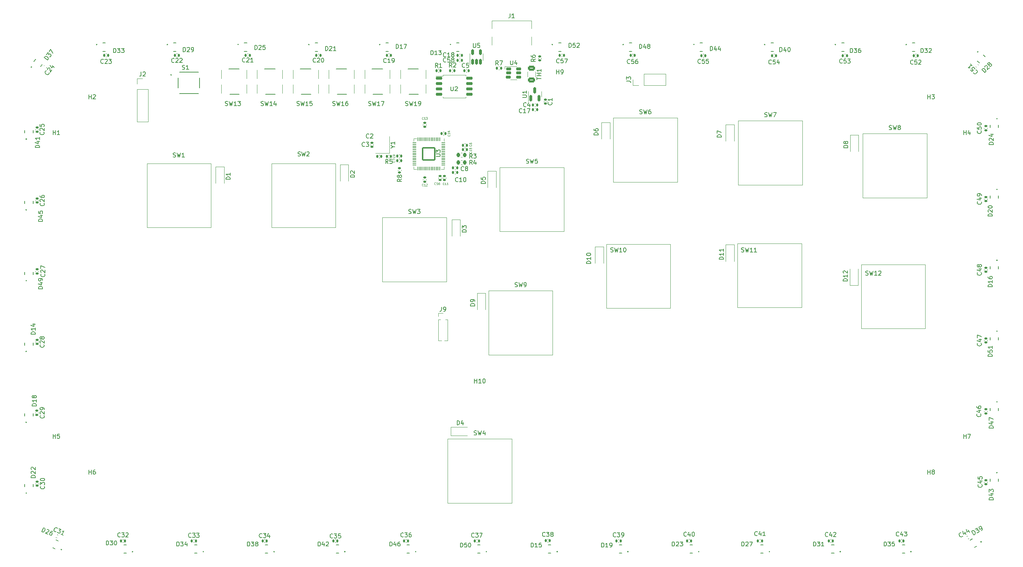
<source format=gto>
%TF.GenerationSoftware,KiCad,Pcbnew,(6.0.6)*%
%TF.CreationDate,2023-02-26T23:17:29-05:00*%
%TF.ProjectId,fightstick_v2,66696768-7473-4746-9963-6b5f76322e6b,rev?*%
%TF.SameCoordinates,Original*%
%TF.FileFunction,Legend,Top*%
%TF.FilePolarity,Positive*%
%FSLAX46Y46*%
G04 Gerber Fmt 4.6, Leading zero omitted, Abs format (unit mm)*
G04 Created by KiCad (PCBNEW (6.0.6)) date 2023-02-26 23:17:29*
%MOMM*%
%LPD*%
G01*
G04 APERTURE LIST*
G04 Aperture macros list*
%AMRoundRect*
0 Rectangle with rounded corners*
0 $1 Rounding radius*
0 $2 $3 $4 $5 $6 $7 $8 $9 X,Y pos of 4 corners*
0 Add a 4 corners polygon primitive as box body*
4,1,4,$2,$3,$4,$5,$6,$7,$8,$9,$2,$3,0*
0 Add four circle primitives for the rounded corners*
1,1,$1+$1,$2,$3*
1,1,$1+$1,$4,$5*
1,1,$1+$1,$6,$7*
1,1,$1+$1,$8,$9*
0 Add four rect primitives between the rounded corners*
20,1,$1+$1,$2,$3,$4,$5,0*
20,1,$1+$1,$4,$5,$6,$7,0*
20,1,$1+$1,$6,$7,$8,$9,0*
20,1,$1+$1,$8,$9,$2,$3,0*%
%AMRotRect*
0 Rectangle, with rotation*
0 The origin of the aperture is its center*
0 $1 length*
0 $2 width*
0 $3 Rotation angle, in degrees counterclockwise*
0 Add horizontal line*
21,1,$1,$2,0,0,$3*%
G04 Aperture macros list end*
%ADD10C,0.150000*%
%ADD11C,0.125000*%
%ADD12C,0.127000*%
%ADD13C,0.200000*%
%ADD14C,0.120000*%
%ADD15R,1.000000X0.750000*%
%ADD16R,1.200000X0.900000*%
%ADD17R,1.700000X1.700000*%
%ADD18O,1.700000X1.700000*%
%ADD19RoundRect,0.140000X0.044010X-0.215785X0.220220X0.001816X-0.044010X0.215785X-0.220220X-0.001816X0*%
%ADD20RoundRect,0.140000X0.140000X0.170000X-0.140000X0.170000X-0.140000X-0.170000X0.140000X-0.170000X0*%
%ADD21C,2.200000*%
%ADD22R,0.700000X0.700000*%
%ADD23RoundRect,0.140000X-0.170000X0.140000X-0.170000X-0.140000X0.170000X-0.140000X0.170000X0.140000X0*%
%ADD24RoundRect,0.140000X-0.140000X-0.170000X0.140000X-0.170000X0.140000X0.170000X-0.140000X0.170000X0*%
%ADD25RoundRect,0.140000X0.170000X-0.140000X0.170000X0.140000X-0.170000X0.140000X-0.170000X-0.140000X0*%
%ADD26C,1.508000*%
%ADD27RoundRect,0.225000X0.225000X0.250000X-0.225000X0.250000X-0.225000X-0.250000X0.225000X-0.250000X0*%
%ADD28RoundRect,0.150000X-0.650000X-0.150000X0.650000X-0.150000X0.650000X0.150000X-0.650000X0.150000X0*%
%ADD29R,0.900000X1.200000*%
%ADD30C,1.900000*%
%ADD31C,1.250000*%
%ADD32C,5.050000*%
%ADD33C,1.650000*%
%ADD34RotRect,0.700000X0.700000X210.000000*%
%ADD35RotRect,0.700000X0.700000X30.000000*%
%ADD36RoundRect,0.050000X-0.050000X0.387500X-0.050000X-0.387500X0.050000X-0.387500X0.050000X0.387500X0*%
%ADD37RoundRect,0.050000X-0.387500X0.050000X-0.387500X-0.050000X0.387500X-0.050000X0.387500X0.050000X0*%
%ADD38RoundRect,0.144000X-1.456000X1.456000X-1.456000X-1.456000X1.456000X-1.456000X1.456000X1.456000X0*%
%ADD39RotRect,0.700000X0.700000X316.000000*%
%ADD40RotRect,0.700000X0.700000X136.000000*%
%ADD41RoundRect,0.150000X-0.475000X-0.150000X0.475000X-0.150000X0.475000X0.150000X-0.475000X0.150000X0*%
%ADD42RoundRect,0.140000X0.036244X0.217224X-0.206244X0.077224X-0.036244X-0.217224X0.206244X-0.077224X0*%
%ADD43RoundRect,0.150000X0.150000X-0.587500X0.150000X0.587500X-0.150000X0.587500X-0.150000X-0.587500X0*%
%ADD44RotRect,0.700000X0.700000X51.000000*%
%ADD45RotRect,0.700000X0.700000X231.000000*%
%ADD46RoundRect,0.140000X0.195295X0.101783X-0.062446X0.211188X-0.195295X-0.101783X0.062446X-0.211188X0*%
%ADD47RoundRect,0.150000X0.150000X-0.512500X0.150000X0.512500X-0.150000X0.512500X-0.150000X-0.512500X0*%
%ADD48RotRect,0.700000X0.700000X157.000000*%
%ADD49RotRect,0.700000X0.700000X337.000000*%
%ADD50R,1.000000X1.000000*%
%ADD51O,1.000000X1.000000*%
%ADD52RoundRect,0.250000X-0.625000X0.375000X-0.625000X-0.375000X0.625000X-0.375000X0.625000X0.375000X0*%
%ADD53RoundRect,0.140000X-0.218799X-0.025036X-0.017384X-0.219540X0.218799X0.025036X0.017384X0.219540X0*%
%ADD54C,0.650000*%
%ADD55R,0.600000X1.450000*%
%ADD56R,0.300000X1.450000*%
%ADD57O,1.000000X1.600000*%
%ADD58O,1.000000X2.100000*%
%ADD59R,1.200000X1.400000*%
G04 APERTURE END LIST*
D10*
%TO.C,S1*%
X84563095Y-31119761D02*
X84705952Y-31167380D01*
X84944047Y-31167380D01*
X85039285Y-31119761D01*
X85086904Y-31072142D01*
X85134523Y-30976904D01*
X85134523Y-30881666D01*
X85086904Y-30786428D01*
X85039285Y-30738809D01*
X84944047Y-30691190D01*
X84753571Y-30643571D01*
X84658333Y-30595952D01*
X84610714Y-30548333D01*
X84563095Y-30453095D01*
X84563095Y-30357857D01*
X84610714Y-30262619D01*
X84658333Y-30215000D01*
X84753571Y-30167380D01*
X84991666Y-30167380D01*
X85134523Y-30215000D01*
X86086904Y-31167380D02*
X85515476Y-31167380D01*
X85801190Y-31167380D02*
X85801190Y-30167380D01*
X85705952Y-30310238D01*
X85610714Y-30405476D01*
X85515476Y-30453095D01*
%TO.C,D2*%
X125452380Y-56738095D02*
X124452380Y-56738095D01*
X124452380Y-56500000D01*
X124500000Y-56357142D01*
X124595238Y-56261904D01*
X124690476Y-56214285D01*
X124880952Y-56166666D01*
X125023809Y-56166666D01*
X125214285Y-56214285D01*
X125309523Y-56261904D01*
X125404761Y-56357142D01*
X125452380Y-56500000D01*
X125452380Y-56738095D01*
X124547619Y-55785714D02*
X124500000Y-55738095D01*
X124452380Y-55642857D01*
X124452380Y-55404761D01*
X124500000Y-55309523D01*
X124547619Y-55261904D01*
X124642857Y-55214285D01*
X124738095Y-55214285D01*
X124880952Y-55261904D01*
X125452380Y-55833333D01*
X125452380Y-55214285D01*
%TO.C,J2*%
X74816666Y-31772380D02*
X74816666Y-32486666D01*
X74769047Y-32629523D01*
X74673809Y-32724761D01*
X74530952Y-32772380D01*
X74435714Y-32772380D01*
X75245238Y-31867619D02*
X75292857Y-31820000D01*
X75388095Y-31772380D01*
X75626190Y-31772380D01*
X75721428Y-31820000D01*
X75769047Y-31867619D01*
X75816666Y-31962857D01*
X75816666Y-32058095D01*
X75769047Y-32200952D01*
X75197619Y-32772380D01*
X75816666Y-32772380D01*
%TO.C,C24*%
X52972989Y-32024351D02*
X52980028Y-32091325D01*
X52927132Y-32232314D01*
X52867197Y-32306328D01*
X52740287Y-32387381D01*
X52606338Y-32401459D01*
X52502356Y-32378531D01*
X52324361Y-32295668D01*
X52213340Y-32205765D01*
X52095280Y-32048887D01*
X52051233Y-31951945D01*
X52037155Y-31817996D01*
X52090051Y-31677007D01*
X52149986Y-31602993D01*
X52276896Y-31521940D01*
X52343870Y-31514901D01*
X52583611Y-31218845D02*
X52576572Y-31151871D01*
X52599500Y-31047889D01*
X52749339Y-30862854D01*
X52846281Y-30818808D01*
X52913255Y-30811769D01*
X53017237Y-30834697D01*
X53091251Y-30894632D01*
X53172304Y-31021542D01*
X53256776Y-31825237D01*
X53646355Y-31344147D01*
X53667675Y-30258475D02*
X54185773Y-30678022D01*
X53221782Y-30203768D02*
X53627048Y-30838318D01*
X54016627Y-30357227D01*
%TO.C,C40*%
X204137142Y-141787142D02*
X204089523Y-141834761D01*
X203946666Y-141882380D01*
X203851428Y-141882380D01*
X203708571Y-141834761D01*
X203613333Y-141739523D01*
X203565714Y-141644285D01*
X203518095Y-141453809D01*
X203518095Y-141310952D01*
X203565714Y-141120476D01*
X203613333Y-141025238D01*
X203708571Y-140930000D01*
X203851428Y-140882380D01*
X203946666Y-140882380D01*
X204089523Y-140930000D01*
X204137142Y-140977619D01*
X204994285Y-141215714D02*
X204994285Y-141882380D01*
X204756190Y-140834761D02*
X204518095Y-141549047D01*
X205137142Y-141549047D01*
X205708571Y-140882380D02*
X205803809Y-140882380D01*
X205899047Y-140930000D01*
X205946666Y-140977619D01*
X205994285Y-141072857D01*
X206041904Y-141263333D01*
X206041904Y-141501428D01*
X205994285Y-141691904D01*
X205946666Y-141787142D01*
X205899047Y-141834761D01*
X205803809Y-141882380D01*
X205708571Y-141882380D01*
X205613333Y-141834761D01*
X205565714Y-141787142D01*
X205518095Y-141691904D01*
X205470476Y-141501428D01*
X205470476Y-141263333D01*
X205518095Y-141072857D01*
X205565714Y-140977619D01*
X205613333Y-140930000D01*
X205708571Y-140882380D01*
%TO.C,H7*%
X269916514Y-118652380D02*
X269916514Y-117652380D01*
X269916514Y-118128571D02*
X270487942Y-118128571D01*
X270487942Y-118652380D02*
X270487942Y-117652380D01*
X270868895Y-117652380D02*
X271535561Y-117652380D01*
X271106990Y-118652380D01*
%TO.C,D21*%
X118535580Y-26702430D02*
X118535580Y-25702320D01*
X118773702Y-25702320D01*
X118916575Y-25749945D01*
X119011823Y-25845193D01*
X119059447Y-25940442D01*
X119107072Y-26130939D01*
X119107072Y-26273812D01*
X119059447Y-26464309D01*
X119011823Y-26559557D01*
X118916575Y-26654806D01*
X118773702Y-26702430D01*
X118535580Y-26702430D01*
X119488066Y-25797569D02*
X119535690Y-25749945D01*
X119630939Y-25702320D01*
X119869060Y-25702320D01*
X119964309Y-25749945D01*
X120011933Y-25797569D01*
X120059557Y-25892817D01*
X120059557Y-25988066D01*
X120011933Y-26130939D01*
X119440442Y-26702430D01*
X120059557Y-26702430D01*
X121012043Y-26702430D02*
X120440552Y-26702430D01*
X120726297Y-26702430D02*
X120726297Y-25702320D01*
X120631049Y-25845193D01*
X120535800Y-25940442D01*
X120440552Y-25988066D01*
%TO.C,D9*%
X153952380Y-87238095D02*
X152952380Y-87238095D01*
X152952380Y-87000000D01*
X153000000Y-86857142D01*
X153095238Y-86761904D01*
X153190476Y-86714285D01*
X153380952Y-86666666D01*
X153523809Y-86666666D01*
X153714285Y-86714285D01*
X153809523Y-86761904D01*
X153904761Y-86857142D01*
X153952380Y-87000000D01*
X153952380Y-87238095D01*
X153952380Y-86190476D02*
X153952380Y-86000000D01*
X153904761Y-85904761D01*
X153857142Y-85857142D01*
X153714285Y-85761904D01*
X153523809Y-85714285D01*
X153142857Y-85714285D01*
X153047619Y-85761904D01*
X153000000Y-85809523D01*
X152952380Y-85904761D01*
X152952380Y-86095238D01*
X153000000Y-86190476D01*
X153047619Y-86238095D01*
X153142857Y-86285714D01*
X153380952Y-86285714D01*
X153476190Y-86238095D01*
X153523809Y-86190476D01*
X153571428Y-86095238D01*
X153571428Y-85904761D01*
X153523809Y-85809523D01*
X153476190Y-85761904D01*
X153380952Y-85714285D01*
D11*
%TO.C,C16*%
X144678571Y-58428571D02*
X144654761Y-58452380D01*
X144583333Y-58476190D01*
X144535714Y-58476190D01*
X144464285Y-58452380D01*
X144416666Y-58404761D01*
X144392857Y-58357142D01*
X144369047Y-58261904D01*
X144369047Y-58190476D01*
X144392857Y-58095238D01*
X144416666Y-58047619D01*
X144464285Y-58000000D01*
X144535714Y-57976190D01*
X144583333Y-57976190D01*
X144654761Y-58000000D01*
X144678571Y-58023809D01*
X145154761Y-58476190D02*
X144869047Y-58476190D01*
X145011904Y-58476190D02*
X145011904Y-57976190D01*
X144964285Y-58047619D01*
X144916666Y-58095238D01*
X144869047Y-58119047D01*
X145583333Y-57976190D02*
X145488095Y-57976190D01*
X145440476Y-58000000D01*
X145416666Y-58023809D01*
X145369047Y-58095238D01*
X145345238Y-58190476D01*
X145345238Y-58380952D01*
X145369047Y-58428571D01*
X145392857Y-58452380D01*
X145440476Y-58476190D01*
X145535714Y-58476190D01*
X145583333Y-58452380D01*
X145607142Y-58428571D01*
X145630952Y-58380952D01*
X145630952Y-58261904D01*
X145607142Y-58214285D01*
X145583333Y-58190476D01*
X145535714Y-58166666D01*
X145440476Y-58166666D01*
X145392857Y-58190476D01*
X145369047Y-58214285D01*
X145345238Y-58261904D01*
D10*
%TO.C,D23*%
X200785580Y-144202430D02*
X200785580Y-143202320D01*
X201023702Y-143202320D01*
X201166575Y-143249945D01*
X201261823Y-143345193D01*
X201309447Y-143440442D01*
X201357072Y-143630939D01*
X201357072Y-143773812D01*
X201309447Y-143964309D01*
X201261823Y-144059557D01*
X201166575Y-144154806D01*
X201023702Y-144202430D01*
X200785580Y-144202430D01*
X201738066Y-143297569D02*
X201785690Y-143249945D01*
X201880939Y-143202320D01*
X202119060Y-143202320D01*
X202214309Y-143249945D01*
X202261933Y-143297569D01*
X202309557Y-143392817D01*
X202309557Y-143488066D01*
X202261933Y-143630939D01*
X201690442Y-144202430D01*
X202309557Y-144202430D01*
X202642927Y-143202320D02*
X203262043Y-143202320D01*
X202928673Y-143583315D01*
X203071546Y-143583315D01*
X203166795Y-143630939D01*
X203214419Y-143678563D01*
X203262043Y-143773812D01*
X203262043Y-144011933D01*
X203214419Y-144107182D01*
X203166795Y-144154806D01*
X203071546Y-144202430D01*
X202785800Y-144202430D01*
X202690552Y-144154806D01*
X202642927Y-144107182D01*
%TO.C,D22*%
X49702430Y-127964419D02*
X48702320Y-127964419D01*
X48702320Y-127726297D01*
X48749945Y-127583425D01*
X48845193Y-127488176D01*
X48940442Y-127440552D01*
X49130939Y-127392927D01*
X49273812Y-127392927D01*
X49464309Y-127440552D01*
X49559557Y-127488176D01*
X49654806Y-127583425D01*
X49702430Y-127726297D01*
X49702430Y-127964419D01*
X48797569Y-127011933D02*
X48749945Y-126964309D01*
X48702320Y-126869060D01*
X48702320Y-126630939D01*
X48749945Y-126535690D01*
X48797569Y-126488066D01*
X48892817Y-126440442D01*
X48988066Y-126440442D01*
X49130939Y-126488066D01*
X49702430Y-127059557D01*
X49702430Y-126440442D01*
X48797569Y-126059447D02*
X48749945Y-126011823D01*
X48702320Y-125916575D01*
X48702320Y-125678453D01*
X48749945Y-125583205D01*
X48797569Y-125535580D01*
X48892817Y-125487956D01*
X48988066Y-125487956D01*
X49130939Y-125535580D01*
X49702430Y-126107072D01*
X49702430Y-125487956D01*
%TO.C,D17*%
X135285580Y-26202430D02*
X135285580Y-25202320D01*
X135523702Y-25202320D01*
X135666575Y-25249945D01*
X135761823Y-25345193D01*
X135809447Y-25440442D01*
X135857072Y-25630939D01*
X135857072Y-25773812D01*
X135809447Y-25964309D01*
X135761823Y-26059557D01*
X135666575Y-26154806D01*
X135523702Y-26202430D01*
X135285580Y-26202430D01*
X136809557Y-26202430D02*
X136238066Y-26202430D01*
X136523812Y-26202430D02*
X136523812Y-25202320D01*
X136428563Y-25345193D01*
X136333315Y-25440442D01*
X136238066Y-25488066D01*
X137142927Y-25202320D02*
X137809667Y-25202320D01*
X137381049Y-26202430D01*
%TO.C,C22*%
X82657142Y-29457142D02*
X82609523Y-29504761D01*
X82466666Y-29552380D01*
X82371428Y-29552380D01*
X82228571Y-29504761D01*
X82133333Y-29409523D01*
X82085714Y-29314285D01*
X82038095Y-29123809D01*
X82038095Y-28980952D01*
X82085714Y-28790476D01*
X82133333Y-28695238D01*
X82228571Y-28600000D01*
X82371428Y-28552380D01*
X82466666Y-28552380D01*
X82609523Y-28600000D01*
X82657142Y-28647619D01*
X83038095Y-28647619D02*
X83085714Y-28600000D01*
X83180952Y-28552380D01*
X83419047Y-28552380D01*
X83514285Y-28600000D01*
X83561904Y-28647619D01*
X83609523Y-28742857D01*
X83609523Y-28838095D01*
X83561904Y-28980952D01*
X82990476Y-29552380D01*
X83609523Y-29552380D01*
X83990476Y-28647619D02*
X84038095Y-28600000D01*
X84133333Y-28552380D01*
X84371428Y-28552380D01*
X84466666Y-28600000D01*
X84514285Y-28647619D01*
X84561904Y-28742857D01*
X84561904Y-28838095D01*
X84514285Y-28980952D01*
X83942857Y-29552380D01*
X84561904Y-29552380D01*
D11*
%TO.C,C13*%
X141741073Y-42978571D02*
X141717263Y-43002380D01*
X141645835Y-43026190D01*
X141598216Y-43026190D01*
X141526787Y-43002380D01*
X141479168Y-42954761D01*
X141455359Y-42907142D01*
X141431549Y-42811904D01*
X141431549Y-42740476D01*
X141455359Y-42645238D01*
X141479168Y-42597619D01*
X141526787Y-42550000D01*
X141598216Y-42526190D01*
X141645835Y-42526190D01*
X141717263Y-42550000D01*
X141741073Y-42573809D01*
X142217263Y-43026190D02*
X141931549Y-43026190D01*
X142074406Y-43026190D02*
X142074406Y-42526190D01*
X142026787Y-42597619D01*
X141979168Y-42645238D01*
X141931549Y-42669047D01*
X142383930Y-42526190D02*
X142693454Y-42526190D01*
X142526787Y-42716666D01*
X142598216Y-42716666D01*
X142645835Y-42740476D01*
X142669644Y-42764285D01*
X142693454Y-42811904D01*
X142693454Y-42930952D01*
X142669644Y-42978571D01*
X142645835Y-43002380D01*
X142598216Y-43026190D01*
X142455359Y-43026190D01*
X142407740Y-43002380D01*
X142383930Y-42978571D01*
D10*
%TO.C,C3*%
X127833333Y-49357142D02*
X127785714Y-49404761D01*
X127642857Y-49452380D01*
X127547619Y-49452380D01*
X127404761Y-49404761D01*
X127309523Y-49309523D01*
X127261904Y-49214285D01*
X127214285Y-49023809D01*
X127214285Y-48880952D01*
X127261904Y-48690476D01*
X127309523Y-48595238D01*
X127404761Y-48500000D01*
X127547619Y-48452380D01*
X127642857Y-48452380D01*
X127785714Y-48500000D01*
X127833333Y-48547619D01*
X128166666Y-48452380D02*
X128785714Y-48452380D01*
X128452380Y-48833333D01*
X128595238Y-48833333D01*
X128690476Y-48880952D01*
X128738095Y-48928571D01*
X128785714Y-49023809D01*
X128785714Y-49261904D01*
X128738095Y-49357142D01*
X128690476Y-49404761D01*
X128595238Y-49452380D01*
X128309523Y-49452380D01*
X128214285Y-49404761D01*
X128166666Y-49357142D01*
%TO.C,D12*%
X242352380Y-81364285D02*
X241352380Y-81364285D01*
X241352380Y-81126190D01*
X241400000Y-80983333D01*
X241495238Y-80888095D01*
X241590476Y-80840476D01*
X241780952Y-80792857D01*
X241923809Y-80792857D01*
X242114285Y-80840476D01*
X242209523Y-80888095D01*
X242304761Y-80983333D01*
X242352380Y-81126190D01*
X242352380Y-81364285D01*
X242352380Y-79840476D02*
X242352380Y-80411904D01*
X242352380Y-80126190D02*
X241352380Y-80126190D01*
X241495238Y-80221428D01*
X241590476Y-80316666D01*
X241638095Y-80411904D01*
X241447619Y-79459523D02*
X241400000Y-79411904D01*
X241352380Y-79316666D01*
X241352380Y-79078571D01*
X241400000Y-78983333D01*
X241447619Y-78935714D01*
X241542857Y-78888095D01*
X241638095Y-78888095D01*
X241780952Y-78935714D01*
X242352380Y-79507142D01*
X242352380Y-78888095D01*
%TO.C,C39*%
X187407142Y-141917142D02*
X187359523Y-141964761D01*
X187216666Y-142012380D01*
X187121428Y-142012380D01*
X186978571Y-141964761D01*
X186883333Y-141869523D01*
X186835714Y-141774285D01*
X186788095Y-141583809D01*
X186788095Y-141440952D01*
X186835714Y-141250476D01*
X186883333Y-141155238D01*
X186978571Y-141060000D01*
X187121428Y-141012380D01*
X187216666Y-141012380D01*
X187359523Y-141060000D01*
X187407142Y-141107619D01*
X187740476Y-141012380D02*
X188359523Y-141012380D01*
X188026190Y-141393333D01*
X188169047Y-141393333D01*
X188264285Y-141440952D01*
X188311904Y-141488571D01*
X188359523Y-141583809D01*
X188359523Y-141821904D01*
X188311904Y-141917142D01*
X188264285Y-141964761D01*
X188169047Y-142012380D01*
X187883333Y-142012380D01*
X187788095Y-141964761D01*
X187740476Y-141917142D01*
X188835714Y-142012380D02*
X189026190Y-142012380D01*
X189121428Y-141964761D01*
X189169047Y-141917142D01*
X189264285Y-141774285D01*
X189311904Y-141583809D01*
X189311904Y-141202857D01*
X189264285Y-141107619D01*
X189216666Y-141060000D01*
X189121428Y-141012380D01*
X188930952Y-141012380D01*
X188835714Y-141060000D01*
X188788095Y-141107619D01*
X188740476Y-141202857D01*
X188740476Y-141440952D01*
X188788095Y-141536190D01*
X188835714Y-141583809D01*
X188930952Y-141631428D01*
X189121428Y-141631428D01*
X189216666Y-141583809D01*
X189264285Y-141536190D01*
X189311904Y-141440952D01*
%TO.C,D29*%
X84785580Y-26952430D02*
X84785580Y-25952320D01*
X85023702Y-25952320D01*
X85166575Y-25999945D01*
X85261823Y-26095193D01*
X85309447Y-26190442D01*
X85357072Y-26380939D01*
X85357072Y-26523812D01*
X85309447Y-26714309D01*
X85261823Y-26809557D01*
X85166575Y-26904806D01*
X85023702Y-26952430D01*
X84785580Y-26952430D01*
X85738066Y-26047569D02*
X85785690Y-25999945D01*
X85880939Y-25952320D01*
X86119060Y-25952320D01*
X86214309Y-25999945D01*
X86261933Y-26047569D01*
X86309557Y-26142817D01*
X86309557Y-26238066D01*
X86261933Y-26380939D01*
X85690442Y-26952430D01*
X86309557Y-26952430D01*
X86785800Y-26952430D02*
X86976297Y-26952430D01*
X87071546Y-26904806D01*
X87119170Y-26857182D01*
X87214419Y-26714309D01*
X87262043Y-26523812D01*
X87262043Y-26142817D01*
X87214419Y-26047569D01*
X87166795Y-25999945D01*
X87071546Y-25952320D01*
X86881049Y-25952320D01*
X86785800Y-25999945D01*
X86738176Y-26047569D01*
X86690552Y-26142817D01*
X86690552Y-26380939D01*
X86738176Y-26476187D01*
X86785800Y-26523812D01*
X86881049Y-26571436D01*
X87071546Y-26571436D01*
X87166795Y-26523812D01*
X87214419Y-26476187D01*
X87262043Y-26380939D01*
%TO.C,SW17*%
X128766108Y-39706491D02*
X128908965Y-39754110D01*
X129147060Y-39754110D01*
X129242298Y-39706491D01*
X129289917Y-39658872D01*
X129337536Y-39563634D01*
X129337536Y-39468396D01*
X129289917Y-39373158D01*
X129242298Y-39325539D01*
X129147060Y-39277920D01*
X128956584Y-39230301D01*
X128861346Y-39182682D01*
X128813727Y-39135063D01*
X128766108Y-39039825D01*
X128766108Y-38944587D01*
X128813727Y-38849349D01*
X128861346Y-38801730D01*
X128956584Y-38754110D01*
X129194679Y-38754110D01*
X129337536Y-38801730D01*
X129670870Y-38754110D02*
X129908965Y-39754110D01*
X130099441Y-39039825D01*
X130289917Y-39754110D01*
X130528012Y-38754110D01*
X131432774Y-39754110D02*
X130861346Y-39754110D01*
X131147060Y-39754110D02*
X131147060Y-38754110D01*
X131051822Y-38896968D01*
X130956584Y-38992206D01*
X130861346Y-39039825D01*
X131766108Y-38754110D02*
X132432774Y-38754110D01*
X132004203Y-39754110D01*
%TO.C,D24*%
X276952430Y-48964419D02*
X275952320Y-48964419D01*
X275952320Y-48726297D01*
X275999945Y-48583425D01*
X276095193Y-48488176D01*
X276190442Y-48440552D01*
X276380939Y-48392927D01*
X276523812Y-48392927D01*
X276714309Y-48440552D01*
X276809557Y-48488176D01*
X276904806Y-48583425D01*
X276952430Y-48726297D01*
X276952430Y-48964419D01*
X276047569Y-48011933D02*
X275999945Y-47964309D01*
X275952320Y-47869060D01*
X275952320Y-47630939D01*
X275999945Y-47535690D01*
X276047569Y-47488066D01*
X276142817Y-47440442D01*
X276238066Y-47440442D01*
X276380939Y-47488066D01*
X276952430Y-48059557D01*
X276952430Y-47440442D01*
X276285690Y-46583205D02*
X276952430Y-46583205D01*
X275904696Y-46821326D02*
X276619060Y-47059447D01*
X276619060Y-46440332D01*
%TO.C,D18*%
X49952430Y-110964419D02*
X48952320Y-110964419D01*
X48952320Y-110726297D01*
X48999945Y-110583425D01*
X49095193Y-110488176D01*
X49190442Y-110440552D01*
X49380939Y-110392927D01*
X49523812Y-110392927D01*
X49714309Y-110440552D01*
X49809557Y-110488176D01*
X49904806Y-110583425D01*
X49952430Y-110726297D01*
X49952430Y-110964419D01*
X49952430Y-109440442D02*
X49952430Y-110011933D01*
X49952430Y-109726187D02*
X48952320Y-109726187D01*
X49095193Y-109821436D01*
X49190442Y-109916685D01*
X49238066Y-110011933D01*
X49380939Y-108868950D02*
X49333315Y-108964199D01*
X49285690Y-109011823D01*
X49190442Y-109059447D01*
X49142817Y-109059447D01*
X49047569Y-109011823D01*
X48999945Y-108964199D01*
X48952320Y-108868950D01*
X48952320Y-108678453D01*
X48999945Y-108583205D01*
X49047569Y-108535580D01*
X49142817Y-108487956D01*
X49190442Y-108487956D01*
X49285690Y-108535580D01*
X49333315Y-108583205D01*
X49380939Y-108678453D01*
X49380939Y-108868950D01*
X49428563Y-108964199D01*
X49476187Y-109011823D01*
X49571436Y-109059447D01*
X49761933Y-109059447D01*
X49857182Y-109011823D01*
X49904806Y-108964199D01*
X49952430Y-108868950D01*
X49952430Y-108678453D01*
X49904806Y-108583205D01*
X49857182Y-108535580D01*
X49761933Y-108487956D01*
X49571436Y-108487956D01*
X49476187Y-108535580D01*
X49428563Y-108583205D01*
X49380939Y-108678453D01*
%TO.C,R4*%
X153333333Y-53702380D02*
X153000000Y-53226190D01*
X152761904Y-53702380D02*
X152761904Y-52702380D01*
X153142857Y-52702380D01*
X153238095Y-52750000D01*
X153285714Y-52797619D01*
X153333333Y-52892857D01*
X153333333Y-53035714D01*
X153285714Y-53130952D01*
X153238095Y-53178571D01*
X153142857Y-53226190D01*
X152761904Y-53226190D01*
X154190476Y-53035714D02*
X154190476Y-53702380D01*
X153952380Y-52654761D02*
X153714285Y-53369047D01*
X154333333Y-53369047D01*
%TO.C,C49*%
X274047142Y-62542857D02*
X274094761Y-62590476D01*
X274142380Y-62733333D01*
X274142380Y-62828571D01*
X274094761Y-62971428D01*
X273999523Y-63066666D01*
X273904285Y-63114285D01*
X273713809Y-63161904D01*
X273570952Y-63161904D01*
X273380476Y-63114285D01*
X273285238Y-63066666D01*
X273190000Y-62971428D01*
X273142380Y-62828571D01*
X273142380Y-62733333D01*
X273190000Y-62590476D01*
X273237619Y-62542857D01*
X273475714Y-61685714D02*
X274142380Y-61685714D01*
X273094761Y-61923809D02*
X273809047Y-62161904D01*
X273809047Y-61542857D01*
X274142380Y-61114285D02*
X274142380Y-60923809D01*
X274094761Y-60828571D01*
X274047142Y-60780952D01*
X273904285Y-60685714D01*
X273713809Y-60638095D01*
X273332857Y-60638095D01*
X273237619Y-60685714D01*
X273190000Y-60733333D01*
X273142380Y-60828571D01*
X273142380Y-61019047D01*
X273190000Y-61114285D01*
X273237619Y-61161904D01*
X273332857Y-61209523D01*
X273570952Y-61209523D01*
X273666190Y-61161904D01*
X273713809Y-61114285D01*
X273761428Y-61019047D01*
X273761428Y-60828571D01*
X273713809Y-60733333D01*
X273666190Y-60685714D01*
X273570952Y-60638095D01*
%TO.C,C2*%
X128833333Y-47357142D02*
X128785714Y-47404761D01*
X128642857Y-47452380D01*
X128547619Y-47452380D01*
X128404761Y-47404761D01*
X128309523Y-47309523D01*
X128261904Y-47214285D01*
X128214285Y-47023809D01*
X128214285Y-46880952D01*
X128261904Y-46690476D01*
X128309523Y-46595238D01*
X128404761Y-46500000D01*
X128547619Y-46452380D01*
X128642857Y-46452380D01*
X128785714Y-46500000D01*
X128833333Y-46547619D01*
X129214285Y-46547619D02*
X129261904Y-46500000D01*
X129357142Y-46452380D01*
X129595238Y-46452380D01*
X129690476Y-46500000D01*
X129738095Y-46547619D01*
X129785714Y-46642857D01*
X129785714Y-46738095D01*
X129738095Y-46880952D01*
X129166666Y-47452380D01*
X129785714Y-47452380D01*
%TO.C,H8*%
X261416514Y-127152380D02*
X261416514Y-126152380D01*
X261416514Y-126628571D02*
X261987942Y-126628571D01*
X261987942Y-127152380D02*
X261987942Y-126152380D01*
X262606990Y-126580952D02*
X262511752Y-126533333D01*
X262464133Y-126485714D01*
X262416514Y-126390476D01*
X262416514Y-126342857D01*
X262464133Y-126247619D01*
X262511752Y-126200000D01*
X262606990Y-126152380D01*
X262797466Y-126152380D01*
X262892704Y-126200000D01*
X262940323Y-126247619D01*
X262987942Y-126342857D01*
X262987942Y-126390476D01*
X262940323Y-126485714D01*
X262892704Y-126533333D01*
X262797466Y-126580952D01*
X262606990Y-126580952D01*
X262511752Y-126628571D01*
X262464133Y-126676190D01*
X262416514Y-126771428D01*
X262416514Y-126961904D01*
X262464133Y-127057142D01*
X262511752Y-127104761D01*
X262606990Y-127152380D01*
X262797466Y-127152380D01*
X262892704Y-127104761D01*
X262940323Y-127057142D01*
X262987942Y-126961904D01*
X262987942Y-126771428D01*
X262940323Y-126676190D01*
X262892704Y-126628571D01*
X262797466Y-126580952D01*
%TO.C,C21*%
X99457142Y-29357142D02*
X99409523Y-29404761D01*
X99266666Y-29452380D01*
X99171428Y-29452380D01*
X99028571Y-29404761D01*
X98933333Y-29309523D01*
X98885714Y-29214285D01*
X98838095Y-29023809D01*
X98838095Y-28880952D01*
X98885714Y-28690476D01*
X98933333Y-28595238D01*
X99028571Y-28500000D01*
X99171428Y-28452380D01*
X99266666Y-28452380D01*
X99409523Y-28500000D01*
X99457142Y-28547619D01*
X99838095Y-28547619D02*
X99885714Y-28500000D01*
X99980952Y-28452380D01*
X100219047Y-28452380D01*
X100314285Y-28500000D01*
X100361904Y-28547619D01*
X100409523Y-28642857D01*
X100409523Y-28738095D01*
X100361904Y-28880952D01*
X99790476Y-29452380D01*
X100409523Y-29452380D01*
X101361904Y-29452380D02*
X100790476Y-29452380D01*
X101076190Y-29452380D02*
X101076190Y-28452380D01*
X100980952Y-28595238D01*
X100885714Y-28690476D01*
X100790476Y-28738095D01*
%TO.C,J3*%
X189942380Y-33933333D02*
X190656666Y-33933333D01*
X190799523Y-33980952D01*
X190894761Y-34076190D01*
X190942380Y-34219047D01*
X190942380Y-34314285D01*
X189942380Y-33552380D02*
X189942380Y-32933333D01*
X190323333Y-33266666D01*
X190323333Y-33123809D01*
X190370952Y-33028571D01*
X190418571Y-32980952D01*
X190513809Y-32933333D01*
X190751904Y-32933333D01*
X190847142Y-32980952D01*
X190894761Y-33028571D01*
X190942380Y-33123809D01*
X190942380Y-33409523D01*
X190894761Y-33504761D01*
X190847142Y-33552380D01*
%TO.C,C55*%
X207507142Y-29657142D02*
X207459523Y-29704761D01*
X207316666Y-29752380D01*
X207221428Y-29752380D01*
X207078571Y-29704761D01*
X206983333Y-29609523D01*
X206935714Y-29514285D01*
X206888095Y-29323809D01*
X206888095Y-29180952D01*
X206935714Y-28990476D01*
X206983333Y-28895238D01*
X207078571Y-28800000D01*
X207221428Y-28752380D01*
X207316666Y-28752380D01*
X207459523Y-28800000D01*
X207507142Y-28847619D01*
X208411904Y-28752380D02*
X207935714Y-28752380D01*
X207888095Y-29228571D01*
X207935714Y-29180952D01*
X208030952Y-29133333D01*
X208269047Y-29133333D01*
X208364285Y-29180952D01*
X208411904Y-29228571D01*
X208459523Y-29323809D01*
X208459523Y-29561904D01*
X208411904Y-29657142D01*
X208364285Y-29704761D01*
X208269047Y-29752380D01*
X208030952Y-29752380D01*
X207935714Y-29704761D01*
X207888095Y-29657142D01*
X209364285Y-28752380D02*
X208888095Y-28752380D01*
X208840476Y-29228571D01*
X208888095Y-29180952D01*
X208983333Y-29133333D01*
X209221428Y-29133333D01*
X209316666Y-29180952D01*
X209364285Y-29228571D01*
X209411904Y-29323809D01*
X209411904Y-29561904D01*
X209364285Y-29657142D01*
X209316666Y-29704761D01*
X209221428Y-29752380D01*
X208983333Y-29752380D01*
X208888095Y-29704761D01*
X208840476Y-29657142D01*
%TO.C,C34*%
X103457142Y-142107142D02*
X103409523Y-142154761D01*
X103266666Y-142202380D01*
X103171428Y-142202380D01*
X103028571Y-142154761D01*
X102933333Y-142059523D01*
X102885714Y-141964285D01*
X102838095Y-141773809D01*
X102838095Y-141630952D01*
X102885714Y-141440476D01*
X102933333Y-141345238D01*
X103028571Y-141250000D01*
X103171428Y-141202380D01*
X103266666Y-141202380D01*
X103409523Y-141250000D01*
X103457142Y-141297619D01*
X103790476Y-141202380D02*
X104409523Y-141202380D01*
X104076190Y-141583333D01*
X104219047Y-141583333D01*
X104314285Y-141630952D01*
X104361904Y-141678571D01*
X104409523Y-141773809D01*
X104409523Y-142011904D01*
X104361904Y-142107142D01*
X104314285Y-142154761D01*
X104219047Y-142202380D01*
X103933333Y-142202380D01*
X103838095Y-142154761D01*
X103790476Y-142107142D01*
X105266666Y-141535714D02*
X105266666Y-142202380D01*
X105028571Y-141154761D02*
X104790476Y-141869047D01*
X105409523Y-141869047D01*
%TO.C,C38*%
X170637142Y-141817142D02*
X170589523Y-141864761D01*
X170446666Y-141912380D01*
X170351428Y-141912380D01*
X170208571Y-141864761D01*
X170113333Y-141769523D01*
X170065714Y-141674285D01*
X170018095Y-141483809D01*
X170018095Y-141340952D01*
X170065714Y-141150476D01*
X170113333Y-141055238D01*
X170208571Y-140960000D01*
X170351428Y-140912380D01*
X170446666Y-140912380D01*
X170589523Y-140960000D01*
X170637142Y-141007619D01*
X170970476Y-140912380D02*
X171589523Y-140912380D01*
X171256190Y-141293333D01*
X171399047Y-141293333D01*
X171494285Y-141340952D01*
X171541904Y-141388571D01*
X171589523Y-141483809D01*
X171589523Y-141721904D01*
X171541904Y-141817142D01*
X171494285Y-141864761D01*
X171399047Y-141912380D01*
X171113333Y-141912380D01*
X171018095Y-141864761D01*
X170970476Y-141817142D01*
X172160952Y-141340952D02*
X172065714Y-141293333D01*
X172018095Y-141245714D01*
X171970476Y-141150476D01*
X171970476Y-141102857D01*
X172018095Y-141007619D01*
X172065714Y-140960000D01*
X172160952Y-140912380D01*
X172351428Y-140912380D01*
X172446666Y-140960000D01*
X172494285Y-141007619D01*
X172541904Y-141102857D01*
X172541904Y-141150476D01*
X172494285Y-141245714D01*
X172446666Y-141293333D01*
X172351428Y-141340952D01*
X172160952Y-141340952D01*
X172065714Y-141388571D01*
X172018095Y-141436190D01*
X171970476Y-141531428D01*
X171970476Y-141721904D01*
X172018095Y-141817142D01*
X172065714Y-141864761D01*
X172160952Y-141912380D01*
X172351428Y-141912380D01*
X172446666Y-141864761D01*
X172494285Y-141817142D01*
X172541904Y-141721904D01*
X172541904Y-141531428D01*
X172494285Y-141436190D01*
X172446666Y-141388571D01*
X172351428Y-141340952D01*
%TO.C,H2*%
X62416514Y-38152380D02*
X62416514Y-37152380D01*
X62416514Y-37628571D02*
X62987942Y-37628571D01*
X62987942Y-38152380D02*
X62987942Y-37152380D01*
X63416514Y-37247619D02*
X63464133Y-37200000D01*
X63559371Y-37152380D01*
X63797466Y-37152380D01*
X63892704Y-37200000D01*
X63940323Y-37247619D01*
X63987942Y-37342857D01*
X63987942Y-37438095D01*
X63940323Y-37580952D01*
X63368895Y-38152380D01*
X63987942Y-38152380D01*
%TO.C,C52*%
X257907142Y-29857142D02*
X257859523Y-29904761D01*
X257716666Y-29952380D01*
X257621428Y-29952380D01*
X257478571Y-29904761D01*
X257383333Y-29809523D01*
X257335714Y-29714285D01*
X257288095Y-29523809D01*
X257288095Y-29380952D01*
X257335714Y-29190476D01*
X257383333Y-29095238D01*
X257478571Y-29000000D01*
X257621428Y-28952380D01*
X257716666Y-28952380D01*
X257859523Y-29000000D01*
X257907142Y-29047619D01*
X258811904Y-28952380D02*
X258335714Y-28952380D01*
X258288095Y-29428571D01*
X258335714Y-29380952D01*
X258430952Y-29333333D01*
X258669047Y-29333333D01*
X258764285Y-29380952D01*
X258811904Y-29428571D01*
X258859523Y-29523809D01*
X258859523Y-29761904D01*
X258811904Y-29857142D01*
X258764285Y-29904761D01*
X258669047Y-29952380D01*
X258430952Y-29952380D01*
X258335714Y-29904761D01*
X258288095Y-29857142D01*
X259240476Y-29047619D02*
X259288095Y-29000000D01*
X259383333Y-28952380D01*
X259621428Y-28952380D01*
X259716666Y-29000000D01*
X259764285Y-29047619D01*
X259811904Y-29142857D01*
X259811904Y-29238095D01*
X259764285Y-29380952D01*
X259192857Y-29952380D01*
X259811904Y-29952380D01*
%TO.C,C32*%
X69857142Y-141957142D02*
X69809523Y-142004761D01*
X69666666Y-142052380D01*
X69571428Y-142052380D01*
X69428571Y-142004761D01*
X69333333Y-141909523D01*
X69285714Y-141814285D01*
X69238095Y-141623809D01*
X69238095Y-141480952D01*
X69285714Y-141290476D01*
X69333333Y-141195238D01*
X69428571Y-141100000D01*
X69571428Y-141052380D01*
X69666666Y-141052380D01*
X69809523Y-141100000D01*
X69857142Y-141147619D01*
X70190476Y-141052380D02*
X70809523Y-141052380D01*
X70476190Y-141433333D01*
X70619047Y-141433333D01*
X70714285Y-141480952D01*
X70761904Y-141528571D01*
X70809523Y-141623809D01*
X70809523Y-141861904D01*
X70761904Y-141957142D01*
X70714285Y-142004761D01*
X70619047Y-142052380D01*
X70333333Y-142052380D01*
X70238095Y-142004761D01*
X70190476Y-141957142D01*
X71190476Y-141147619D02*
X71238095Y-141100000D01*
X71333333Y-141052380D01*
X71571428Y-141052380D01*
X71666666Y-141100000D01*
X71714285Y-141147619D01*
X71761904Y-141242857D01*
X71761904Y-141338095D01*
X71714285Y-141480952D01*
X71142857Y-142052380D01*
X71761904Y-142052380D01*
%TO.C,H4*%
X269916514Y-46652380D02*
X269916514Y-45652380D01*
X269916514Y-46128571D02*
X270487942Y-46128571D01*
X270487942Y-46652380D02*
X270487942Y-45652380D01*
X271392704Y-45985714D02*
X271392704Y-46652380D01*
X271154609Y-45604761D02*
X270916514Y-46319047D01*
X271535561Y-46319047D01*
%TO.C,C8*%
X151333333Y-55107142D02*
X151285714Y-55154761D01*
X151142857Y-55202380D01*
X151047619Y-55202380D01*
X150904761Y-55154761D01*
X150809523Y-55059523D01*
X150761904Y-54964285D01*
X150714285Y-54773809D01*
X150714285Y-54630952D01*
X150761904Y-54440476D01*
X150809523Y-54345238D01*
X150904761Y-54250000D01*
X151047619Y-54202380D01*
X151142857Y-54202380D01*
X151285714Y-54250000D01*
X151333333Y-54297619D01*
X151904761Y-54630952D02*
X151809523Y-54583333D01*
X151761904Y-54535714D01*
X151714285Y-54440476D01*
X151714285Y-54392857D01*
X151761904Y-54297619D01*
X151809523Y-54250000D01*
X151904761Y-54202380D01*
X152095238Y-54202380D01*
X152190476Y-54250000D01*
X152238095Y-54297619D01*
X152285714Y-54392857D01*
X152285714Y-54440476D01*
X152238095Y-54535714D01*
X152190476Y-54583333D01*
X152095238Y-54630952D01*
X151904761Y-54630952D01*
X151809523Y-54678571D01*
X151761904Y-54726190D01*
X151714285Y-54821428D01*
X151714285Y-55011904D01*
X151761904Y-55107142D01*
X151809523Y-55154761D01*
X151904761Y-55202380D01*
X152095238Y-55202380D01*
X152190476Y-55154761D01*
X152238095Y-55107142D01*
X152285714Y-55011904D01*
X152285714Y-54821428D01*
X152238095Y-54726190D01*
X152190476Y-54678571D01*
X152095238Y-54630952D01*
%TO.C,D41*%
X50702430Y-49714419D02*
X49702320Y-49714419D01*
X49702320Y-49476297D01*
X49749945Y-49333425D01*
X49845193Y-49238176D01*
X49940442Y-49190552D01*
X50130939Y-49142927D01*
X50273812Y-49142927D01*
X50464309Y-49190552D01*
X50559557Y-49238176D01*
X50654806Y-49333425D01*
X50702430Y-49476297D01*
X50702430Y-49714419D01*
X50035690Y-48285690D02*
X50702430Y-48285690D01*
X49654696Y-48523812D02*
X50369060Y-48761933D01*
X50369060Y-48142817D01*
X50702430Y-47237956D02*
X50702430Y-47809447D01*
X50702430Y-47523702D02*
X49702320Y-47523702D01*
X49845193Y-47618950D01*
X49940442Y-47714199D01*
X49988066Y-47809447D01*
%TO.C,C26*%
X51757142Y-62892857D02*
X51804761Y-62940476D01*
X51852380Y-63083333D01*
X51852380Y-63178571D01*
X51804761Y-63321428D01*
X51709523Y-63416666D01*
X51614285Y-63464285D01*
X51423809Y-63511904D01*
X51280952Y-63511904D01*
X51090476Y-63464285D01*
X50995238Y-63416666D01*
X50900000Y-63321428D01*
X50852380Y-63178571D01*
X50852380Y-63083333D01*
X50900000Y-62940476D01*
X50947619Y-62892857D01*
X50947619Y-62511904D02*
X50900000Y-62464285D01*
X50852380Y-62369047D01*
X50852380Y-62130952D01*
X50900000Y-62035714D01*
X50947619Y-61988095D01*
X51042857Y-61940476D01*
X51138095Y-61940476D01*
X51280952Y-61988095D01*
X51852380Y-62559523D01*
X51852380Y-61940476D01*
X50852380Y-61083333D02*
X50852380Y-61273809D01*
X50900000Y-61369047D01*
X50947619Y-61416666D01*
X51090476Y-61511904D01*
X51280952Y-61559523D01*
X51661904Y-61559523D01*
X51757142Y-61511904D01*
X51804761Y-61464285D01*
X51852380Y-61369047D01*
X51852380Y-61178571D01*
X51804761Y-61083333D01*
X51757142Y-61035714D01*
X51661904Y-60988095D01*
X51423809Y-60988095D01*
X51328571Y-61035714D01*
X51280952Y-61083333D01*
X51233333Y-61178571D01*
X51233333Y-61369047D01*
X51280952Y-61464285D01*
X51328571Y-61511904D01*
X51423809Y-61559523D01*
%TO.C,R6*%
X168302380Y-28706666D02*
X167826190Y-29040000D01*
X168302380Y-29278095D02*
X167302380Y-29278095D01*
X167302380Y-28897142D01*
X167350000Y-28801904D01*
X167397619Y-28754285D01*
X167492857Y-28706666D01*
X167635714Y-28706666D01*
X167730952Y-28754285D01*
X167778571Y-28801904D01*
X167826190Y-28897142D01*
X167826190Y-29278095D01*
X167302380Y-27849523D02*
X167302380Y-28040000D01*
X167350000Y-28135238D01*
X167397619Y-28182857D01*
X167540476Y-28278095D01*
X167730952Y-28325714D01*
X168111904Y-28325714D01*
X168207142Y-28278095D01*
X168254761Y-28230476D01*
X168302380Y-28135238D01*
X168302380Y-27944761D01*
X168254761Y-27849523D01*
X168207142Y-27801904D01*
X168111904Y-27754285D01*
X167873809Y-27754285D01*
X167778571Y-27801904D01*
X167730952Y-27849523D01*
X167683333Y-27944761D01*
X167683333Y-28135238D01*
X167730952Y-28230476D01*
X167778571Y-28278095D01*
X167873809Y-28325714D01*
%TO.C,H9*%
X173369957Y-32258380D02*
X173369957Y-31258380D01*
X173369957Y-31734571D02*
X173941385Y-31734571D01*
X173941385Y-32258380D02*
X173941385Y-31258380D01*
X174465195Y-32258380D02*
X174655671Y-32258380D01*
X174750909Y-32210761D01*
X174798528Y-32163142D01*
X174893766Y-32020285D01*
X174941385Y-31829809D01*
X174941385Y-31448857D01*
X174893766Y-31353619D01*
X174846147Y-31306000D01*
X174750909Y-31258380D01*
X174560433Y-31258380D01*
X174465195Y-31306000D01*
X174417576Y-31353619D01*
X174369957Y-31448857D01*
X174369957Y-31686952D01*
X174417576Y-31782190D01*
X174465195Y-31829809D01*
X174560433Y-31877428D01*
X174750909Y-31877428D01*
X174846147Y-31829809D01*
X174893766Y-31782190D01*
X174941385Y-31686952D01*
%TO.C,U2*%
X148288095Y-35252380D02*
X148288095Y-36061904D01*
X148335714Y-36157142D01*
X148383333Y-36204761D01*
X148478571Y-36252380D01*
X148669047Y-36252380D01*
X148764285Y-36204761D01*
X148811904Y-36157142D01*
X148859523Y-36061904D01*
X148859523Y-35252380D01*
X149288095Y-35347619D02*
X149335714Y-35300000D01*
X149430952Y-35252380D01*
X149669047Y-35252380D01*
X149764285Y-35300000D01*
X149811904Y-35347619D01*
X149859523Y-35442857D01*
X149859523Y-35538095D01*
X149811904Y-35680952D01*
X149240476Y-36252380D01*
X149859523Y-36252380D01*
%TO.C,C50*%
X274027142Y-45722857D02*
X274074761Y-45770476D01*
X274122380Y-45913333D01*
X274122380Y-46008571D01*
X274074761Y-46151428D01*
X273979523Y-46246666D01*
X273884285Y-46294285D01*
X273693809Y-46341904D01*
X273550952Y-46341904D01*
X273360476Y-46294285D01*
X273265238Y-46246666D01*
X273170000Y-46151428D01*
X273122380Y-46008571D01*
X273122380Y-45913333D01*
X273170000Y-45770476D01*
X273217619Y-45722857D01*
X273122380Y-44818095D02*
X273122380Y-45294285D01*
X273598571Y-45341904D01*
X273550952Y-45294285D01*
X273503333Y-45199047D01*
X273503333Y-44960952D01*
X273550952Y-44865714D01*
X273598571Y-44818095D01*
X273693809Y-44770476D01*
X273931904Y-44770476D01*
X274027142Y-44818095D01*
X274074761Y-44865714D01*
X274122380Y-44960952D01*
X274122380Y-45199047D01*
X274074761Y-45294285D01*
X274027142Y-45341904D01*
X273122380Y-44151428D02*
X273122380Y-44056190D01*
X273170000Y-43960952D01*
X273217619Y-43913333D01*
X273312857Y-43865714D01*
X273503333Y-43818095D01*
X273741428Y-43818095D01*
X273931904Y-43865714D01*
X274027142Y-43913333D01*
X274074761Y-43960952D01*
X274122380Y-44056190D01*
X274122380Y-44151428D01*
X274074761Y-44246666D01*
X274027142Y-44294285D01*
X273931904Y-44341904D01*
X273741428Y-44389523D01*
X273503333Y-44389523D01*
X273312857Y-44341904D01*
X273217619Y-44294285D01*
X273170000Y-44246666D01*
X273122380Y-44151428D01*
%TO.C,D51*%
X276702430Y-99214419D02*
X275702320Y-99214419D01*
X275702320Y-98976297D01*
X275749945Y-98833425D01*
X275845193Y-98738176D01*
X275940442Y-98690552D01*
X276130939Y-98642927D01*
X276273812Y-98642927D01*
X276464309Y-98690552D01*
X276559557Y-98738176D01*
X276654806Y-98833425D01*
X276702430Y-98976297D01*
X276702430Y-99214419D01*
X275702320Y-97738066D02*
X275702320Y-98214309D01*
X276178563Y-98261933D01*
X276130939Y-98214309D01*
X276083315Y-98119060D01*
X276083315Y-97880939D01*
X276130939Y-97785690D01*
X276178563Y-97738066D01*
X276273812Y-97690442D01*
X276511933Y-97690442D01*
X276607182Y-97738066D01*
X276654806Y-97785690D01*
X276702430Y-97880939D01*
X276702430Y-98119060D01*
X276654806Y-98214309D01*
X276607182Y-98261933D01*
X276702430Y-96737956D02*
X276702430Y-97309447D01*
X276702430Y-97023702D02*
X275702320Y-97023702D01*
X275845193Y-97118950D01*
X275940442Y-97214199D01*
X275988066Y-97309447D01*
%TO.C,D20*%
X276702430Y-65964419D02*
X275702320Y-65964419D01*
X275702320Y-65726297D01*
X275749945Y-65583425D01*
X275845193Y-65488176D01*
X275940442Y-65440552D01*
X276130939Y-65392927D01*
X276273812Y-65392927D01*
X276464309Y-65440552D01*
X276559557Y-65488176D01*
X276654806Y-65583425D01*
X276702430Y-65726297D01*
X276702430Y-65964419D01*
X275797569Y-65011933D02*
X275749945Y-64964309D01*
X275702320Y-64869060D01*
X275702320Y-64630939D01*
X275749945Y-64535690D01*
X275797569Y-64488066D01*
X275892817Y-64440442D01*
X275988066Y-64440442D01*
X276130939Y-64488066D01*
X276702430Y-65059557D01*
X276702430Y-64440442D01*
X275702320Y-63821326D02*
X275702320Y-63726077D01*
X275749945Y-63630829D01*
X275797569Y-63583205D01*
X275892817Y-63535580D01*
X276083315Y-63487956D01*
X276321436Y-63487956D01*
X276511933Y-63535580D01*
X276607182Y-63583205D01*
X276654806Y-63630829D01*
X276702430Y-63726077D01*
X276702430Y-63821326D01*
X276654806Y-63916575D01*
X276607182Y-63964199D01*
X276511933Y-64011823D01*
X276321436Y-64059447D01*
X276083315Y-64059447D01*
X275892817Y-64011823D01*
X275797569Y-63964199D01*
X275749945Y-63916575D01*
X275702320Y-63821326D01*
%TO.C,D3*%
X151952380Y-69738095D02*
X150952380Y-69738095D01*
X150952380Y-69500000D01*
X151000000Y-69357142D01*
X151095238Y-69261904D01*
X151190476Y-69214285D01*
X151380952Y-69166666D01*
X151523809Y-69166666D01*
X151714285Y-69214285D01*
X151809523Y-69261904D01*
X151904761Y-69357142D01*
X151952380Y-69500000D01*
X151952380Y-69738095D01*
X150952380Y-68833333D02*
X150952380Y-68214285D01*
X151333333Y-68547619D01*
X151333333Y-68404761D01*
X151380952Y-68309523D01*
X151428571Y-68261904D01*
X151523809Y-68214285D01*
X151761904Y-68214285D01*
X151857142Y-68261904D01*
X151904761Y-68309523D01*
X151952380Y-68404761D01*
X151952380Y-68690476D01*
X151904761Y-68785714D01*
X151857142Y-68833333D01*
%TO.C,H3*%
X261416514Y-38152380D02*
X261416514Y-37152380D01*
X261416514Y-37628571D02*
X261987942Y-37628571D01*
X261987942Y-38152380D02*
X261987942Y-37152380D01*
X262368895Y-37152380D02*
X262987942Y-37152380D01*
X262654609Y-37533333D01*
X262797466Y-37533333D01*
X262892704Y-37580952D01*
X262940323Y-37628571D01*
X262987942Y-37723809D01*
X262987942Y-37961904D01*
X262940323Y-38057142D01*
X262892704Y-38104761D01*
X262797466Y-38152380D01*
X262511752Y-38152380D01*
X262416514Y-38104761D01*
X262368895Y-38057142D01*
%TO.C,SW14*%
X103266108Y-39706491D02*
X103408965Y-39754110D01*
X103647060Y-39754110D01*
X103742298Y-39706491D01*
X103789917Y-39658872D01*
X103837536Y-39563634D01*
X103837536Y-39468396D01*
X103789917Y-39373158D01*
X103742298Y-39325539D01*
X103647060Y-39277920D01*
X103456584Y-39230301D01*
X103361346Y-39182682D01*
X103313727Y-39135063D01*
X103266108Y-39039825D01*
X103266108Y-38944587D01*
X103313727Y-38849349D01*
X103361346Y-38801730D01*
X103456584Y-38754110D01*
X103694679Y-38754110D01*
X103837536Y-38801730D01*
X104170870Y-38754110D02*
X104408965Y-39754110D01*
X104599441Y-39039825D01*
X104789917Y-39754110D01*
X105028012Y-38754110D01*
X105932774Y-39754110D02*
X105361346Y-39754110D01*
X105647060Y-39754110D02*
X105647060Y-38754110D01*
X105551822Y-38896968D01*
X105456584Y-38992206D01*
X105361346Y-39039825D01*
X106789917Y-39087444D02*
X106789917Y-39754110D01*
X106551822Y-38706491D02*
X106313727Y-39420777D01*
X106932774Y-39420777D01*
%TO.C,D4*%
X149761904Y-115452380D02*
X149761904Y-114452380D01*
X150000000Y-114452380D01*
X150142857Y-114500000D01*
X150238095Y-114595238D01*
X150285714Y-114690476D01*
X150333333Y-114880952D01*
X150333333Y-115023809D01*
X150285714Y-115214285D01*
X150238095Y-115309523D01*
X150142857Y-115404761D01*
X150000000Y-115452380D01*
X149761904Y-115452380D01*
X151190476Y-114785714D02*
X151190476Y-115452380D01*
X150952380Y-114404761D02*
X150714285Y-115119047D01*
X151333333Y-115119047D01*
%TO.C,R2*%
X148541169Y-30652380D02*
X148207836Y-30176190D01*
X147969740Y-30652380D02*
X147969740Y-29652380D01*
X148350693Y-29652380D01*
X148445931Y-29700000D01*
X148493550Y-29747619D01*
X148541169Y-29842857D01*
X148541169Y-29985714D01*
X148493550Y-30080952D01*
X148445931Y-30128571D01*
X148350693Y-30176190D01*
X147969740Y-30176190D01*
X148922121Y-29747619D02*
X148969740Y-29700000D01*
X149064978Y-29652380D01*
X149303074Y-29652380D01*
X149398312Y-29700000D01*
X149445931Y-29747619D01*
X149493550Y-29842857D01*
X149493550Y-29938095D01*
X149445931Y-30080952D01*
X148874502Y-30652380D01*
X149493550Y-30652380D01*
%TO.C,D45*%
X51452430Y-67214419D02*
X50452320Y-67214419D01*
X50452320Y-66976297D01*
X50499945Y-66833425D01*
X50595193Y-66738176D01*
X50690442Y-66690552D01*
X50880939Y-66642927D01*
X51023812Y-66642927D01*
X51214309Y-66690552D01*
X51309557Y-66738176D01*
X51404806Y-66833425D01*
X51452430Y-66976297D01*
X51452430Y-67214419D01*
X50785690Y-65785690D02*
X51452430Y-65785690D01*
X50404696Y-66023812D02*
X51119060Y-66261933D01*
X51119060Y-65642817D01*
X50452320Y-64785580D02*
X50452320Y-65261823D01*
X50928563Y-65309447D01*
X50880939Y-65261823D01*
X50833315Y-65166575D01*
X50833315Y-64928453D01*
X50880939Y-64833205D01*
X50928563Y-64785580D01*
X51023812Y-64737956D01*
X51261933Y-64737956D01*
X51357182Y-64785580D01*
X51404806Y-64833205D01*
X51452430Y-64928453D01*
X51452430Y-65166575D01*
X51404806Y-65261823D01*
X51357182Y-65309447D01*
%TO.C,D1*%
X95952380Y-57238095D02*
X94952380Y-57238095D01*
X94952380Y-57000000D01*
X95000000Y-56857142D01*
X95095238Y-56761904D01*
X95190476Y-56714285D01*
X95380952Y-56666666D01*
X95523809Y-56666666D01*
X95714285Y-56714285D01*
X95809523Y-56761904D01*
X95904761Y-56857142D01*
X95952380Y-57000000D01*
X95952380Y-57238095D01*
X95952380Y-55714285D02*
X95952380Y-56285714D01*
X95952380Y-56000000D02*
X94952380Y-56000000D01*
X95095238Y-56095238D01*
X95190476Y-56190476D01*
X95238095Y-56285714D01*
D11*
%TO.C,C11*%
X146678571Y-58478571D02*
X146654761Y-58502380D01*
X146583333Y-58526190D01*
X146535714Y-58526190D01*
X146464285Y-58502380D01*
X146416666Y-58454761D01*
X146392857Y-58407142D01*
X146369047Y-58311904D01*
X146369047Y-58240476D01*
X146392857Y-58145238D01*
X146416666Y-58097619D01*
X146464285Y-58050000D01*
X146535714Y-58026190D01*
X146583333Y-58026190D01*
X146654761Y-58050000D01*
X146678571Y-58073809D01*
X147154761Y-58526190D02*
X146869047Y-58526190D01*
X147011904Y-58526190D02*
X147011904Y-58026190D01*
X146964285Y-58097619D01*
X146916666Y-58145238D01*
X146869047Y-58169047D01*
X147630952Y-58526190D02*
X147345238Y-58526190D01*
X147488095Y-58526190D02*
X147488095Y-58026190D01*
X147440476Y-58097619D01*
X147392857Y-58145238D01*
X147345238Y-58169047D01*
D10*
%TO.C,C45*%
X274207142Y-129642857D02*
X274254761Y-129690476D01*
X274302380Y-129833333D01*
X274302380Y-129928571D01*
X274254761Y-130071428D01*
X274159523Y-130166666D01*
X274064285Y-130214285D01*
X273873809Y-130261904D01*
X273730952Y-130261904D01*
X273540476Y-130214285D01*
X273445238Y-130166666D01*
X273350000Y-130071428D01*
X273302380Y-129928571D01*
X273302380Y-129833333D01*
X273350000Y-129690476D01*
X273397619Y-129642857D01*
X273635714Y-128785714D02*
X274302380Y-128785714D01*
X273254761Y-129023809D02*
X273969047Y-129261904D01*
X273969047Y-128642857D01*
X273302380Y-127785714D02*
X273302380Y-128261904D01*
X273778571Y-128309523D01*
X273730952Y-128261904D01*
X273683333Y-128166666D01*
X273683333Y-127928571D01*
X273730952Y-127833333D01*
X273778571Y-127785714D01*
X273873809Y-127738095D01*
X274111904Y-127738095D01*
X274207142Y-127785714D01*
X274254761Y-127833333D01*
X274302380Y-127928571D01*
X274302380Y-128166666D01*
X274254761Y-128261904D01*
X274207142Y-128309523D01*
%TO.C,D14*%
X49702430Y-93964419D02*
X48702320Y-93964419D01*
X48702320Y-93726297D01*
X48749945Y-93583425D01*
X48845193Y-93488176D01*
X48940442Y-93440552D01*
X49130939Y-93392927D01*
X49273812Y-93392927D01*
X49464309Y-93440552D01*
X49559557Y-93488176D01*
X49654806Y-93583425D01*
X49702430Y-93726297D01*
X49702430Y-93964419D01*
X49702430Y-92440442D02*
X49702430Y-93011933D01*
X49702430Y-92726187D02*
X48702320Y-92726187D01*
X48845193Y-92821436D01*
X48940442Y-92916685D01*
X48988066Y-93011933D01*
X49035690Y-91583205D02*
X49702430Y-91583205D01*
X48654696Y-91821326D02*
X49369060Y-92059447D01*
X49369060Y-91440332D01*
%TO.C,C18*%
X147107142Y-28107142D02*
X147059523Y-28154761D01*
X146916666Y-28202380D01*
X146821428Y-28202380D01*
X146678571Y-28154761D01*
X146583333Y-28059523D01*
X146535714Y-27964285D01*
X146488095Y-27773809D01*
X146488095Y-27630952D01*
X146535714Y-27440476D01*
X146583333Y-27345238D01*
X146678571Y-27250000D01*
X146821428Y-27202380D01*
X146916666Y-27202380D01*
X147059523Y-27250000D01*
X147107142Y-27297619D01*
X148059523Y-28202380D02*
X147488095Y-28202380D01*
X147773809Y-28202380D02*
X147773809Y-27202380D01*
X147678571Y-27345238D01*
X147583333Y-27440476D01*
X147488095Y-27488095D01*
X148630952Y-27630952D02*
X148535714Y-27583333D01*
X148488095Y-27535714D01*
X148440476Y-27440476D01*
X148440476Y-27392857D01*
X148488095Y-27297619D01*
X148535714Y-27250000D01*
X148630952Y-27202380D01*
X148821428Y-27202380D01*
X148916666Y-27250000D01*
X148964285Y-27297619D01*
X149011904Y-27392857D01*
X149011904Y-27440476D01*
X148964285Y-27535714D01*
X148916666Y-27583333D01*
X148821428Y-27630952D01*
X148630952Y-27630952D01*
X148535714Y-27678571D01*
X148488095Y-27726190D01*
X148440476Y-27821428D01*
X148440476Y-28011904D01*
X148488095Y-28107142D01*
X148535714Y-28154761D01*
X148630952Y-28202380D01*
X148821428Y-28202380D01*
X148916666Y-28154761D01*
X148964285Y-28107142D01*
X149011904Y-28011904D01*
X149011904Y-27821428D01*
X148964285Y-27726190D01*
X148916666Y-27678571D01*
X148821428Y-27630952D01*
%TO.C,H10*%
X153899416Y-105521822D02*
X153899416Y-104521822D01*
X153899416Y-104998013D02*
X154470845Y-104998013D01*
X154470845Y-105521822D02*
X154470845Y-104521822D01*
X155470845Y-105521822D02*
X154899416Y-105521822D01*
X155185131Y-105521822D02*
X155185131Y-104521822D01*
X155089892Y-104664680D01*
X154994654Y-104759918D01*
X154899416Y-104807537D01*
X156089892Y-104521822D02*
X156185131Y-104521822D01*
X156280369Y-104569442D01*
X156327988Y-104617061D01*
X156375607Y-104712299D01*
X156423226Y-104902775D01*
X156423226Y-105140870D01*
X156375607Y-105331346D01*
X156327988Y-105426584D01*
X156280369Y-105474203D01*
X156185131Y-105521822D01*
X156089892Y-105521822D01*
X155994654Y-105474203D01*
X155947035Y-105426584D01*
X155899416Y-105331346D01*
X155851797Y-105140870D01*
X155851797Y-104902775D01*
X155899416Y-104712299D01*
X155947035Y-104617061D01*
X155994654Y-104569442D01*
X156089892Y-104521822D01*
%TO.C,D5*%
X156452380Y-58238095D02*
X155452380Y-58238095D01*
X155452380Y-58000000D01*
X155500000Y-57857142D01*
X155595238Y-57761904D01*
X155690476Y-57714285D01*
X155880952Y-57666666D01*
X156023809Y-57666666D01*
X156214285Y-57714285D01*
X156309523Y-57761904D01*
X156404761Y-57857142D01*
X156452380Y-58000000D01*
X156452380Y-58238095D01*
X155452380Y-56761904D02*
X155452380Y-57238095D01*
X155928571Y-57285714D01*
X155880952Y-57238095D01*
X155833333Y-57142857D01*
X155833333Y-56904761D01*
X155880952Y-56809523D01*
X155928571Y-56761904D01*
X156023809Y-56714285D01*
X156261904Y-56714285D01*
X156357142Y-56761904D01*
X156404761Y-56809523D01*
X156452380Y-56904761D01*
X156452380Y-57142857D01*
X156404761Y-57238095D01*
X156357142Y-57285714D01*
%TO.C,D44*%
X209785580Y-26702430D02*
X209785580Y-25702320D01*
X210023702Y-25702320D01*
X210166575Y-25749945D01*
X210261823Y-25845193D01*
X210309447Y-25940442D01*
X210357072Y-26130939D01*
X210357072Y-26273812D01*
X210309447Y-26464309D01*
X210261823Y-26559557D01*
X210166575Y-26654806D01*
X210023702Y-26702430D01*
X209785580Y-26702430D01*
X211214309Y-26035690D02*
X211214309Y-26702430D01*
X210976187Y-25654696D02*
X210738066Y-26369060D01*
X211357182Y-26369060D01*
X212166795Y-26035690D02*
X212166795Y-26702430D01*
X211928673Y-25654696D02*
X211690552Y-26369060D01*
X212309667Y-26369060D01*
%TO.C,SW6*%
X193061544Y-41660287D02*
X193204401Y-41707906D01*
X193442497Y-41707906D01*
X193537735Y-41660287D01*
X193585354Y-41612668D01*
X193632973Y-41517430D01*
X193632973Y-41422192D01*
X193585354Y-41326954D01*
X193537735Y-41279335D01*
X193442497Y-41231716D01*
X193252020Y-41184097D01*
X193156782Y-41136478D01*
X193109163Y-41088859D01*
X193061544Y-40993621D01*
X193061544Y-40898383D01*
X193109163Y-40803145D01*
X193156782Y-40755526D01*
X193252020Y-40707906D01*
X193490116Y-40707906D01*
X193632973Y-40755526D01*
X193966306Y-40707906D02*
X194204401Y-41707906D01*
X194394878Y-40993621D01*
X194585354Y-41707906D01*
X194823449Y-40707906D01*
X195632973Y-40707906D02*
X195442497Y-40707906D01*
X195347258Y-40755526D01*
X195299639Y-40803145D01*
X195204401Y-40946002D01*
X195156782Y-41136478D01*
X195156782Y-41517430D01*
X195204401Y-41612668D01*
X195252020Y-41660287D01*
X195347258Y-41707906D01*
X195537735Y-41707906D01*
X195632973Y-41660287D01*
X195680592Y-41612668D01*
X195728211Y-41517430D01*
X195728211Y-41279335D01*
X195680592Y-41184097D01*
X195632973Y-41136478D01*
X195537735Y-41088859D01*
X195347258Y-41088859D01*
X195252020Y-41136478D01*
X195204401Y-41184097D01*
X195156782Y-41279335D01*
%TO.C,C27*%
X51907142Y-79692857D02*
X51954761Y-79740476D01*
X52002380Y-79883333D01*
X52002380Y-79978571D01*
X51954761Y-80121428D01*
X51859523Y-80216666D01*
X51764285Y-80264285D01*
X51573809Y-80311904D01*
X51430952Y-80311904D01*
X51240476Y-80264285D01*
X51145238Y-80216666D01*
X51050000Y-80121428D01*
X51002380Y-79978571D01*
X51002380Y-79883333D01*
X51050000Y-79740476D01*
X51097619Y-79692857D01*
X51097619Y-79311904D02*
X51050000Y-79264285D01*
X51002380Y-79169047D01*
X51002380Y-78930952D01*
X51050000Y-78835714D01*
X51097619Y-78788095D01*
X51192857Y-78740476D01*
X51288095Y-78740476D01*
X51430952Y-78788095D01*
X52002380Y-79359523D01*
X52002380Y-78740476D01*
X51002380Y-78407142D02*
X51002380Y-77740476D01*
X52002380Y-78169047D01*
%TO.C,SW8*%
X252242930Y-45420871D02*
X252385787Y-45468490D01*
X252623883Y-45468490D01*
X252719121Y-45420871D01*
X252766740Y-45373252D01*
X252814359Y-45278014D01*
X252814359Y-45182776D01*
X252766740Y-45087538D01*
X252719121Y-45039919D01*
X252623883Y-44992300D01*
X252433406Y-44944681D01*
X252338168Y-44897062D01*
X252290549Y-44849443D01*
X252242930Y-44754205D01*
X252242930Y-44658967D01*
X252290549Y-44563729D01*
X252338168Y-44516110D01*
X252433406Y-44468490D01*
X252671502Y-44468490D01*
X252814359Y-44516110D01*
X253147692Y-44468490D02*
X253385787Y-45468490D01*
X253576264Y-44754205D01*
X253766740Y-45468490D01*
X254004835Y-44468490D01*
X254528644Y-44897062D02*
X254433406Y-44849443D01*
X254385787Y-44801824D01*
X254338168Y-44706586D01*
X254338168Y-44658967D01*
X254385787Y-44563729D01*
X254433406Y-44516110D01*
X254528644Y-44468490D01*
X254719121Y-44468490D01*
X254814359Y-44516110D01*
X254861978Y-44563729D01*
X254909597Y-44658967D01*
X254909597Y-44706586D01*
X254861978Y-44801824D01*
X254814359Y-44849443D01*
X254719121Y-44897062D01*
X254528644Y-44897062D01*
X254433406Y-44944681D01*
X254385787Y-44992300D01*
X254338168Y-45087538D01*
X254338168Y-45278014D01*
X254385787Y-45373252D01*
X254433406Y-45420871D01*
X254528644Y-45468490D01*
X254719121Y-45468490D01*
X254814359Y-45420871D01*
X254861978Y-45373252D01*
X254909597Y-45278014D01*
X254909597Y-45087538D01*
X254861978Y-44992300D01*
X254814359Y-44944681D01*
X254719121Y-44897062D01*
%TO.C,D40*%
X226285580Y-26952430D02*
X226285580Y-25952320D01*
X226523702Y-25952320D01*
X226666575Y-25999945D01*
X226761823Y-26095193D01*
X226809447Y-26190442D01*
X226857072Y-26380939D01*
X226857072Y-26523812D01*
X226809447Y-26714309D01*
X226761823Y-26809557D01*
X226666575Y-26904806D01*
X226523702Y-26952430D01*
X226285580Y-26952430D01*
X227714309Y-26285690D02*
X227714309Y-26952430D01*
X227476187Y-25904696D02*
X227238066Y-26619060D01*
X227857182Y-26619060D01*
X228428673Y-25952320D02*
X228523922Y-25952320D01*
X228619170Y-25999945D01*
X228666795Y-26047569D01*
X228714419Y-26142817D01*
X228762043Y-26333315D01*
X228762043Y-26571436D01*
X228714419Y-26761933D01*
X228666795Y-26857182D01*
X228619170Y-26904806D01*
X228523922Y-26952430D01*
X228428673Y-26952430D01*
X228333425Y-26904806D01*
X228285800Y-26857182D01*
X228238176Y-26761933D01*
X228190552Y-26571436D01*
X228190552Y-26333315D01*
X228238176Y-26142817D01*
X228285800Y-26047569D01*
X228333425Y-25999945D01*
X228428673Y-25952320D01*
%TO.C,D39*%
X272324497Y-141549026D02*
X271824442Y-140682905D01*
X272030661Y-140563844D01*
X272178205Y-140533652D01*
X272308317Y-140568515D01*
X272397185Y-140627191D01*
X272533677Y-140768354D01*
X272605114Y-140892085D01*
X272659118Y-141080873D01*
X272665499Y-141187173D01*
X272630635Y-141317285D01*
X272530716Y-141429965D01*
X272324497Y-141549026D01*
X272608075Y-140230474D02*
X273144245Y-139920916D01*
X273046035Y-140417552D01*
X273169767Y-140346116D01*
X273276066Y-140339735D01*
X273341122Y-140357167D01*
X273429991Y-140415842D01*
X273549051Y-140622062D01*
X273555432Y-140728362D01*
X273538000Y-140793418D01*
X273479324Y-140882286D01*
X273231861Y-141025158D01*
X273125562Y-141031539D01*
X273060506Y-141014107D01*
X274056738Y-140548916D02*
X274221714Y-140453667D01*
X274280389Y-140364799D01*
X274297821Y-140299743D01*
X274308872Y-140128387D01*
X274254867Y-139939600D01*
X274064370Y-139609649D01*
X273975502Y-139550973D01*
X273910446Y-139533542D01*
X273804146Y-139539922D01*
X273639171Y-139635171D01*
X273580495Y-139724039D01*
X273563064Y-139789095D01*
X273569444Y-139895395D01*
X273688505Y-140101614D01*
X273777373Y-140160289D01*
X273842429Y-140177721D01*
X273948729Y-140171341D01*
X274113704Y-140076092D01*
X274172380Y-139987224D01*
X274189811Y-139922168D01*
X274183431Y-139815868D01*
%TO.C,C1*%
X172217142Y-38966666D02*
X172264761Y-39014285D01*
X172312380Y-39157142D01*
X172312380Y-39252380D01*
X172264761Y-39395238D01*
X172169523Y-39490476D01*
X172074285Y-39538095D01*
X171883809Y-39585714D01*
X171740952Y-39585714D01*
X171550476Y-39538095D01*
X171455238Y-39490476D01*
X171360000Y-39395238D01*
X171312380Y-39252380D01*
X171312380Y-39157142D01*
X171360000Y-39014285D01*
X171407619Y-38966666D01*
X172312380Y-38014285D02*
X172312380Y-38585714D01*
X172312380Y-38300000D02*
X171312380Y-38300000D01*
X171455238Y-38395238D01*
X171550476Y-38490476D01*
X171598095Y-38585714D01*
D11*
%TO.C,C7*%
X134946070Y-52883334D02*
X134969879Y-52907143D01*
X134993689Y-52978572D01*
X134993689Y-53026191D01*
X134969879Y-53097620D01*
X134922260Y-53145239D01*
X134874641Y-53169048D01*
X134779403Y-53192858D01*
X134707975Y-53192858D01*
X134612737Y-53169048D01*
X134565118Y-53145239D01*
X134517499Y-53097620D01*
X134493689Y-53026191D01*
X134493689Y-52978572D01*
X134517499Y-52907143D01*
X134541308Y-52883334D01*
X134493689Y-52716667D02*
X134493689Y-52383334D01*
X134993689Y-52597620D01*
D10*
%TO.C,R5*%
X133395835Y-53502380D02*
X133062502Y-53026190D01*
X132824406Y-53502380D02*
X132824406Y-52502380D01*
X133205359Y-52502380D01*
X133300597Y-52550000D01*
X133348216Y-52597619D01*
X133395835Y-52692857D01*
X133395835Y-52835714D01*
X133348216Y-52930952D01*
X133300597Y-52978571D01*
X133205359Y-53026190D01*
X132824406Y-53026190D01*
X134300597Y-52502380D02*
X133824406Y-52502380D01*
X133776787Y-52978571D01*
X133824406Y-52930952D01*
X133919644Y-52883333D01*
X134157740Y-52883333D01*
X134252978Y-52930952D01*
X134300597Y-52978571D01*
X134348216Y-53073809D01*
X134348216Y-53311904D01*
X134300597Y-53407142D01*
X134252978Y-53454761D01*
X134157740Y-53502380D01*
X133919644Y-53502380D01*
X133824406Y-53454761D01*
X133776787Y-53407142D01*
%TO.C,C19*%
X132957142Y-29467142D02*
X132909523Y-29514761D01*
X132766666Y-29562380D01*
X132671428Y-29562380D01*
X132528571Y-29514761D01*
X132433333Y-29419523D01*
X132385714Y-29324285D01*
X132338095Y-29133809D01*
X132338095Y-28990952D01*
X132385714Y-28800476D01*
X132433333Y-28705238D01*
X132528571Y-28610000D01*
X132671428Y-28562380D01*
X132766666Y-28562380D01*
X132909523Y-28610000D01*
X132957142Y-28657619D01*
X133909523Y-29562380D02*
X133338095Y-29562380D01*
X133623809Y-29562380D02*
X133623809Y-28562380D01*
X133528571Y-28705238D01*
X133433333Y-28800476D01*
X133338095Y-28848095D01*
X134385714Y-29562380D02*
X134576190Y-29562380D01*
X134671428Y-29514761D01*
X134719047Y-29467142D01*
X134814285Y-29324285D01*
X134861904Y-29133809D01*
X134861904Y-28752857D01*
X134814285Y-28657619D01*
X134766666Y-28610000D01*
X134671428Y-28562380D01*
X134480952Y-28562380D01*
X134385714Y-28610000D01*
X134338095Y-28657619D01*
X134290476Y-28752857D01*
X134290476Y-28990952D01*
X134338095Y-29086190D01*
X134385714Y-29133809D01*
X134480952Y-29181428D01*
X134671428Y-29181428D01*
X134766666Y-29133809D01*
X134814285Y-29086190D01*
X134861904Y-28990952D01*
%TO.C,R7*%
X159533333Y-30142380D02*
X159200000Y-29666190D01*
X158961904Y-30142380D02*
X158961904Y-29142380D01*
X159342857Y-29142380D01*
X159438095Y-29190000D01*
X159485714Y-29237619D01*
X159533333Y-29332857D01*
X159533333Y-29475714D01*
X159485714Y-29570952D01*
X159438095Y-29618571D01*
X159342857Y-29666190D01*
X158961904Y-29666190D01*
X159866666Y-29142380D02*
X160533333Y-29142380D01*
X160104761Y-30142380D01*
%TO.C,C33*%
X86657142Y-142057142D02*
X86609523Y-142104761D01*
X86466666Y-142152380D01*
X86371428Y-142152380D01*
X86228571Y-142104761D01*
X86133333Y-142009523D01*
X86085714Y-141914285D01*
X86038095Y-141723809D01*
X86038095Y-141580952D01*
X86085714Y-141390476D01*
X86133333Y-141295238D01*
X86228571Y-141200000D01*
X86371428Y-141152380D01*
X86466666Y-141152380D01*
X86609523Y-141200000D01*
X86657142Y-141247619D01*
X86990476Y-141152380D02*
X87609523Y-141152380D01*
X87276190Y-141533333D01*
X87419047Y-141533333D01*
X87514285Y-141580952D01*
X87561904Y-141628571D01*
X87609523Y-141723809D01*
X87609523Y-141961904D01*
X87561904Y-142057142D01*
X87514285Y-142104761D01*
X87419047Y-142152380D01*
X87133333Y-142152380D01*
X87038095Y-142104761D01*
X86990476Y-142057142D01*
X87942857Y-141152380D02*
X88561904Y-141152380D01*
X88228571Y-141533333D01*
X88371428Y-141533333D01*
X88466666Y-141580952D01*
X88514285Y-141628571D01*
X88561904Y-141723809D01*
X88561904Y-141961904D01*
X88514285Y-142057142D01*
X88466666Y-142104761D01*
X88371428Y-142152380D01*
X88085714Y-142152380D01*
X87990476Y-142104761D01*
X87942857Y-142057142D01*
%TO.C,SW7*%
X222731910Y-42361413D02*
X222874767Y-42409032D01*
X223112863Y-42409032D01*
X223208101Y-42361413D01*
X223255720Y-42313794D01*
X223303339Y-42218556D01*
X223303339Y-42123318D01*
X223255720Y-42028080D01*
X223208101Y-41980461D01*
X223112863Y-41932842D01*
X222922386Y-41885223D01*
X222827148Y-41837604D01*
X222779529Y-41789985D01*
X222731910Y-41694747D01*
X222731910Y-41599509D01*
X222779529Y-41504271D01*
X222827148Y-41456652D01*
X222922386Y-41409032D01*
X223160482Y-41409032D01*
X223303339Y-41456652D01*
X223636672Y-41409032D02*
X223874767Y-42409032D01*
X224065244Y-41694747D01*
X224255720Y-42409032D01*
X224493815Y-41409032D01*
X224779529Y-41409032D02*
X225446196Y-41409032D01*
X225017624Y-42409032D01*
%TO.C,C42*%
X237717142Y-141847142D02*
X237669523Y-141894761D01*
X237526666Y-141942380D01*
X237431428Y-141942380D01*
X237288571Y-141894761D01*
X237193333Y-141799523D01*
X237145714Y-141704285D01*
X237098095Y-141513809D01*
X237098095Y-141370952D01*
X237145714Y-141180476D01*
X237193333Y-141085238D01*
X237288571Y-140990000D01*
X237431428Y-140942380D01*
X237526666Y-140942380D01*
X237669523Y-140990000D01*
X237717142Y-141037619D01*
X238574285Y-141275714D02*
X238574285Y-141942380D01*
X238336190Y-140894761D02*
X238098095Y-141609047D01*
X238717142Y-141609047D01*
X239050476Y-141037619D02*
X239098095Y-140990000D01*
X239193333Y-140942380D01*
X239431428Y-140942380D01*
X239526666Y-140990000D01*
X239574285Y-141037619D01*
X239621904Y-141132857D01*
X239621904Y-141228095D01*
X239574285Y-141370952D01*
X239002857Y-141942380D01*
X239621904Y-141942380D01*
%TO.C,D19*%
X184035580Y-144452430D02*
X184035580Y-143452320D01*
X184273702Y-143452320D01*
X184416575Y-143499945D01*
X184511823Y-143595193D01*
X184559447Y-143690442D01*
X184607072Y-143880939D01*
X184607072Y-144023812D01*
X184559447Y-144214309D01*
X184511823Y-144309557D01*
X184416575Y-144404806D01*
X184273702Y-144452430D01*
X184035580Y-144452430D01*
X185559557Y-144452430D02*
X184988066Y-144452430D01*
X185273812Y-144452430D02*
X185273812Y-143452320D01*
X185178563Y-143595193D01*
X185083315Y-143690442D01*
X184988066Y-143738066D01*
X186035800Y-144452430D02*
X186226297Y-144452430D01*
X186321546Y-144404806D01*
X186369170Y-144357182D01*
X186464419Y-144214309D01*
X186512043Y-144023812D01*
X186512043Y-143642817D01*
X186464419Y-143547569D01*
X186416795Y-143499945D01*
X186321546Y-143452320D01*
X186131049Y-143452320D01*
X186035800Y-143499945D01*
X185988176Y-143547569D01*
X185940552Y-143642817D01*
X185940552Y-143880939D01*
X185988176Y-143976187D01*
X186035800Y-144023812D01*
X186131049Y-144071436D01*
X186321546Y-144071436D01*
X186416795Y-144023812D01*
X186464419Y-143976187D01*
X186512043Y-143880939D01*
%TO.C,D15*%
X167285580Y-144452430D02*
X167285580Y-143452320D01*
X167523702Y-143452320D01*
X167666575Y-143499945D01*
X167761823Y-143595193D01*
X167809447Y-143690442D01*
X167857072Y-143880939D01*
X167857072Y-144023812D01*
X167809447Y-144214309D01*
X167761823Y-144309557D01*
X167666575Y-144404806D01*
X167523702Y-144452430D01*
X167285580Y-144452430D01*
X168809557Y-144452430D02*
X168238066Y-144452430D01*
X168523812Y-144452430D02*
X168523812Y-143452320D01*
X168428563Y-143595193D01*
X168333315Y-143690442D01*
X168238066Y-143738066D01*
X169714419Y-143452320D02*
X169238176Y-143452320D01*
X169190552Y-143928563D01*
X169238176Y-143880939D01*
X169333425Y-143833315D01*
X169571546Y-143833315D01*
X169666795Y-143880939D01*
X169714419Y-143928563D01*
X169762043Y-144023812D01*
X169762043Y-144261933D01*
X169714419Y-144357182D01*
X169666795Y-144404806D01*
X169571546Y-144452430D01*
X169333425Y-144452430D01*
X169238176Y-144404806D01*
X169190552Y-144357182D01*
%TO.C,C57*%
X173977142Y-29557142D02*
X173929523Y-29604761D01*
X173786666Y-29652380D01*
X173691428Y-29652380D01*
X173548571Y-29604761D01*
X173453333Y-29509523D01*
X173405714Y-29414285D01*
X173358095Y-29223809D01*
X173358095Y-29080952D01*
X173405714Y-28890476D01*
X173453333Y-28795238D01*
X173548571Y-28700000D01*
X173691428Y-28652380D01*
X173786666Y-28652380D01*
X173929523Y-28700000D01*
X173977142Y-28747619D01*
X174881904Y-28652380D02*
X174405714Y-28652380D01*
X174358095Y-29128571D01*
X174405714Y-29080952D01*
X174500952Y-29033333D01*
X174739047Y-29033333D01*
X174834285Y-29080952D01*
X174881904Y-29128571D01*
X174929523Y-29223809D01*
X174929523Y-29461904D01*
X174881904Y-29557142D01*
X174834285Y-29604761D01*
X174739047Y-29652380D01*
X174500952Y-29652380D01*
X174405714Y-29604761D01*
X174358095Y-29557142D01*
X175262857Y-28652380D02*
X175929523Y-28652380D01*
X175500952Y-29652380D01*
%TO.C,U3*%
X144764880Y-51811905D02*
X145574404Y-51811905D01*
X145669642Y-51764286D01*
X145717261Y-51716667D01*
X145764880Y-51621429D01*
X145764880Y-51430953D01*
X145717261Y-51335715D01*
X145669642Y-51288096D01*
X145574404Y-51240477D01*
X144764880Y-51240477D01*
X144764880Y-50859524D02*
X144764880Y-50240477D01*
X145145833Y-50573810D01*
X145145833Y-50430953D01*
X145193452Y-50335715D01*
X145241071Y-50288096D01*
X145336309Y-50240477D01*
X145574404Y-50240477D01*
X145669642Y-50288096D01*
X145717261Y-50335715D01*
X145764880Y-50430953D01*
X145764880Y-50716667D01*
X145717261Y-50811905D01*
X145669642Y-50859524D01*
%TO.C,SW1*%
X82416666Y-51904761D02*
X82559523Y-51952380D01*
X82797619Y-51952380D01*
X82892857Y-51904761D01*
X82940476Y-51857142D01*
X82988095Y-51761904D01*
X82988095Y-51666666D01*
X82940476Y-51571428D01*
X82892857Y-51523809D01*
X82797619Y-51476190D01*
X82607142Y-51428571D01*
X82511904Y-51380952D01*
X82464285Y-51333333D01*
X82416666Y-51238095D01*
X82416666Y-51142857D01*
X82464285Y-51047619D01*
X82511904Y-51000000D01*
X82607142Y-50952380D01*
X82845238Y-50952380D01*
X82988095Y-51000000D01*
X83321428Y-50952380D02*
X83559523Y-51952380D01*
X83750000Y-51238095D01*
X83940476Y-51952380D01*
X84178571Y-50952380D01*
X85083333Y-51952380D02*
X84511904Y-51952380D01*
X84797619Y-51952380D02*
X84797619Y-50952380D01*
X84702380Y-51095238D01*
X84607142Y-51190476D01*
X84511904Y-51238095D01*
%TO.C,SW11*%
X217190476Y-74404761D02*
X217333333Y-74452380D01*
X217571428Y-74452380D01*
X217666666Y-74404761D01*
X217714285Y-74357142D01*
X217761904Y-74261904D01*
X217761904Y-74166666D01*
X217714285Y-74071428D01*
X217666666Y-74023809D01*
X217571428Y-73976190D01*
X217380952Y-73928571D01*
X217285714Y-73880952D01*
X217238095Y-73833333D01*
X217190476Y-73738095D01*
X217190476Y-73642857D01*
X217238095Y-73547619D01*
X217285714Y-73500000D01*
X217380952Y-73452380D01*
X217619047Y-73452380D01*
X217761904Y-73500000D01*
X218095238Y-73452380D02*
X218333333Y-74452380D01*
X218523809Y-73738095D01*
X218714285Y-74452380D01*
X218952380Y-73452380D01*
X219857142Y-74452380D02*
X219285714Y-74452380D01*
X219571428Y-74452380D02*
X219571428Y-73452380D01*
X219476190Y-73595238D01*
X219380952Y-73690476D01*
X219285714Y-73738095D01*
X220809523Y-74452380D02*
X220238095Y-74452380D01*
X220523809Y-74452380D02*
X220523809Y-73452380D01*
X220428571Y-73595238D01*
X220333333Y-73690476D01*
X220238095Y-73738095D01*
%TO.C,C58*%
X147107142Y-29357142D02*
X147059523Y-29404761D01*
X146916666Y-29452380D01*
X146821428Y-29452380D01*
X146678571Y-29404761D01*
X146583333Y-29309523D01*
X146535714Y-29214285D01*
X146488095Y-29023809D01*
X146488095Y-28880952D01*
X146535714Y-28690476D01*
X146583333Y-28595238D01*
X146678571Y-28500000D01*
X146821428Y-28452380D01*
X146916666Y-28452380D01*
X147059523Y-28500000D01*
X147107142Y-28547619D01*
X148011904Y-28452380D02*
X147535714Y-28452380D01*
X147488095Y-28928571D01*
X147535714Y-28880952D01*
X147630952Y-28833333D01*
X147869047Y-28833333D01*
X147964285Y-28880952D01*
X148011904Y-28928571D01*
X148059523Y-29023809D01*
X148059523Y-29261904D01*
X148011904Y-29357142D01*
X147964285Y-29404761D01*
X147869047Y-29452380D01*
X147630952Y-29452380D01*
X147535714Y-29404761D01*
X147488095Y-29357142D01*
X148630952Y-28880952D02*
X148535714Y-28833333D01*
X148488095Y-28785714D01*
X148440476Y-28690476D01*
X148440476Y-28642857D01*
X148488095Y-28547619D01*
X148535714Y-28500000D01*
X148630952Y-28452380D01*
X148821428Y-28452380D01*
X148916666Y-28500000D01*
X148964285Y-28547619D01*
X149011904Y-28642857D01*
X149011904Y-28690476D01*
X148964285Y-28785714D01*
X148916666Y-28833333D01*
X148821428Y-28880952D01*
X148630952Y-28880952D01*
X148535714Y-28928571D01*
X148488095Y-28976190D01*
X148440476Y-29071428D01*
X148440476Y-29261904D01*
X148488095Y-29357142D01*
X148535714Y-29404761D01*
X148630952Y-29452380D01*
X148821428Y-29452380D01*
X148916666Y-29404761D01*
X148964285Y-29357142D01*
X149011904Y-29261904D01*
X149011904Y-29071428D01*
X148964285Y-28976190D01*
X148916666Y-28928571D01*
X148821428Y-28880952D01*
%TO.C,SW15*%
X111766108Y-39706491D02*
X111908965Y-39754110D01*
X112147060Y-39754110D01*
X112242298Y-39706491D01*
X112289917Y-39658872D01*
X112337536Y-39563634D01*
X112337536Y-39468396D01*
X112289917Y-39373158D01*
X112242298Y-39325539D01*
X112147060Y-39277920D01*
X111956584Y-39230301D01*
X111861346Y-39182682D01*
X111813727Y-39135063D01*
X111766108Y-39039825D01*
X111766108Y-38944587D01*
X111813727Y-38849349D01*
X111861346Y-38801730D01*
X111956584Y-38754110D01*
X112194679Y-38754110D01*
X112337536Y-38801730D01*
X112670870Y-38754110D02*
X112908965Y-39754110D01*
X113099441Y-39039825D01*
X113289917Y-39754110D01*
X113528012Y-38754110D01*
X114432774Y-39754110D02*
X113861346Y-39754110D01*
X114147060Y-39754110D02*
X114147060Y-38754110D01*
X114051822Y-38896968D01*
X113956584Y-38992206D01*
X113861346Y-39039825D01*
X115337536Y-38754110D02*
X114861346Y-38754110D01*
X114813727Y-39230301D01*
X114861346Y-39182682D01*
X114956584Y-39135063D01*
X115194679Y-39135063D01*
X115289917Y-39182682D01*
X115337536Y-39230301D01*
X115385155Y-39325539D01*
X115385155Y-39563634D01*
X115337536Y-39658872D01*
X115289917Y-39706491D01*
X115194679Y-39754110D01*
X114956584Y-39754110D01*
X114861346Y-39706491D01*
X114813727Y-39658872D01*
%TO.C,D28*%
X274931844Y-31917864D02*
X274212425Y-31223130D01*
X274377839Y-31051839D01*
X274511344Y-30982148D01*
X274646026Y-30979797D01*
X274747624Y-31011704D01*
X274917739Y-31109777D01*
X275020513Y-31209024D01*
X275124463Y-31375613D01*
X275159896Y-31476036D01*
X275162247Y-31610717D01*
X275097257Y-31746574D01*
X274931844Y-31917864D01*
X274942594Y-30604134D02*
X274941418Y-30536793D01*
X274973325Y-30435195D01*
X275138739Y-30263904D01*
X275239162Y-30228471D01*
X275306502Y-30227295D01*
X275408101Y-30259203D01*
X275476617Y-30325368D01*
X275546309Y-30458874D01*
X275560414Y-31266962D01*
X275990488Y-30821607D01*
X275976383Y-30013519D02*
X275875959Y-30048953D01*
X275808619Y-30050128D01*
X275707020Y-30018221D01*
X275672762Y-29985138D01*
X275637329Y-29884715D01*
X275636153Y-29817374D01*
X275668060Y-29715776D01*
X275800391Y-29578744D01*
X275900814Y-29543310D01*
X275968155Y-29542135D01*
X276069753Y-29574042D01*
X276104011Y-29607124D01*
X276139445Y-29707548D01*
X276140620Y-29774888D01*
X276108713Y-29876487D01*
X275976383Y-30013519D01*
X275944475Y-30115118D01*
X275945651Y-30182459D01*
X275981084Y-30282882D01*
X276118117Y-30415212D01*
X276219715Y-30447119D01*
X276287056Y-30445944D01*
X276387479Y-30410510D01*
X276519810Y-30273478D01*
X276551717Y-30171880D01*
X276550541Y-30104539D01*
X276515108Y-30004116D01*
X276378076Y-29871785D01*
X276276477Y-29839878D01*
X276209136Y-29841054D01*
X276108713Y-29876487D01*
%TO.C,C53*%
X241107142Y-29607142D02*
X241059523Y-29654761D01*
X240916666Y-29702380D01*
X240821428Y-29702380D01*
X240678571Y-29654761D01*
X240583333Y-29559523D01*
X240535714Y-29464285D01*
X240488095Y-29273809D01*
X240488095Y-29130952D01*
X240535714Y-28940476D01*
X240583333Y-28845238D01*
X240678571Y-28750000D01*
X240821428Y-28702380D01*
X240916666Y-28702380D01*
X241059523Y-28750000D01*
X241107142Y-28797619D01*
X242011904Y-28702380D02*
X241535714Y-28702380D01*
X241488095Y-29178571D01*
X241535714Y-29130952D01*
X241630952Y-29083333D01*
X241869047Y-29083333D01*
X241964285Y-29130952D01*
X242011904Y-29178571D01*
X242059523Y-29273809D01*
X242059523Y-29511904D01*
X242011904Y-29607142D01*
X241964285Y-29654761D01*
X241869047Y-29702380D01*
X241630952Y-29702380D01*
X241535714Y-29654761D01*
X241488095Y-29607142D01*
X242392857Y-28702380D02*
X243011904Y-28702380D01*
X242678571Y-29083333D01*
X242821428Y-29083333D01*
X242916666Y-29130952D01*
X242964285Y-29178571D01*
X243011904Y-29273809D01*
X243011904Y-29511904D01*
X242964285Y-29607142D01*
X242916666Y-29654761D01*
X242821428Y-29702380D01*
X242535714Y-29702380D01*
X242440476Y-29654761D01*
X242392857Y-29607142D01*
%TO.C,D52*%
X176285580Y-25952430D02*
X176285580Y-24952320D01*
X176523702Y-24952320D01*
X176666575Y-24999945D01*
X176761823Y-25095193D01*
X176809447Y-25190442D01*
X176857072Y-25380939D01*
X176857072Y-25523812D01*
X176809447Y-25714309D01*
X176761823Y-25809557D01*
X176666575Y-25904806D01*
X176523702Y-25952430D01*
X176285580Y-25952430D01*
X177761933Y-24952320D02*
X177285690Y-24952320D01*
X177238066Y-25428563D01*
X177285690Y-25380939D01*
X177380939Y-25333315D01*
X177619060Y-25333315D01*
X177714309Y-25380939D01*
X177761933Y-25428563D01*
X177809557Y-25523812D01*
X177809557Y-25761933D01*
X177761933Y-25857182D01*
X177714309Y-25904806D01*
X177619060Y-25952430D01*
X177380939Y-25952430D01*
X177285690Y-25904806D01*
X177238066Y-25857182D01*
X178190552Y-25047569D02*
X178238176Y-24999945D01*
X178333425Y-24952320D01*
X178571546Y-24952320D01*
X178666795Y-24999945D01*
X178714419Y-25047569D01*
X178762043Y-25142817D01*
X178762043Y-25238066D01*
X178714419Y-25380939D01*
X178142927Y-25952430D01*
X178762043Y-25952430D01*
%TO.C,U4*%
X162408095Y-29072380D02*
X162408095Y-29881904D01*
X162455714Y-29977142D01*
X162503333Y-30024761D01*
X162598571Y-30072380D01*
X162789047Y-30072380D01*
X162884285Y-30024761D01*
X162931904Y-29977142D01*
X162979523Y-29881904D01*
X162979523Y-29072380D01*
X163884285Y-29405714D02*
X163884285Y-30072380D01*
X163646190Y-29024761D02*
X163408095Y-29739047D01*
X164027142Y-29739047D01*
%TO.C,SW16*%
X120266108Y-39706491D02*
X120408965Y-39754110D01*
X120647060Y-39754110D01*
X120742298Y-39706491D01*
X120789917Y-39658872D01*
X120837536Y-39563634D01*
X120837536Y-39468396D01*
X120789917Y-39373158D01*
X120742298Y-39325539D01*
X120647060Y-39277920D01*
X120456584Y-39230301D01*
X120361346Y-39182682D01*
X120313727Y-39135063D01*
X120266108Y-39039825D01*
X120266108Y-38944587D01*
X120313727Y-38849349D01*
X120361346Y-38801730D01*
X120456584Y-38754110D01*
X120694679Y-38754110D01*
X120837536Y-38801730D01*
X121170870Y-38754110D02*
X121408965Y-39754110D01*
X121599441Y-39039825D01*
X121789917Y-39754110D01*
X122028012Y-38754110D01*
X122932774Y-39754110D02*
X122361346Y-39754110D01*
X122647060Y-39754110D02*
X122647060Y-38754110D01*
X122551822Y-38896968D01*
X122456584Y-38992206D01*
X122361346Y-39039825D01*
X123789917Y-38754110D02*
X123599441Y-38754110D01*
X123504203Y-38801730D01*
X123456584Y-38849349D01*
X123361346Y-38992206D01*
X123313727Y-39182682D01*
X123313727Y-39563634D01*
X123361346Y-39658872D01*
X123408965Y-39706491D01*
X123504203Y-39754110D01*
X123694679Y-39754110D01*
X123789917Y-39706491D01*
X123837536Y-39658872D01*
X123885155Y-39563634D01*
X123885155Y-39325539D01*
X123837536Y-39230301D01*
X123789917Y-39182682D01*
X123694679Y-39135063D01*
X123504203Y-39135063D01*
X123408965Y-39182682D01*
X123361346Y-39230301D01*
X123313727Y-39325539D01*
%TO.C,D46*%
X133785580Y-144202430D02*
X133785580Y-143202320D01*
X134023702Y-143202320D01*
X134166575Y-143249945D01*
X134261823Y-143345193D01*
X134309447Y-143440442D01*
X134357072Y-143630939D01*
X134357072Y-143773812D01*
X134309447Y-143964309D01*
X134261823Y-144059557D01*
X134166575Y-144154806D01*
X134023702Y-144202430D01*
X133785580Y-144202430D01*
X135214309Y-143535690D02*
X135214309Y-144202430D01*
X134976187Y-143154696D02*
X134738066Y-143869060D01*
X135357182Y-143869060D01*
X136166795Y-143202320D02*
X135976297Y-143202320D01*
X135881049Y-143249945D01*
X135833425Y-143297569D01*
X135738176Y-143440442D01*
X135690552Y-143630939D01*
X135690552Y-144011933D01*
X135738176Y-144107182D01*
X135785800Y-144154806D01*
X135881049Y-144202430D01*
X136071546Y-144202430D01*
X136166795Y-144154806D01*
X136214419Y-144107182D01*
X136262043Y-144011933D01*
X136262043Y-143773812D01*
X136214419Y-143678563D01*
X136166795Y-143630939D01*
X136071546Y-143583315D01*
X135881049Y-143583315D01*
X135785800Y-143630939D01*
X135738176Y-143678563D01*
X135690552Y-143773812D01*
%TO.C,D36*%
X243035580Y-27202430D02*
X243035580Y-26202320D01*
X243273702Y-26202320D01*
X243416575Y-26249945D01*
X243511823Y-26345193D01*
X243559447Y-26440442D01*
X243607072Y-26630939D01*
X243607072Y-26773812D01*
X243559447Y-26964309D01*
X243511823Y-27059557D01*
X243416575Y-27154806D01*
X243273702Y-27202430D01*
X243035580Y-27202430D01*
X243940442Y-26202320D02*
X244559557Y-26202320D01*
X244226187Y-26583315D01*
X244369060Y-26583315D01*
X244464309Y-26630939D01*
X244511933Y-26678563D01*
X244559557Y-26773812D01*
X244559557Y-27011933D01*
X244511933Y-27107182D01*
X244464309Y-27154806D01*
X244369060Y-27202430D01*
X244083315Y-27202430D01*
X243988066Y-27154806D01*
X243940442Y-27107182D01*
X245416795Y-26202320D02*
X245226297Y-26202320D01*
X245131049Y-26249945D01*
X245083425Y-26297569D01*
X244988176Y-26440442D01*
X244940552Y-26630939D01*
X244940552Y-27011933D01*
X244988176Y-27107182D01*
X245035800Y-27154806D01*
X245131049Y-27202430D01*
X245321546Y-27202430D01*
X245416795Y-27154806D01*
X245464419Y-27107182D01*
X245512043Y-27011933D01*
X245512043Y-26773812D01*
X245464419Y-26678563D01*
X245416795Y-26630939D01*
X245321546Y-26583315D01*
X245131049Y-26583315D01*
X245035800Y-26630939D01*
X244988176Y-26678563D01*
X244940552Y-26773812D01*
%TO.C,SW19*%
X137520476Y-39724761D02*
X137663333Y-39772380D01*
X137901428Y-39772380D01*
X137996666Y-39724761D01*
X138044285Y-39677142D01*
X138091904Y-39581904D01*
X138091904Y-39486666D01*
X138044285Y-39391428D01*
X137996666Y-39343809D01*
X137901428Y-39296190D01*
X137710952Y-39248571D01*
X137615714Y-39200952D01*
X137568095Y-39153333D01*
X137520476Y-39058095D01*
X137520476Y-38962857D01*
X137568095Y-38867619D01*
X137615714Y-38820000D01*
X137710952Y-38772380D01*
X137949047Y-38772380D01*
X138091904Y-38820000D01*
X138425238Y-38772380D02*
X138663333Y-39772380D01*
X138853809Y-39058095D01*
X139044285Y-39772380D01*
X139282380Y-38772380D01*
X140187142Y-39772380D02*
X139615714Y-39772380D01*
X139901428Y-39772380D02*
X139901428Y-38772380D01*
X139806190Y-38915238D01*
X139710952Y-39010476D01*
X139615714Y-39058095D01*
X140663333Y-39772380D02*
X140853809Y-39772380D01*
X140949047Y-39724761D01*
X140996666Y-39677142D01*
X141091904Y-39534285D01*
X141139523Y-39343809D01*
X141139523Y-38962857D01*
X141091904Y-38867619D01*
X141044285Y-38820000D01*
X140949047Y-38772380D01*
X140758571Y-38772380D01*
X140663333Y-38820000D01*
X140615714Y-38867619D01*
X140568095Y-38962857D01*
X140568095Y-39200952D01*
X140615714Y-39296190D01*
X140663333Y-39343809D01*
X140758571Y-39391428D01*
X140949047Y-39391428D01*
X141044285Y-39343809D01*
X141091904Y-39296190D01*
X141139523Y-39200952D01*
%TO.C,SW2*%
X112016666Y-51654761D02*
X112159523Y-51702380D01*
X112397619Y-51702380D01*
X112492857Y-51654761D01*
X112540476Y-51607142D01*
X112588095Y-51511904D01*
X112588095Y-51416666D01*
X112540476Y-51321428D01*
X112492857Y-51273809D01*
X112397619Y-51226190D01*
X112207142Y-51178571D01*
X112111904Y-51130952D01*
X112064285Y-51083333D01*
X112016666Y-50988095D01*
X112016666Y-50892857D01*
X112064285Y-50797619D01*
X112111904Y-50750000D01*
X112207142Y-50702380D01*
X112445238Y-50702380D01*
X112588095Y-50750000D01*
X112921428Y-50702380D02*
X113159523Y-51702380D01*
X113350000Y-50988095D01*
X113540476Y-51702380D01*
X113778571Y-50702380D01*
X114111904Y-50797619D02*
X114159523Y-50750000D01*
X114254761Y-50702380D01*
X114492857Y-50702380D01*
X114588095Y-50750000D01*
X114635714Y-50797619D01*
X114683333Y-50892857D01*
X114683333Y-50988095D01*
X114635714Y-51130952D01*
X114064285Y-51702380D01*
X114683333Y-51702380D01*
%TO.C,C17*%
X165107142Y-41357142D02*
X165059523Y-41404761D01*
X164916666Y-41452380D01*
X164821428Y-41452380D01*
X164678571Y-41404761D01*
X164583333Y-41309523D01*
X164535714Y-41214285D01*
X164488095Y-41023809D01*
X164488095Y-40880952D01*
X164535714Y-40690476D01*
X164583333Y-40595238D01*
X164678571Y-40500000D01*
X164821428Y-40452380D01*
X164916666Y-40452380D01*
X165059523Y-40500000D01*
X165107142Y-40547619D01*
X166059523Y-41452380D02*
X165488095Y-41452380D01*
X165773809Y-41452380D02*
X165773809Y-40452380D01*
X165678571Y-40595238D01*
X165583333Y-40690476D01*
X165488095Y-40738095D01*
X166392857Y-40452380D02*
X167059523Y-40452380D01*
X166630952Y-41452380D01*
%TO.C,C30*%
X51807142Y-130042857D02*
X51854761Y-130090476D01*
X51902380Y-130233333D01*
X51902380Y-130328571D01*
X51854761Y-130471428D01*
X51759523Y-130566666D01*
X51664285Y-130614285D01*
X51473809Y-130661904D01*
X51330952Y-130661904D01*
X51140476Y-130614285D01*
X51045238Y-130566666D01*
X50950000Y-130471428D01*
X50902380Y-130328571D01*
X50902380Y-130233333D01*
X50950000Y-130090476D01*
X50997619Y-130042857D01*
X50902380Y-129709523D02*
X50902380Y-129090476D01*
X51283333Y-129423809D01*
X51283333Y-129280952D01*
X51330952Y-129185714D01*
X51378571Y-129138095D01*
X51473809Y-129090476D01*
X51711904Y-129090476D01*
X51807142Y-129138095D01*
X51854761Y-129185714D01*
X51902380Y-129280952D01*
X51902380Y-129566666D01*
X51854761Y-129661904D01*
X51807142Y-129709523D01*
X50902380Y-128471428D02*
X50902380Y-128376190D01*
X50950000Y-128280952D01*
X50997619Y-128233333D01*
X51092857Y-128185714D01*
X51283333Y-128138095D01*
X51521428Y-128138095D01*
X51711904Y-128185714D01*
X51807142Y-128233333D01*
X51854761Y-128280952D01*
X51902380Y-128376190D01*
X51902380Y-128471428D01*
X51854761Y-128566666D01*
X51807142Y-128614285D01*
X51711904Y-128661904D01*
X51521428Y-128709523D01*
X51283333Y-128709523D01*
X51092857Y-128661904D01*
X50997619Y-128614285D01*
X50950000Y-128566666D01*
X50902380Y-128471428D01*
%TO.C,D50*%
X150535580Y-144452430D02*
X150535580Y-143452320D01*
X150773702Y-143452320D01*
X150916575Y-143499945D01*
X151011823Y-143595193D01*
X151059447Y-143690442D01*
X151107072Y-143880939D01*
X151107072Y-144023812D01*
X151059447Y-144214309D01*
X151011823Y-144309557D01*
X150916575Y-144404806D01*
X150773702Y-144452430D01*
X150535580Y-144452430D01*
X152011933Y-143452320D02*
X151535690Y-143452320D01*
X151488066Y-143928563D01*
X151535690Y-143880939D01*
X151630939Y-143833315D01*
X151869060Y-143833315D01*
X151964309Y-143880939D01*
X152011933Y-143928563D01*
X152059557Y-144023812D01*
X152059557Y-144261933D01*
X152011933Y-144357182D01*
X151964309Y-144404806D01*
X151869060Y-144452430D01*
X151630939Y-144452430D01*
X151535690Y-144404806D01*
X151488066Y-144357182D01*
X152678673Y-143452320D02*
X152773922Y-143452320D01*
X152869170Y-143499945D01*
X152916795Y-143547569D01*
X152964419Y-143642817D01*
X153012043Y-143833315D01*
X153012043Y-144071436D01*
X152964419Y-144261933D01*
X152916795Y-144357182D01*
X152869170Y-144404806D01*
X152773922Y-144452430D01*
X152678673Y-144452430D01*
X152583425Y-144404806D01*
X152535800Y-144357182D01*
X152488176Y-144261933D01*
X152440552Y-144071436D01*
X152440552Y-143833315D01*
X152488176Y-143642817D01*
X152535800Y-143547569D01*
X152583425Y-143499945D01*
X152678673Y-143452320D01*
%TO.C,C35*%
X120257142Y-142207142D02*
X120209523Y-142254761D01*
X120066666Y-142302380D01*
X119971428Y-142302380D01*
X119828571Y-142254761D01*
X119733333Y-142159523D01*
X119685714Y-142064285D01*
X119638095Y-141873809D01*
X119638095Y-141730952D01*
X119685714Y-141540476D01*
X119733333Y-141445238D01*
X119828571Y-141350000D01*
X119971428Y-141302380D01*
X120066666Y-141302380D01*
X120209523Y-141350000D01*
X120257142Y-141397619D01*
X120590476Y-141302380D02*
X121209523Y-141302380D01*
X120876190Y-141683333D01*
X121019047Y-141683333D01*
X121114285Y-141730952D01*
X121161904Y-141778571D01*
X121209523Y-141873809D01*
X121209523Y-142111904D01*
X121161904Y-142207142D01*
X121114285Y-142254761D01*
X121019047Y-142302380D01*
X120733333Y-142302380D01*
X120638095Y-142254761D01*
X120590476Y-142207142D01*
X122114285Y-141302380D02*
X121638095Y-141302380D01*
X121590476Y-141778571D01*
X121638095Y-141730952D01*
X121733333Y-141683333D01*
X121971428Y-141683333D01*
X122066666Y-141730952D01*
X122114285Y-141778571D01*
X122161904Y-141873809D01*
X122161904Y-142111904D01*
X122114285Y-142207142D01*
X122066666Y-142254761D01*
X121971428Y-142302380D01*
X121733333Y-142302380D01*
X121638095Y-142254761D01*
X121590476Y-142207142D01*
%TO.C,D49*%
X51452430Y-83214419D02*
X50452320Y-83214419D01*
X50452320Y-82976297D01*
X50499945Y-82833425D01*
X50595193Y-82738176D01*
X50690442Y-82690552D01*
X50880939Y-82642927D01*
X51023812Y-82642927D01*
X51214309Y-82690552D01*
X51309557Y-82738176D01*
X51404806Y-82833425D01*
X51452430Y-82976297D01*
X51452430Y-83214419D01*
X50785690Y-81785690D02*
X51452430Y-81785690D01*
X50404696Y-82023812D02*
X51119060Y-82261933D01*
X51119060Y-81642817D01*
X51452430Y-81214199D02*
X51452430Y-81023702D01*
X51404806Y-80928453D01*
X51357182Y-80880829D01*
X51214309Y-80785580D01*
X51023812Y-80737956D01*
X50642817Y-80737956D01*
X50547569Y-80785580D01*
X50499945Y-80833205D01*
X50452320Y-80928453D01*
X50452320Y-81118950D01*
X50499945Y-81214199D01*
X50547569Y-81261823D01*
X50642817Y-81309447D01*
X50880939Y-81309447D01*
X50976187Y-81261823D01*
X51023812Y-81214199D01*
X51071436Y-81118950D01*
X51071436Y-80928453D01*
X51023812Y-80833205D01*
X50976187Y-80785580D01*
X50880939Y-80737956D01*
%TO.C,R3*%
X153333333Y-52202380D02*
X153000000Y-51726190D01*
X152761904Y-52202380D02*
X152761904Y-51202380D01*
X153142857Y-51202380D01*
X153238095Y-51250000D01*
X153285714Y-51297619D01*
X153333333Y-51392857D01*
X153333333Y-51535714D01*
X153285714Y-51630952D01*
X153238095Y-51678571D01*
X153142857Y-51726190D01*
X152761904Y-51726190D01*
X153666666Y-51202380D02*
X154285714Y-51202380D01*
X153952380Y-51583333D01*
X154095238Y-51583333D01*
X154190476Y-51630952D01*
X154238095Y-51678571D01*
X154285714Y-51773809D01*
X154285714Y-52011904D01*
X154238095Y-52107142D01*
X154190476Y-52154761D01*
X154095238Y-52202380D01*
X153809523Y-52202380D01*
X153714285Y-52154761D01*
X153666666Y-52107142D01*
%TO.C,C44*%
X269661840Y-141780724D02*
X269644411Y-141845773D01*
X269544502Y-141958441D01*
X269462024Y-142006060D01*
X269314496Y-142036249D01*
X269184398Y-142001389D01*
X269095540Y-141942720D01*
X268959063Y-141801573D01*
X268887634Y-141677855D01*
X268833635Y-141489088D01*
X268827256Y-141382800D01*
X268862115Y-141252702D01*
X268962024Y-141140034D01*
X269044502Y-141092415D01*
X269192030Y-141062226D01*
X269257078Y-141079656D01*
X270118434Y-140857281D02*
X270451767Y-141434631D01*
X269721761Y-140646414D02*
X269872707Y-141384051D01*
X270408818Y-141074527D01*
X270943220Y-140381090D02*
X271276553Y-140958441D01*
X270546547Y-140170223D02*
X270697493Y-140907861D01*
X271233604Y-140598337D01*
%TO.C,C37*%
X153807142Y-142007142D02*
X153759523Y-142054761D01*
X153616666Y-142102380D01*
X153521428Y-142102380D01*
X153378571Y-142054761D01*
X153283333Y-141959523D01*
X153235714Y-141864285D01*
X153188095Y-141673809D01*
X153188095Y-141530952D01*
X153235714Y-141340476D01*
X153283333Y-141245238D01*
X153378571Y-141150000D01*
X153521428Y-141102380D01*
X153616666Y-141102380D01*
X153759523Y-141150000D01*
X153807142Y-141197619D01*
X154140476Y-141102380D02*
X154759523Y-141102380D01*
X154426190Y-141483333D01*
X154569047Y-141483333D01*
X154664285Y-141530952D01*
X154711904Y-141578571D01*
X154759523Y-141673809D01*
X154759523Y-141911904D01*
X154711904Y-142007142D01*
X154664285Y-142054761D01*
X154569047Y-142102380D01*
X154283333Y-142102380D01*
X154188095Y-142054761D01*
X154140476Y-142007142D01*
X155092857Y-141102380D02*
X155759523Y-141102380D01*
X155330952Y-142102380D01*
D11*
%TO.C,C14*%
X147998571Y-46671428D02*
X148022380Y-46695238D01*
X148046190Y-46766666D01*
X148046190Y-46814285D01*
X148022380Y-46885714D01*
X147974761Y-46933333D01*
X147927142Y-46957142D01*
X147831904Y-46980952D01*
X147760476Y-46980952D01*
X147665238Y-46957142D01*
X147617619Y-46933333D01*
X147570000Y-46885714D01*
X147546190Y-46814285D01*
X147546190Y-46766666D01*
X147570000Y-46695238D01*
X147593809Y-46671428D01*
X148046190Y-46195238D02*
X148046190Y-46480952D01*
X148046190Y-46338095D02*
X147546190Y-46338095D01*
X147617619Y-46385714D01*
X147665238Y-46433333D01*
X147689047Y-46480952D01*
X147712857Y-45766666D02*
X148046190Y-45766666D01*
X147522380Y-45885714D02*
X147879523Y-46004761D01*
X147879523Y-45695238D01*
D10*
%TO.C,D7*%
X212452380Y-47238095D02*
X211452380Y-47238095D01*
X211452380Y-47000000D01*
X211500000Y-46857142D01*
X211595238Y-46761904D01*
X211690476Y-46714285D01*
X211880952Y-46666666D01*
X212023809Y-46666666D01*
X212214285Y-46714285D01*
X212309523Y-46761904D01*
X212404761Y-46857142D01*
X212452380Y-47000000D01*
X212452380Y-47238095D01*
X211452380Y-46333333D02*
X211452380Y-45666666D01*
X212452380Y-46095238D01*
%TO.C,U1*%
X165252380Y-37811904D02*
X166061904Y-37811904D01*
X166157142Y-37764285D01*
X166204761Y-37716666D01*
X166252380Y-37621428D01*
X166252380Y-37430952D01*
X166204761Y-37335714D01*
X166157142Y-37288095D01*
X166061904Y-37240476D01*
X165252380Y-37240476D01*
X166252380Y-36240476D02*
X166252380Y-36811904D01*
X166252380Y-36526190D02*
X165252380Y-36526190D01*
X165395238Y-36621428D01*
X165490476Y-36716666D01*
X165538095Y-36811904D01*
%TO.C,D38*%
X100035580Y-144202430D02*
X100035580Y-143202320D01*
X100273702Y-143202320D01*
X100416575Y-143249945D01*
X100511823Y-143345193D01*
X100559447Y-143440442D01*
X100607072Y-143630939D01*
X100607072Y-143773812D01*
X100559447Y-143964309D01*
X100511823Y-144059557D01*
X100416575Y-144154806D01*
X100273702Y-144202430D01*
X100035580Y-144202430D01*
X100940442Y-143202320D02*
X101559557Y-143202320D01*
X101226187Y-143583315D01*
X101369060Y-143583315D01*
X101464309Y-143630939D01*
X101511933Y-143678563D01*
X101559557Y-143773812D01*
X101559557Y-144011933D01*
X101511933Y-144107182D01*
X101464309Y-144154806D01*
X101369060Y-144202430D01*
X101083315Y-144202430D01*
X100988066Y-144154806D01*
X100940442Y-144107182D01*
X102131049Y-143630939D02*
X102035800Y-143583315D01*
X101988176Y-143535690D01*
X101940552Y-143440442D01*
X101940552Y-143392817D01*
X101988176Y-143297569D01*
X102035800Y-143249945D01*
X102131049Y-143202320D01*
X102321546Y-143202320D01*
X102416795Y-143249945D01*
X102464419Y-143297569D01*
X102512043Y-143392817D01*
X102512043Y-143440442D01*
X102464419Y-143535690D01*
X102416795Y-143583315D01*
X102321546Y-143630939D01*
X102131049Y-143630939D01*
X102035800Y-143678563D01*
X101988176Y-143726187D01*
X101940552Y-143821436D01*
X101940552Y-144011933D01*
X101988176Y-144107182D01*
X102035800Y-144154806D01*
X102131049Y-144202430D01*
X102321546Y-144202430D01*
X102416795Y-144154806D01*
X102464419Y-144107182D01*
X102512043Y-144011933D01*
X102512043Y-143821436D01*
X102464419Y-143726187D01*
X102416795Y-143678563D01*
X102321546Y-143630939D01*
D11*
%TO.C,C6*%
X153128571Y-49033333D02*
X153152380Y-49057142D01*
X153176190Y-49128571D01*
X153176190Y-49176190D01*
X153152380Y-49247619D01*
X153104761Y-49295238D01*
X153057142Y-49319047D01*
X152961904Y-49342857D01*
X152890476Y-49342857D01*
X152795238Y-49319047D01*
X152747619Y-49295238D01*
X152700000Y-49247619D01*
X152676190Y-49176190D01*
X152676190Y-49128571D01*
X152700000Y-49057142D01*
X152723809Y-49033333D01*
X152676190Y-48604761D02*
X152676190Y-48700000D01*
X152700000Y-48747619D01*
X152723809Y-48771428D01*
X152795238Y-48819047D01*
X152890476Y-48842857D01*
X153080952Y-48842857D01*
X153128571Y-48819047D01*
X153152380Y-48795238D01*
X153176190Y-48747619D01*
X153176190Y-48652380D01*
X153152380Y-48604761D01*
X153128571Y-48580952D01*
X153080952Y-48557142D01*
X152961904Y-48557142D01*
X152914285Y-48580952D01*
X152890476Y-48604761D01*
X152866666Y-48652380D01*
X152866666Y-48747619D01*
X152890476Y-48795238D01*
X152914285Y-48819047D01*
X152961904Y-48842857D01*
D10*
%TO.C,D37*%
X52587345Y-28978504D02*
X51810114Y-28349115D01*
X51959969Y-28164060D01*
X52086892Y-28082998D01*
X52220856Y-28068917D01*
X52324849Y-28091848D01*
X52502864Y-28174721D01*
X52613897Y-28264634D01*
X52731971Y-28421529D01*
X52776022Y-28518481D01*
X52790102Y-28652445D01*
X52737200Y-28793449D01*
X52587345Y-28978504D01*
X52379562Y-27645905D02*
X52769184Y-27164762D01*
X52855475Y-27663607D01*
X52945388Y-27552574D01*
X53042341Y-27508523D01*
X53109323Y-27501482D01*
X53213316Y-27524413D01*
X53398371Y-27674268D01*
X53442422Y-27771221D01*
X53449462Y-27838203D01*
X53426532Y-27942196D01*
X53246706Y-28164262D01*
X53149753Y-28208313D01*
X53082771Y-28215353D01*
X52978980Y-26905685D02*
X53398573Y-26387531D01*
X53906066Y-27350019D01*
%TO.C,C43*%
X254547142Y-141737142D02*
X254499523Y-141784761D01*
X254356666Y-141832380D01*
X254261428Y-141832380D01*
X254118571Y-141784761D01*
X254023333Y-141689523D01*
X253975714Y-141594285D01*
X253928095Y-141403809D01*
X253928095Y-141260952D01*
X253975714Y-141070476D01*
X254023333Y-140975238D01*
X254118571Y-140880000D01*
X254261428Y-140832380D01*
X254356666Y-140832380D01*
X254499523Y-140880000D01*
X254547142Y-140927619D01*
X255404285Y-141165714D02*
X255404285Y-141832380D01*
X255166190Y-140784761D02*
X254928095Y-141499047D01*
X255547142Y-141499047D01*
X255832857Y-140832380D02*
X256451904Y-140832380D01*
X256118571Y-141213333D01*
X256261428Y-141213333D01*
X256356666Y-141260952D01*
X256404285Y-141308571D01*
X256451904Y-141403809D01*
X256451904Y-141641904D01*
X256404285Y-141737142D01*
X256356666Y-141784761D01*
X256261428Y-141832380D01*
X255975714Y-141832380D01*
X255880476Y-141784761D01*
X255832857Y-141737142D01*
%TO.C,C23*%
X65857142Y-29657142D02*
X65809523Y-29704761D01*
X65666666Y-29752380D01*
X65571428Y-29752380D01*
X65428571Y-29704761D01*
X65333333Y-29609523D01*
X65285714Y-29514285D01*
X65238095Y-29323809D01*
X65238095Y-29180952D01*
X65285714Y-28990476D01*
X65333333Y-28895238D01*
X65428571Y-28800000D01*
X65571428Y-28752380D01*
X65666666Y-28752380D01*
X65809523Y-28800000D01*
X65857142Y-28847619D01*
X66238095Y-28847619D02*
X66285714Y-28800000D01*
X66380952Y-28752380D01*
X66619047Y-28752380D01*
X66714285Y-28800000D01*
X66761904Y-28847619D01*
X66809523Y-28942857D01*
X66809523Y-29038095D01*
X66761904Y-29180952D01*
X66190476Y-29752380D01*
X66809523Y-29752380D01*
X67142857Y-28752380D02*
X67761904Y-28752380D01*
X67428571Y-29133333D01*
X67571428Y-29133333D01*
X67666666Y-29180952D01*
X67714285Y-29228571D01*
X67761904Y-29323809D01*
X67761904Y-29561904D01*
X67714285Y-29657142D01*
X67666666Y-29704761D01*
X67571428Y-29752380D01*
X67285714Y-29752380D01*
X67190476Y-29704761D01*
X67142857Y-29657142D01*
%TO.C,R1*%
X145183333Y-30702380D02*
X144850000Y-30226190D01*
X144611904Y-30702380D02*
X144611904Y-29702380D01*
X144992857Y-29702380D01*
X145088095Y-29750000D01*
X145135714Y-29797619D01*
X145183333Y-29892857D01*
X145183333Y-30035714D01*
X145135714Y-30130952D01*
X145088095Y-30178571D01*
X144992857Y-30226190D01*
X144611904Y-30226190D01*
X146135714Y-30702380D02*
X145564285Y-30702380D01*
X145850000Y-30702380D02*
X145850000Y-29702380D01*
X145754761Y-29845238D01*
X145659523Y-29940476D01*
X145564285Y-29988095D01*
%TO.C,D33*%
X68285580Y-27202430D02*
X68285580Y-26202320D01*
X68523702Y-26202320D01*
X68666575Y-26249945D01*
X68761823Y-26345193D01*
X68809447Y-26440442D01*
X68857072Y-26630939D01*
X68857072Y-26773812D01*
X68809447Y-26964309D01*
X68761823Y-27059557D01*
X68666575Y-27154806D01*
X68523702Y-27202430D01*
X68285580Y-27202430D01*
X69190442Y-26202320D02*
X69809557Y-26202320D01*
X69476187Y-26583315D01*
X69619060Y-26583315D01*
X69714309Y-26630939D01*
X69761933Y-26678563D01*
X69809557Y-26773812D01*
X69809557Y-27011933D01*
X69761933Y-27107182D01*
X69714309Y-27154806D01*
X69619060Y-27202430D01*
X69333315Y-27202430D01*
X69238066Y-27154806D01*
X69190442Y-27107182D01*
X70142927Y-26202320D02*
X70762043Y-26202320D01*
X70428673Y-26583315D01*
X70571546Y-26583315D01*
X70666795Y-26630939D01*
X70714419Y-26678563D01*
X70762043Y-26773812D01*
X70762043Y-27011933D01*
X70714419Y-27107182D01*
X70666795Y-27154806D01*
X70571546Y-27202430D01*
X70285800Y-27202430D01*
X70190552Y-27154806D01*
X70142927Y-27107182D01*
%TO.C,C54*%
X224307142Y-29807142D02*
X224259523Y-29854761D01*
X224116666Y-29902380D01*
X224021428Y-29902380D01*
X223878571Y-29854761D01*
X223783333Y-29759523D01*
X223735714Y-29664285D01*
X223688095Y-29473809D01*
X223688095Y-29330952D01*
X223735714Y-29140476D01*
X223783333Y-29045238D01*
X223878571Y-28950000D01*
X224021428Y-28902380D01*
X224116666Y-28902380D01*
X224259523Y-28950000D01*
X224307142Y-28997619D01*
X225211904Y-28902380D02*
X224735714Y-28902380D01*
X224688095Y-29378571D01*
X224735714Y-29330952D01*
X224830952Y-29283333D01*
X225069047Y-29283333D01*
X225164285Y-29330952D01*
X225211904Y-29378571D01*
X225259523Y-29473809D01*
X225259523Y-29711904D01*
X225211904Y-29807142D01*
X225164285Y-29854761D01*
X225069047Y-29902380D01*
X224830952Y-29902380D01*
X224735714Y-29854761D01*
X224688095Y-29807142D01*
X226116666Y-29235714D02*
X226116666Y-29902380D01*
X225878571Y-28854761D02*
X225640476Y-29569047D01*
X226259523Y-29569047D01*
%TO.C,C31*%
X54618700Y-140777567D02*
X54556260Y-140802794D01*
X54406153Y-140790809D01*
X54318486Y-140753597D01*
X54205591Y-140653944D01*
X54155137Y-140529065D01*
X54148516Y-140422791D01*
X54179107Y-140228851D01*
X54234926Y-140097350D01*
X54353184Y-139940622D01*
X54434230Y-139871561D01*
X54559110Y-139821107D01*
X54709217Y-139833092D01*
X54796884Y-139870304D01*
X54909778Y-139969957D01*
X54935006Y-140032396D01*
X55279053Y-140074973D02*
X55848889Y-140316854D01*
X55393205Y-140537279D01*
X55524705Y-140593098D01*
X55593766Y-140674144D01*
X55618993Y-140736583D01*
X55625615Y-140842857D01*
X55532583Y-141062025D01*
X55451537Y-141131086D01*
X55389097Y-141156313D01*
X55282824Y-141162934D01*
X55019823Y-141051297D01*
X54950762Y-140970250D01*
X54925534Y-140907811D01*
X56334830Y-141609484D02*
X55808827Y-141386209D01*
X56071828Y-141497846D02*
X56462559Y-140577342D01*
X56319074Y-140671630D01*
X56194194Y-140722084D01*
X56087921Y-140728705D01*
%TO.C,D43*%
X276952430Y-133214419D02*
X275952320Y-133214419D01*
X275952320Y-132976297D01*
X275999945Y-132833425D01*
X276095193Y-132738176D01*
X276190442Y-132690552D01*
X276380939Y-132642927D01*
X276523812Y-132642927D01*
X276714309Y-132690552D01*
X276809557Y-132738176D01*
X276904806Y-132833425D01*
X276952430Y-132976297D01*
X276952430Y-133214419D01*
X276285690Y-131785690D02*
X276952430Y-131785690D01*
X275904696Y-132023812D02*
X276619060Y-132261933D01*
X276619060Y-131642817D01*
X275952320Y-131357072D02*
X275952320Y-130737956D01*
X276333315Y-131071326D01*
X276333315Y-130928453D01*
X276380939Y-130833205D01*
X276428563Y-130785580D01*
X276523812Y-130737956D01*
X276761933Y-130737956D01*
X276857182Y-130785580D01*
X276904806Y-130833205D01*
X276952430Y-130928453D01*
X276952430Y-131214199D01*
X276904806Y-131309447D01*
X276857182Y-131357072D01*
%TO.C,D30*%
X66535580Y-143952430D02*
X66535580Y-142952320D01*
X66773702Y-142952320D01*
X66916575Y-142999945D01*
X67011823Y-143095193D01*
X67059447Y-143190442D01*
X67107072Y-143380939D01*
X67107072Y-143523812D01*
X67059447Y-143714309D01*
X67011823Y-143809557D01*
X66916575Y-143904806D01*
X66773702Y-143952430D01*
X66535580Y-143952430D01*
X67440442Y-142952320D02*
X68059557Y-142952320D01*
X67726187Y-143333315D01*
X67869060Y-143333315D01*
X67964309Y-143380939D01*
X68011933Y-143428563D01*
X68059557Y-143523812D01*
X68059557Y-143761933D01*
X68011933Y-143857182D01*
X67964309Y-143904806D01*
X67869060Y-143952430D01*
X67583315Y-143952430D01*
X67488066Y-143904806D01*
X67440442Y-143857182D01*
X68678673Y-142952320D02*
X68773922Y-142952320D01*
X68869170Y-142999945D01*
X68916795Y-143047569D01*
X68964419Y-143142817D01*
X69012043Y-143333315D01*
X69012043Y-143571436D01*
X68964419Y-143761933D01*
X68916795Y-143857182D01*
X68869170Y-143904806D01*
X68773922Y-143952430D01*
X68678673Y-143952430D01*
X68583425Y-143904806D01*
X68535800Y-143857182D01*
X68488176Y-143761933D01*
X68440552Y-143571436D01*
X68440552Y-143333315D01*
X68488176Y-143142817D01*
X68535800Y-143047569D01*
X68583425Y-142999945D01*
X68678673Y-142952320D01*
%TO.C,D16*%
X276702430Y-82714419D02*
X275702320Y-82714419D01*
X275702320Y-82476297D01*
X275749945Y-82333425D01*
X275845193Y-82238176D01*
X275940442Y-82190552D01*
X276130939Y-82142927D01*
X276273812Y-82142927D01*
X276464309Y-82190552D01*
X276559557Y-82238176D01*
X276654806Y-82333425D01*
X276702430Y-82476297D01*
X276702430Y-82714419D01*
X276702430Y-81190442D02*
X276702430Y-81761933D01*
X276702430Y-81476187D02*
X275702320Y-81476187D01*
X275845193Y-81571436D01*
X275940442Y-81666685D01*
X275988066Y-81761933D01*
X275702320Y-80333205D02*
X275702320Y-80523702D01*
X275749945Y-80618950D01*
X275797569Y-80666575D01*
X275940442Y-80761823D01*
X276130939Y-80809447D01*
X276511933Y-80809447D01*
X276607182Y-80761823D01*
X276654806Y-80714199D01*
X276702430Y-80618950D01*
X276702430Y-80428453D01*
X276654806Y-80333205D01*
X276607182Y-80285580D01*
X276511933Y-80237956D01*
X276273812Y-80237956D01*
X276178563Y-80285580D01*
X276130939Y-80333205D01*
X276083315Y-80428453D01*
X276083315Y-80618950D01*
X276130939Y-80714199D01*
X276178563Y-80761823D01*
X276273812Y-80809447D01*
%TO.C,C10*%
X149957142Y-57707142D02*
X149909523Y-57754761D01*
X149766666Y-57802380D01*
X149671428Y-57802380D01*
X149528571Y-57754761D01*
X149433333Y-57659523D01*
X149385714Y-57564285D01*
X149338095Y-57373809D01*
X149338095Y-57230952D01*
X149385714Y-57040476D01*
X149433333Y-56945238D01*
X149528571Y-56850000D01*
X149671428Y-56802380D01*
X149766666Y-56802380D01*
X149909523Y-56850000D01*
X149957142Y-56897619D01*
X150909523Y-57802380D02*
X150338095Y-57802380D01*
X150623809Y-57802380D02*
X150623809Y-56802380D01*
X150528571Y-56945238D01*
X150433333Y-57040476D01*
X150338095Y-57088095D01*
X151528571Y-56802380D02*
X151623809Y-56802380D01*
X151719047Y-56850000D01*
X151766666Y-56897619D01*
X151814285Y-56992857D01*
X151861904Y-57183333D01*
X151861904Y-57421428D01*
X151814285Y-57611904D01*
X151766666Y-57707142D01*
X151719047Y-57754761D01*
X151623809Y-57802380D01*
X151528571Y-57802380D01*
X151433333Y-57754761D01*
X151385714Y-57707142D01*
X151338095Y-57611904D01*
X151290476Y-57421428D01*
X151290476Y-57183333D01*
X151338095Y-56992857D01*
X151385714Y-56897619D01*
X151433333Y-56850000D01*
X151528571Y-56802380D01*
%TO.C,SW13*%
X94766108Y-39706491D02*
X94908965Y-39754110D01*
X95147060Y-39754110D01*
X95242298Y-39706491D01*
X95289917Y-39658872D01*
X95337536Y-39563634D01*
X95337536Y-39468396D01*
X95289917Y-39373158D01*
X95242298Y-39325539D01*
X95147060Y-39277920D01*
X94956584Y-39230301D01*
X94861346Y-39182682D01*
X94813727Y-39135063D01*
X94766108Y-39039825D01*
X94766108Y-38944587D01*
X94813727Y-38849349D01*
X94861346Y-38801730D01*
X94956584Y-38754110D01*
X95194679Y-38754110D01*
X95337536Y-38801730D01*
X95670870Y-38754110D02*
X95908965Y-39754110D01*
X96099441Y-39039825D01*
X96289917Y-39754110D01*
X96528012Y-38754110D01*
X97432774Y-39754110D02*
X96861346Y-39754110D01*
X97147060Y-39754110D02*
X97147060Y-38754110D01*
X97051822Y-38896968D01*
X96956584Y-38992206D01*
X96861346Y-39039825D01*
X97766108Y-38754110D02*
X98385155Y-38754110D01*
X98051822Y-39135063D01*
X98194679Y-39135063D01*
X98289917Y-39182682D01*
X98337536Y-39230301D01*
X98385155Y-39325539D01*
X98385155Y-39563634D01*
X98337536Y-39658872D01*
X98289917Y-39706491D01*
X98194679Y-39754110D01*
X97908965Y-39754110D01*
X97813727Y-39706491D01*
X97766108Y-39658872D01*
%TO.C,C56*%
X190737142Y-29697142D02*
X190689523Y-29744761D01*
X190546666Y-29792380D01*
X190451428Y-29792380D01*
X190308571Y-29744761D01*
X190213333Y-29649523D01*
X190165714Y-29554285D01*
X190118095Y-29363809D01*
X190118095Y-29220952D01*
X190165714Y-29030476D01*
X190213333Y-28935238D01*
X190308571Y-28840000D01*
X190451428Y-28792380D01*
X190546666Y-28792380D01*
X190689523Y-28840000D01*
X190737142Y-28887619D01*
X191641904Y-28792380D02*
X191165714Y-28792380D01*
X191118095Y-29268571D01*
X191165714Y-29220952D01*
X191260952Y-29173333D01*
X191499047Y-29173333D01*
X191594285Y-29220952D01*
X191641904Y-29268571D01*
X191689523Y-29363809D01*
X191689523Y-29601904D01*
X191641904Y-29697142D01*
X191594285Y-29744761D01*
X191499047Y-29792380D01*
X191260952Y-29792380D01*
X191165714Y-29744761D01*
X191118095Y-29697142D01*
X192546666Y-28792380D02*
X192356190Y-28792380D01*
X192260952Y-28840000D01*
X192213333Y-28887619D01*
X192118095Y-29030476D01*
X192070476Y-29220952D01*
X192070476Y-29601904D01*
X192118095Y-29697142D01*
X192165714Y-29744761D01*
X192260952Y-29792380D01*
X192451428Y-29792380D01*
X192546666Y-29744761D01*
X192594285Y-29697142D01*
X192641904Y-29601904D01*
X192641904Y-29363809D01*
X192594285Y-29268571D01*
X192546666Y-29220952D01*
X192451428Y-29173333D01*
X192260952Y-29173333D01*
X192165714Y-29220952D01*
X192118095Y-29268571D01*
X192070476Y-29363809D01*
%TO.C,SW9*%
X163499300Y-82679720D02*
X163642157Y-82727339D01*
X163880253Y-82727339D01*
X163975491Y-82679720D01*
X164023110Y-82632101D01*
X164070729Y-82536863D01*
X164070729Y-82441625D01*
X164023110Y-82346387D01*
X163975491Y-82298768D01*
X163880253Y-82251149D01*
X163689776Y-82203530D01*
X163594538Y-82155911D01*
X163546919Y-82108292D01*
X163499300Y-82013054D01*
X163499300Y-81917816D01*
X163546919Y-81822578D01*
X163594538Y-81774959D01*
X163689776Y-81727339D01*
X163927872Y-81727339D01*
X164070729Y-81774959D01*
X164404062Y-81727339D02*
X164642157Y-82727339D01*
X164832634Y-82013054D01*
X165023110Y-82727339D01*
X165261205Y-81727339D01*
X165689776Y-82727339D02*
X165880253Y-82727339D01*
X165975491Y-82679720D01*
X166023110Y-82632101D01*
X166118348Y-82489244D01*
X166165967Y-82298768D01*
X166165967Y-81917816D01*
X166118348Y-81822578D01*
X166070729Y-81774959D01*
X165975491Y-81727339D01*
X165785014Y-81727339D01*
X165689776Y-81774959D01*
X165642157Y-81822578D01*
X165594538Y-81917816D01*
X165594538Y-82155911D01*
X165642157Y-82251149D01*
X165689776Y-82298768D01*
X165785014Y-82346387D01*
X165975491Y-82346387D01*
X166070729Y-82298768D01*
X166118348Y-82251149D01*
X166165967Y-82155911D01*
%TO.C,U5*%
X153588095Y-25002380D02*
X153588095Y-25811904D01*
X153635714Y-25907142D01*
X153683333Y-25954761D01*
X153778571Y-26002380D01*
X153969047Y-26002380D01*
X154064285Y-25954761D01*
X154111904Y-25907142D01*
X154159523Y-25811904D01*
X154159523Y-25002380D01*
X155111904Y-25002380D02*
X154635714Y-25002380D01*
X154588095Y-25478571D01*
X154635714Y-25430952D01*
X154730952Y-25383333D01*
X154969047Y-25383333D01*
X155064285Y-25430952D01*
X155111904Y-25478571D01*
X155159523Y-25573809D01*
X155159523Y-25811904D01*
X155111904Y-25907142D01*
X155064285Y-25954761D01*
X154969047Y-26002380D01*
X154730952Y-26002380D01*
X154635714Y-25954761D01*
X154588095Y-25907142D01*
%TO.C,D26*%
X51255342Y-140741953D02*
X51646116Y-139821347D01*
X51865308Y-139914388D01*
X51978215Y-140014051D01*
X52028675Y-140138945D01*
X52035297Y-140245230D01*
X52004702Y-140439192D01*
X51948877Y-140570707D01*
X51830606Y-140727452D01*
X51749551Y-140796521D01*
X51624657Y-140846981D01*
X51474534Y-140834994D01*
X51255342Y-140741953D01*
X52485667Y-140281189D02*
X52548114Y-140255959D01*
X52654399Y-140249337D01*
X52873591Y-140342379D01*
X52942659Y-140423434D01*
X52967889Y-140485880D01*
X52974511Y-140592165D01*
X52937295Y-140679842D01*
X52837631Y-140792749D01*
X52088271Y-141095510D01*
X52658170Y-141337418D01*
X53838035Y-140751761D02*
X53662682Y-140677328D01*
X53556397Y-140683950D01*
X53493950Y-140709180D01*
X53350448Y-140803478D01*
X53232177Y-140960224D01*
X53083310Y-141310931D01*
X53089932Y-141417216D01*
X53115162Y-141479663D01*
X53184231Y-141560718D01*
X53359584Y-141635151D01*
X53465869Y-141628529D01*
X53528316Y-141603299D01*
X53609371Y-141534230D01*
X53702413Y-141315038D01*
X53695791Y-141208753D01*
X53670561Y-141146307D01*
X53601492Y-141065252D01*
X53426139Y-140990819D01*
X53319854Y-140997440D01*
X53257407Y-141022670D01*
X53176352Y-141091739D01*
%TO.C,C41*%
X220967142Y-141647142D02*
X220919523Y-141694761D01*
X220776666Y-141742380D01*
X220681428Y-141742380D01*
X220538571Y-141694761D01*
X220443333Y-141599523D01*
X220395714Y-141504285D01*
X220348095Y-141313809D01*
X220348095Y-141170952D01*
X220395714Y-140980476D01*
X220443333Y-140885238D01*
X220538571Y-140790000D01*
X220681428Y-140742380D01*
X220776666Y-140742380D01*
X220919523Y-140790000D01*
X220967142Y-140837619D01*
X221824285Y-141075714D02*
X221824285Y-141742380D01*
X221586190Y-140694761D02*
X221348095Y-141409047D01*
X221967142Y-141409047D01*
X222871904Y-141742380D02*
X222300476Y-141742380D01*
X222586190Y-141742380D02*
X222586190Y-140742380D01*
X222490952Y-140885238D01*
X222395714Y-140980476D01*
X222300476Y-141028095D01*
%TO.C,C48*%
X274037142Y-79342857D02*
X274084761Y-79390476D01*
X274132380Y-79533333D01*
X274132380Y-79628571D01*
X274084761Y-79771428D01*
X273989523Y-79866666D01*
X273894285Y-79914285D01*
X273703809Y-79961904D01*
X273560952Y-79961904D01*
X273370476Y-79914285D01*
X273275238Y-79866666D01*
X273180000Y-79771428D01*
X273132380Y-79628571D01*
X273132380Y-79533333D01*
X273180000Y-79390476D01*
X273227619Y-79342857D01*
X273465714Y-78485714D02*
X274132380Y-78485714D01*
X273084761Y-78723809D02*
X273799047Y-78961904D01*
X273799047Y-78342857D01*
X273560952Y-77819047D02*
X273513333Y-77914285D01*
X273465714Y-77961904D01*
X273370476Y-78009523D01*
X273322857Y-78009523D01*
X273227619Y-77961904D01*
X273180000Y-77914285D01*
X273132380Y-77819047D01*
X273132380Y-77628571D01*
X273180000Y-77533333D01*
X273227619Y-77485714D01*
X273322857Y-77438095D01*
X273370476Y-77438095D01*
X273465714Y-77485714D01*
X273513333Y-77533333D01*
X273560952Y-77628571D01*
X273560952Y-77819047D01*
X273608571Y-77914285D01*
X273656190Y-77961904D01*
X273751428Y-78009523D01*
X273941904Y-78009523D01*
X274037142Y-77961904D01*
X274084761Y-77914285D01*
X274132380Y-77819047D01*
X274132380Y-77628571D01*
X274084761Y-77533333D01*
X274037142Y-77485714D01*
X273941904Y-77438095D01*
X273751428Y-77438095D01*
X273656190Y-77485714D01*
X273608571Y-77533333D01*
X273560952Y-77628571D01*
%TO.C,C36*%
X137007142Y-141957142D02*
X136959523Y-142004761D01*
X136816666Y-142052380D01*
X136721428Y-142052380D01*
X136578571Y-142004761D01*
X136483333Y-141909523D01*
X136435714Y-141814285D01*
X136388095Y-141623809D01*
X136388095Y-141480952D01*
X136435714Y-141290476D01*
X136483333Y-141195238D01*
X136578571Y-141100000D01*
X136721428Y-141052380D01*
X136816666Y-141052380D01*
X136959523Y-141100000D01*
X137007142Y-141147619D01*
X137340476Y-141052380D02*
X137959523Y-141052380D01*
X137626190Y-141433333D01*
X137769047Y-141433333D01*
X137864285Y-141480952D01*
X137911904Y-141528571D01*
X137959523Y-141623809D01*
X137959523Y-141861904D01*
X137911904Y-141957142D01*
X137864285Y-142004761D01*
X137769047Y-142052380D01*
X137483333Y-142052380D01*
X137388095Y-142004761D01*
X137340476Y-141957142D01*
X138816666Y-141052380D02*
X138626190Y-141052380D01*
X138530952Y-141100000D01*
X138483333Y-141147619D01*
X138388095Y-141290476D01*
X138340476Y-141480952D01*
X138340476Y-141861904D01*
X138388095Y-141957142D01*
X138435714Y-142004761D01*
X138530952Y-142052380D01*
X138721428Y-142052380D01*
X138816666Y-142004761D01*
X138864285Y-141957142D01*
X138911904Y-141861904D01*
X138911904Y-141623809D01*
X138864285Y-141528571D01*
X138816666Y-141480952D01*
X138721428Y-141433333D01*
X138530952Y-141433333D01*
X138435714Y-141480952D01*
X138388095Y-141528571D01*
X138340476Y-141623809D01*
%TO.C,J9*%
X146066666Y-87507380D02*
X146066666Y-88221666D01*
X146019047Y-88364523D01*
X145923809Y-88459761D01*
X145780952Y-88507380D01*
X145685714Y-88507380D01*
X146590476Y-88507380D02*
X146780952Y-88507380D01*
X146876190Y-88459761D01*
X146923809Y-88412142D01*
X147019047Y-88269285D01*
X147066666Y-88078809D01*
X147066666Y-87697857D01*
X147019047Y-87602619D01*
X146971428Y-87555000D01*
X146876190Y-87507380D01*
X146685714Y-87507380D01*
X146590476Y-87555000D01*
X146542857Y-87602619D01*
X146495238Y-87697857D01*
X146495238Y-87935952D01*
X146542857Y-88031190D01*
X146590476Y-88078809D01*
X146685714Y-88126428D01*
X146876190Y-88126428D01*
X146971428Y-88078809D01*
X147019047Y-88031190D01*
X147066666Y-87935952D01*
%TO.C,D34*%
X83285580Y-144202430D02*
X83285580Y-143202320D01*
X83523702Y-143202320D01*
X83666575Y-143249945D01*
X83761823Y-143345193D01*
X83809447Y-143440442D01*
X83857072Y-143630939D01*
X83857072Y-143773812D01*
X83809447Y-143964309D01*
X83761823Y-144059557D01*
X83666575Y-144154806D01*
X83523702Y-144202430D01*
X83285580Y-144202430D01*
X84190442Y-143202320D02*
X84809557Y-143202320D01*
X84476187Y-143583315D01*
X84619060Y-143583315D01*
X84714309Y-143630939D01*
X84761933Y-143678563D01*
X84809557Y-143773812D01*
X84809557Y-144011933D01*
X84761933Y-144107182D01*
X84714309Y-144154806D01*
X84619060Y-144202430D01*
X84333315Y-144202430D01*
X84238066Y-144154806D01*
X84190442Y-144107182D01*
X85666795Y-143535690D02*
X85666795Y-144202430D01*
X85428673Y-143154696D02*
X85190552Y-143869060D01*
X85809667Y-143869060D01*
%TO.C,SW3*%
X138283984Y-65314651D02*
X138426841Y-65362270D01*
X138664937Y-65362270D01*
X138760175Y-65314651D01*
X138807794Y-65267032D01*
X138855413Y-65171794D01*
X138855413Y-65076556D01*
X138807794Y-64981318D01*
X138760175Y-64933699D01*
X138664937Y-64886080D01*
X138474460Y-64838461D01*
X138379222Y-64790842D01*
X138331603Y-64743223D01*
X138283984Y-64647985D01*
X138283984Y-64552747D01*
X138331603Y-64457509D01*
X138379222Y-64409890D01*
X138474460Y-64362270D01*
X138712556Y-64362270D01*
X138855413Y-64409890D01*
X139188746Y-64362270D02*
X139426841Y-65362270D01*
X139617318Y-64647985D01*
X139807794Y-65362270D01*
X140045889Y-64362270D01*
X140331603Y-64362270D02*
X140950651Y-64362270D01*
X140617318Y-64743223D01*
X140760175Y-64743223D01*
X140855413Y-64790842D01*
X140903032Y-64838461D01*
X140950651Y-64933699D01*
X140950651Y-65171794D01*
X140903032Y-65267032D01*
X140855413Y-65314651D01*
X140760175Y-65362270D01*
X140474460Y-65362270D01*
X140379222Y-65314651D01*
X140331603Y-65267032D01*
%TO.C,D47*%
X276952430Y-116214419D02*
X275952320Y-116214419D01*
X275952320Y-115976297D01*
X275999945Y-115833425D01*
X276095193Y-115738176D01*
X276190442Y-115690552D01*
X276380939Y-115642927D01*
X276523812Y-115642927D01*
X276714309Y-115690552D01*
X276809557Y-115738176D01*
X276904806Y-115833425D01*
X276952430Y-115976297D01*
X276952430Y-116214419D01*
X276285690Y-114785690D02*
X276952430Y-114785690D01*
X275904696Y-115023812D02*
X276619060Y-115261933D01*
X276619060Y-114642817D01*
X275952320Y-114357072D02*
X275952320Y-113690332D01*
X276952430Y-114118950D01*
%TO.C,D13*%
X143535580Y-27702430D02*
X143535580Y-26702320D01*
X143773702Y-26702320D01*
X143916575Y-26749945D01*
X144011823Y-26845193D01*
X144059447Y-26940442D01*
X144107072Y-27130939D01*
X144107072Y-27273812D01*
X144059447Y-27464309D01*
X144011823Y-27559557D01*
X143916575Y-27654806D01*
X143773702Y-27702430D01*
X143535580Y-27702430D01*
X145059557Y-27702430D02*
X144488066Y-27702430D01*
X144773812Y-27702430D02*
X144773812Y-26702320D01*
X144678563Y-26845193D01*
X144583315Y-26940442D01*
X144488066Y-26988066D01*
X145392927Y-26702320D02*
X146012043Y-26702320D01*
X145678673Y-27083315D01*
X145821546Y-27083315D01*
X145916795Y-27130939D01*
X145964419Y-27178563D01*
X146012043Y-27273812D01*
X146012043Y-27511933D01*
X145964419Y-27607182D01*
X145916795Y-27654806D01*
X145821546Y-27702430D01*
X145535800Y-27702430D01*
X145440552Y-27654806D01*
X145392927Y-27607182D01*
%TO.C,D8*%
X242452380Y-49738095D02*
X241452380Y-49738095D01*
X241452380Y-49500000D01*
X241500000Y-49357142D01*
X241595238Y-49261904D01*
X241690476Y-49214285D01*
X241880952Y-49166666D01*
X242023809Y-49166666D01*
X242214285Y-49214285D01*
X242309523Y-49261904D01*
X242404761Y-49357142D01*
X242452380Y-49500000D01*
X242452380Y-49738095D01*
X241880952Y-48595238D02*
X241833333Y-48690476D01*
X241785714Y-48738095D01*
X241690476Y-48785714D01*
X241642857Y-48785714D01*
X241547619Y-48738095D01*
X241500000Y-48690476D01*
X241452380Y-48595238D01*
X241452380Y-48404761D01*
X241500000Y-48309523D01*
X241547619Y-48261904D01*
X241642857Y-48214285D01*
X241690476Y-48214285D01*
X241785714Y-48261904D01*
X241833333Y-48309523D01*
X241880952Y-48404761D01*
X241880952Y-48595238D01*
X241928571Y-48690476D01*
X241976190Y-48738095D01*
X242071428Y-48785714D01*
X242261904Y-48785714D01*
X242357142Y-48738095D01*
X242404761Y-48690476D01*
X242452380Y-48595238D01*
X242452380Y-48404761D01*
X242404761Y-48309523D01*
X242357142Y-48261904D01*
X242261904Y-48214285D01*
X242071428Y-48214285D01*
X241976190Y-48261904D01*
X241928571Y-48309523D01*
X241880952Y-48404761D01*
%TO.C,D35*%
X251035580Y-144202430D02*
X251035580Y-143202320D01*
X251273702Y-143202320D01*
X251416575Y-143249945D01*
X251511823Y-143345193D01*
X251559447Y-143440442D01*
X251607072Y-143630939D01*
X251607072Y-143773812D01*
X251559447Y-143964309D01*
X251511823Y-144059557D01*
X251416575Y-144154806D01*
X251273702Y-144202430D01*
X251035580Y-144202430D01*
X251940442Y-143202320D02*
X252559557Y-143202320D01*
X252226187Y-143583315D01*
X252369060Y-143583315D01*
X252464309Y-143630939D01*
X252511933Y-143678563D01*
X252559557Y-143773812D01*
X252559557Y-144011933D01*
X252511933Y-144107182D01*
X252464309Y-144154806D01*
X252369060Y-144202430D01*
X252083315Y-144202430D01*
X251988066Y-144154806D01*
X251940442Y-144107182D01*
X253464419Y-143202320D02*
X252988176Y-143202320D01*
X252940552Y-143678563D01*
X252988176Y-143630939D01*
X253083425Y-143583315D01*
X253321546Y-143583315D01*
X253416795Y-143630939D01*
X253464419Y-143678563D01*
X253512043Y-143773812D01*
X253512043Y-144011933D01*
X253464419Y-144107182D01*
X253416795Y-144154806D01*
X253321546Y-144202430D01*
X253083425Y-144202430D01*
X252988176Y-144154806D01*
X252940552Y-144107182D01*
%TO.C,TH1*%
X168672380Y-33585714D02*
X168672380Y-33014285D01*
X169672380Y-33300000D02*
X168672380Y-33300000D01*
X169672380Y-32680952D02*
X168672380Y-32680952D01*
X169148571Y-32680952D02*
X169148571Y-32109523D01*
X169672380Y-32109523D02*
X168672380Y-32109523D01*
X169672380Y-31109523D02*
X169672380Y-31680952D01*
X169672380Y-31395238D02*
X168672380Y-31395238D01*
X168815238Y-31490476D01*
X168910476Y-31585714D01*
X168958095Y-31680952D01*
%TO.C,C20*%
X116207142Y-29387142D02*
X116159523Y-29434761D01*
X116016666Y-29482380D01*
X115921428Y-29482380D01*
X115778571Y-29434761D01*
X115683333Y-29339523D01*
X115635714Y-29244285D01*
X115588095Y-29053809D01*
X115588095Y-28910952D01*
X115635714Y-28720476D01*
X115683333Y-28625238D01*
X115778571Y-28530000D01*
X115921428Y-28482380D01*
X116016666Y-28482380D01*
X116159523Y-28530000D01*
X116207142Y-28577619D01*
X116588095Y-28577619D02*
X116635714Y-28530000D01*
X116730952Y-28482380D01*
X116969047Y-28482380D01*
X117064285Y-28530000D01*
X117111904Y-28577619D01*
X117159523Y-28672857D01*
X117159523Y-28768095D01*
X117111904Y-28910952D01*
X116540476Y-29482380D01*
X117159523Y-29482380D01*
X117778571Y-28482380D02*
X117873809Y-28482380D01*
X117969047Y-28530000D01*
X118016666Y-28577619D01*
X118064285Y-28672857D01*
X118111904Y-28863333D01*
X118111904Y-29101428D01*
X118064285Y-29291904D01*
X118016666Y-29387142D01*
X117969047Y-29434761D01*
X117873809Y-29482380D01*
X117778571Y-29482380D01*
X117683333Y-29434761D01*
X117635714Y-29387142D01*
X117588095Y-29291904D01*
X117540476Y-29101428D01*
X117540476Y-28863333D01*
X117588095Y-28672857D01*
X117635714Y-28577619D01*
X117683333Y-28530000D01*
X117778571Y-28482380D01*
%TO.C,C46*%
X273927142Y-112872857D02*
X273974761Y-112920476D01*
X274022380Y-113063333D01*
X274022380Y-113158571D01*
X273974761Y-113301428D01*
X273879523Y-113396666D01*
X273784285Y-113444285D01*
X273593809Y-113491904D01*
X273450952Y-113491904D01*
X273260476Y-113444285D01*
X273165238Y-113396666D01*
X273070000Y-113301428D01*
X273022380Y-113158571D01*
X273022380Y-113063333D01*
X273070000Y-112920476D01*
X273117619Y-112872857D01*
X273355714Y-112015714D02*
X274022380Y-112015714D01*
X272974761Y-112253809D02*
X273689047Y-112491904D01*
X273689047Y-111872857D01*
X273022380Y-111063333D02*
X273022380Y-111253809D01*
X273070000Y-111349047D01*
X273117619Y-111396666D01*
X273260476Y-111491904D01*
X273450952Y-111539523D01*
X273831904Y-111539523D01*
X273927142Y-111491904D01*
X273974761Y-111444285D01*
X274022380Y-111349047D01*
X274022380Y-111158571D01*
X273974761Y-111063333D01*
X273927142Y-111015714D01*
X273831904Y-110968095D01*
X273593809Y-110968095D01*
X273498571Y-111015714D01*
X273450952Y-111063333D01*
X273403333Y-111158571D01*
X273403333Y-111349047D01*
X273450952Y-111444285D01*
X273498571Y-111491904D01*
X273593809Y-111539523D01*
%TO.C,SW5*%
X166177269Y-53392191D02*
X166320126Y-53439810D01*
X166558222Y-53439810D01*
X166653460Y-53392191D01*
X166701079Y-53344572D01*
X166748698Y-53249334D01*
X166748698Y-53154096D01*
X166701079Y-53058858D01*
X166653460Y-53011239D01*
X166558222Y-52963620D01*
X166367745Y-52916001D01*
X166272507Y-52868382D01*
X166224888Y-52820763D01*
X166177269Y-52725525D01*
X166177269Y-52630287D01*
X166224888Y-52535049D01*
X166272507Y-52487430D01*
X166367745Y-52439810D01*
X166605841Y-52439810D01*
X166748698Y-52487430D01*
X167082031Y-52439810D02*
X167320126Y-53439810D01*
X167510603Y-52725525D01*
X167701079Y-53439810D01*
X167939174Y-52439810D01*
X168796317Y-52439810D02*
X168320126Y-52439810D01*
X168272507Y-52916001D01*
X168320126Y-52868382D01*
X168415364Y-52820763D01*
X168653460Y-52820763D01*
X168748698Y-52868382D01*
X168796317Y-52916001D01*
X168843936Y-53011239D01*
X168843936Y-53249334D01*
X168796317Y-53344572D01*
X168748698Y-53392191D01*
X168653460Y-53439810D01*
X168415364Y-53439810D01*
X168320126Y-53392191D01*
X168272507Y-53344572D01*
%TO.C,H6*%
X62416514Y-127152380D02*
X62416514Y-126152380D01*
X62416514Y-126628571D02*
X62987942Y-126628571D01*
X62987942Y-127152380D02*
X62987942Y-126152380D01*
X63892704Y-126152380D02*
X63702228Y-126152380D01*
X63606990Y-126200000D01*
X63559371Y-126247619D01*
X63464133Y-126390476D01*
X63416514Y-126580952D01*
X63416514Y-126961904D01*
X63464133Y-127057142D01*
X63511752Y-127104761D01*
X63606990Y-127152380D01*
X63797466Y-127152380D01*
X63892704Y-127104761D01*
X63940323Y-127057142D01*
X63987942Y-126961904D01*
X63987942Y-126723809D01*
X63940323Y-126628571D01*
X63892704Y-126580952D01*
X63797466Y-126533333D01*
X63606990Y-126533333D01*
X63511752Y-126580952D01*
X63464133Y-126628571D01*
X63416514Y-126723809D01*
%TO.C,SW4*%
X153804178Y-117804761D02*
X153947035Y-117852380D01*
X154185131Y-117852380D01*
X154280369Y-117804761D01*
X154327988Y-117757142D01*
X154375607Y-117661904D01*
X154375607Y-117566666D01*
X154327988Y-117471428D01*
X154280369Y-117423809D01*
X154185131Y-117376190D01*
X153994654Y-117328571D01*
X153899416Y-117280952D01*
X153851797Y-117233333D01*
X153804178Y-117138095D01*
X153804178Y-117042857D01*
X153851797Y-116947619D01*
X153899416Y-116900000D01*
X153994654Y-116852380D01*
X154232750Y-116852380D01*
X154375607Y-116900000D01*
X154708940Y-116852380D02*
X154947035Y-117852380D01*
X155137512Y-117138095D01*
X155327988Y-117852380D01*
X155566083Y-116852380D01*
X156375607Y-117185714D02*
X156375607Y-117852380D01*
X156137512Y-116804761D02*
X155899416Y-117519047D01*
X156518464Y-117519047D01*
%TO.C,D10*%
X181452380Y-77214285D02*
X180452380Y-77214285D01*
X180452380Y-76976190D01*
X180500000Y-76833333D01*
X180595238Y-76738095D01*
X180690476Y-76690476D01*
X180880952Y-76642857D01*
X181023809Y-76642857D01*
X181214285Y-76690476D01*
X181309523Y-76738095D01*
X181404761Y-76833333D01*
X181452380Y-76976190D01*
X181452380Y-77214285D01*
X181452380Y-75690476D02*
X181452380Y-76261904D01*
X181452380Y-75976190D02*
X180452380Y-75976190D01*
X180595238Y-76071428D01*
X180690476Y-76166666D01*
X180738095Y-76261904D01*
X180452380Y-75071428D02*
X180452380Y-74976190D01*
X180500000Y-74880952D01*
X180547619Y-74833333D01*
X180642857Y-74785714D01*
X180833333Y-74738095D01*
X181071428Y-74738095D01*
X181261904Y-74785714D01*
X181357142Y-74833333D01*
X181404761Y-74880952D01*
X181452380Y-74976190D01*
X181452380Y-75071428D01*
X181404761Y-75166666D01*
X181357142Y-75214285D01*
X181261904Y-75261904D01*
X181071428Y-75309523D01*
X180833333Y-75309523D01*
X180642857Y-75261904D01*
X180547619Y-75214285D01*
X180500000Y-75166666D01*
X180452380Y-75071428D01*
%TO.C,D6*%
X183202380Y-46738095D02*
X182202380Y-46738095D01*
X182202380Y-46500000D01*
X182250000Y-46357142D01*
X182345238Y-46261904D01*
X182440476Y-46214285D01*
X182630952Y-46166666D01*
X182773809Y-46166666D01*
X182964285Y-46214285D01*
X183059523Y-46261904D01*
X183154761Y-46357142D01*
X183202380Y-46500000D01*
X183202380Y-46738095D01*
X182202380Y-45309523D02*
X182202380Y-45500000D01*
X182250000Y-45595238D01*
X182297619Y-45642857D01*
X182440476Y-45738095D01*
X182630952Y-45785714D01*
X183011904Y-45785714D01*
X183107142Y-45738095D01*
X183154761Y-45690476D01*
X183202380Y-45595238D01*
X183202380Y-45404761D01*
X183154761Y-45309523D01*
X183107142Y-45261904D01*
X183011904Y-45214285D01*
X182773809Y-45214285D01*
X182678571Y-45261904D01*
X182630952Y-45309523D01*
X182583333Y-45404761D01*
X182583333Y-45595238D01*
X182630952Y-45690476D01*
X182678571Y-45738095D01*
X182773809Y-45785714D01*
%TO.C,C4*%
X166133333Y-39957142D02*
X166085714Y-40004761D01*
X165942857Y-40052380D01*
X165847619Y-40052380D01*
X165704761Y-40004761D01*
X165609523Y-39909523D01*
X165561904Y-39814285D01*
X165514285Y-39623809D01*
X165514285Y-39480952D01*
X165561904Y-39290476D01*
X165609523Y-39195238D01*
X165704761Y-39100000D01*
X165847619Y-39052380D01*
X165942857Y-39052380D01*
X166085714Y-39100000D01*
X166133333Y-39147619D01*
X166990476Y-39385714D02*
X166990476Y-40052380D01*
X166752380Y-39004761D02*
X166514285Y-39719047D01*
X167133333Y-39719047D01*
%TO.C,D42*%
X116785580Y-144202430D02*
X116785580Y-143202320D01*
X117023702Y-143202320D01*
X117166575Y-143249945D01*
X117261823Y-143345193D01*
X117309447Y-143440442D01*
X117357072Y-143630939D01*
X117357072Y-143773812D01*
X117309447Y-143964309D01*
X117261823Y-144059557D01*
X117166575Y-144154806D01*
X117023702Y-144202430D01*
X116785580Y-144202430D01*
X118214309Y-143535690D02*
X118214309Y-144202430D01*
X117976187Y-143154696D02*
X117738066Y-143869060D01*
X118357182Y-143869060D01*
X118690552Y-143297569D02*
X118738176Y-143249945D01*
X118833425Y-143202320D01*
X119071546Y-143202320D01*
X119166795Y-143249945D01*
X119214419Y-143297569D01*
X119262043Y-143392817D01*
X119262043Y-143488066D01*
X119214419Y-143630939D01*
X118642927Y-144202430D01*
X119262043Y-144202430D01*
%TO.C,C25*%
X51707142Y-46042857D02*
X51754761Y-46090476D01*
X51802380Y-46233333D01*
X51802380Y-46328571D01*
X51754761Y-46471428D01*
X51659523Y-46566666D01*
X51564285Y-46614285D01*
X51373809Y-46661904D01*
X51230952Y-46661904D01*
X51040476Y-46614285D01*
X50945238Y-46566666D01*
X50850000Y-46471428D01*
X50802380Y-46328571D01*
X50802380Y-46233333D01*
X50850000Y-46090476D01*
X50897619Y-46042857D01*
X50897619Y-45661904D02*
X50850000Y-45614285D01*
X50802380Y-45519047D01*
X50802380Y-45280952D01*
X50850000Y-45185714D01*
X50897619Y-45138095D01*
X50992857Y-45090476D01*
X51088095Y-45090476D01*
X51230952Y-45138095D01*
X51802380Y-45709523D01*
X51802380Y-45090476D01*
X50802380Y-44185714D02*
X50802380Y-44661904D01*
X51278571Y-44709523D01*
X51230952Y-44661904D01*
X51183333Y-44566666D01*
X51183333Y-44328571D01*
X51230952Y-44233333D01*
X51278571Y-44185714D01*
X51373809Y-44138095D01*
X51611904Y-44138095D01*
X51707142Y-44185714D01*
X51754761Y-44233333D01*
X51802380Y-44328571D01*
X51802380Y-44566666D01*
X51754761Y-44661904D01*
X51707142Y-44709523D01*
D11*
%TO.C,C12*%
X141741072Y-58748571D02*
X141717262Y-58772380D01*
X141645834Y-58796190D01*
X141598215Y-58796190D01*
X141526786Y-58772380D01*
X141479167Y-58724761D01*
X141455358Y-58677142D01*
X141431548Y-58581904D01*
X141431548Y-58510476D01*
X141455358Y-58415238D01*
X141479167Y-58367619D01*
X141526786Y-58320000D01*
X141598215Y-58296190D01*
X141645834Y-58296190D01*
X141717262Y-58320000D01*
X141741072Y-58343809D01*
X142217262Y-58796190D02*
X141931548Y-58796190D01*
X142074405Y-58796190D02*
X142074405Y-58296190D01*
X142026786Y-58367619D01*
X141979167Y-58415238D01*
X141931548Y-58439047D01*
X142407739Y-58343809D02*
X142431548Y-58320000D01*
X142479167Y-58296190D01*
X142598215Y-58296190D01*
X142645834Y-58320000D01*
X142669643Y-58343809D01*
X142693453Y-58391428D01*
X142693453Y-58439047D01*
X142669643Y-58510476D01*
X142383929Y-58796190D01*
X142693453Y-58796190D01*
D10*
%TO.C,C47*%
X274037142Y-96102857D02*
X274084761Y-96150476D01*
X274132380Y-96293333D01*
X274132380Y-96388571D01*
X274084761Y-96531428D01*
X273989523Y-96626666D01*
X273894285Y-96674285D01*
X273703809Y-96721904D01*
X273560952Y-96721904D01*
X273370476Y-96674285D01*
X273275238Y-96626666D01*
X273180000Y-96531428D01*
X273132380Y-96388571D01*
X273132380Y-96293333D01*
X273180000Y-96150476D01*
X273227619Y-96102857D01*
X273465714Y-95245714D02*
X274132380Y-95245714D01*
X273084761Y-95483809D02*
X273799047Y-95721904D01*
X273799047Y-95102857D01*
X273132380Y-94817142D02*
X273132380Y-94150476D01*
X274132380Y-94579047D01*
%TO.C,D48*%
X193035580Y-26202430D02*
X193035580Y-25202320D01*
X193273702Y-25202320D01*
X193416575Y-25249945D01*
X193511823Y-25345193D01*
X193559447Y-25440442D01*
X193607072Y-25630939D01*
X193607072Y-25773812D01*
X193559447Y-25964309D01*
X193511823Y-26059557D01*
X193416575Y-26154806D01*
X193273702Y-26202430D01*
X193035580Y-26202430D01*
X194464309Y-25535690D02*
X194464309Y-26202430D01*
X194226187Y-25154696D02*
X193988066Y-25869060D01*
X194607182Y-25869060D01*
X195131049Y-25630939D02*
X195035800Y-25583315D01*
X194988176Y-25535690D01*
X194940552Y-25440442D01*
X194940552Y-25392817D01*
X194988176Y-25297569D01*
X195035800Y-25249945D01*
X195131049Y-25202320D01*
X195321546Y-25202320D01*
X195416795Y-25249945D01*
X195464419Y-25297569D01*
X195512043Y-25392817D01*
X195512043Y-25440442D01*
X195464419Y-25535690D01*
X195416795Y-25583315D01*
X195321546Y-25630939D01*
X195131049Y-25630939D01*
X195035800Y-25678563D01*
X194988176Y-25726187D01*
X194940552Y-25821436D01*
X194940552Y-26011933D01*
X194988176Y-26107182D01*
X195035800Y-26154806D01*
X195131049Y-26202430D01*
X195321546Y-26202430D01*
X195416795Y-26154806D01*
X195464419Y-26107182D01*
X195512043Y-26011933D01*
X195512043Y-25821436D01*
X195464419Y-25726187D01*
X195416795Y-25678563D01*
X195321546Y-25630939D01*
%TO.C,C28*%
X51727142Y-96442857D02*
X51774761Y-96490476D01*
X51822380Y-96633333D01*
X51822380Y-96728571D01*
X51774761Y-96871428D01*
X51679523Y-96966666D01*
X51584285Y-97014285D01*
X51393809Y-97061904D01*
X51250952Y-97061904D01*
X51060476Y-97014285D01*
X50965238Y-96966666D01*
X50870000Y-96871428D01*
X50822380Y-96728571D01*
X50822380Y-96633333D01*
X50870000Y-96490476D01*
X50917619Y-96442857D01*
X50917619Y-96061904D02*
X50870000Y-96014285D01*
X50822380Y-95919047D01*
X50822380Y-95680952D01*
X50870000Y-95585714D01*
X50917619Y-95538095D01*
X51012857Y-95490476D01*
X51108095Y-95490476D01*
X51250952Y-95538095D01*
X51822380Y-96109523D01*
X51822380Y-95490476D01*
X51250952Y-94919047D02*
X51203333Y-95014285D01*
X51155714Y-95061904D01*
X51060476Y-95109523D01*
X51012857Y-95109523D01*
X50917619Y-95061904D01*
X50870000Y-95014285D01*
X50822380Y-94919047D01*
X50822380Y-94728571D01*
X50870000Y-94633333D01*
X50917619Y-94585714D01*
X51012857Y-94538095D01*
X51060476Y-94538095D01*
X51155714Y-94585714D01*
X51203333Y-94633333D01*
X51250952Y-94728571D01*
X51250952Y-94919047D01*
X51298571Y-95014285D01*
X51346190Y-95061904D01*
X51441428Y-95109523D01*
X51631904Y-95109523D01*
X51727142Y-95061904D01*
X51774761Y-95014285D01*
X51822380Y-94919047D01*
X51822380Y-94728571D01*
X51774761Y-94633333D01*
X51727142Y-94585714D01*
X51631904Y-94538095D01*
X51441428Y-94538095D01*
X51346190Y-94585714D01*
X51298571Y-94633333D01*
X51250952Y-94728571D01*
%TO.C,C51*%
X272810525Y-31289659D02*
X272877858Y-31288483D01*
X273013700Y-31353466D01*
X273082208Y-31419624D01*
X273151892Y-31553115D01*
X273154243Y-31687781D01*
X273122339Y-31789369D01*
X273024277Y-31959465D01*
X272925040Y-32062228D01*
X272758470Y-32166166D01*
X272658058Y-32201596D01*
X272523392Y-32203946D01*
X272387550Y-32138964D01*
X272319041Y-32072806D01*
X272249357Y-31939314D01*
X272248182Y-31871981D01*
X271531193Y-31311989D02*
X271873736Y-31642779D01*
X272238780Y-31333315D01*
X272171446Y-31334491D01*
X272069859Y-31302587D01*
X271898587Y-31137192D01*
X271863158Y-31036780D01*
X271861983Y-30969447D01*
X271893886Y-30867859D01*
X272059281Y-30696588D01*
X272159693Y-30661158D01*
X272227027Y-30659983D01*
X272328614Y-30691886D01*
X272499885Y-30857281D01*
X272535315Y-30957694D01*
X272536490Y-31025027D01*
X271506511Y-29897991D02*
X271917563Y-30294939D01*
X271712037Y-30096465D02*
X271017379Y-30815805D01*
X271185124Y-30779200D01*
X271319791Y-30776849D01*
X271421378Y-30808753D01*
%TO.C,J1*%
X162335085Y-17952380D02*
X162335085Y-18666666D01*
X162287466Y-18809523D01*
X162192228Y-18904761D01*
X162049371Y-18952380D01*
X161954133Y-18952380D01*
X163335085Y-18952380D02*
X162763657Y-18952380D01*
X163049371Y-18952380D02*
X163049371Y-17952380D01*
X162954133Y-18095238D01*
X162858895Y-18190476D01*
X162763657Y-18238095D01*
%TO.C,D31*%
X234285580Y-144202430D02*
X234285580Y-143202320D01*
X234523702Y-143202320D01*
X234666575Y-143249945D01*
X234761823Y-143345193D01*
X234809447Y-143440442D01*
X234857072Y-143630939D01*
X234857072Y-143773812D01*
X234809447Y-143964309D01*
X234761823Y-144059557D01*
X234666575Y-144154806D01*
X234523702Y-144202430D01*
X234285580Y-144202430D01*
X235190442Y-143202320D02*
X235809557Y-143202320D01*
X235476187Y-143583315D01*
X235619060Y-143583315D01*
X235714309Y-143630939D01*
X235761933Y-143678563D01*
X235809557Y-143773812D01*
X235809557Y-144011933D01*
X235761933Y-144107182D01*
X235714309Y-144154806D01*
X235619060Y-144202430D01*
X235333315Y-144202430D01*
X235238066Y-144154806D01*
X235190442Y-144107182D01*
X236762043Y-144202430D02*
X236190552Y-144202430D01*
X236476297Y-144202430D02*
X236476297Y-143202320D01*
X236381049Y-143345193D01*
X236285800Y-143440442D01*
X236190552Y-143488066D01*
%TO.C,D11*%
X212952380Y-76214285D02*
X211952380Y-76214285D01*
X211952380Y-75976190D01*
X212000000Y-75833333D01*
X212095238Y-75738095D01*
X212190476Y-75690476D01*
X212380952Y-75642857D01*
X212523809Y-75642857D01*
X212714285Y-75690476D01*
X212809523Y-75738095D01*
X212904761Y-75833333D01*
X212952380Y-75976190D01*
X212952380Y-76214285D01*
X212952380Y-74690476D02*
X212952380Y-75261904D01*
X212952380Y-74976190D02*
X211952380Y-74976190D01*
X212095238Y-75071428D01*
X212190476Y-75166666D01*
X212238095Y-75261904D01*
X212952380Y-73738095D02*
X212952380Y-74309523D01*
X212952380Y-74023809D02*
X211952380Y-74023809D01*
X212095238Y-74119047D01*
X212190476Y-74214285D01*
X212238095Y-74309523D01*
%TO.C,D25*%
X101785580Y-26452430D02*
X101785580Y-25452320D01*
X102023702Y-25452320D01*
X102166575Y-25499945D01*
X102261823Y-25595193D01*
X102309447Y-25690442D01*
X102357072Y-25880939D01*
X102357072Y-26023812D01*
X102309447Y-26214309D01*
X102261823Y-26309557D01*
X102166575Y-26404806D01*
X102023702Y-26452430D01*
X101785580Y-26452430D01*
X102738066Y-25547569D02*
X102785690Y-25499945D01*
X102880939Y-25452320D01*
X103119060Y-25452320D01*
X103214309Y-25499945D01*
X103261933Y-25547569D01*
X103309557Y-25642817D01*
X103309557Y-25738066D01*
X103261933Y-25880939D01*
X102690442Y-26452430D01*
X103309557Y-26452430D01*
X104214419Y-25452320D02*
X103738176Y-25452320D01*
X103690552Y-25928563D01*
X103738176Y-25880939D01*
X103833425Y-25833315D01*
X104071546Y-25833315D01*
X104166795Y-25880939D01*
X104214419Y-25928563D01*
X104262043Y-26023812D01*
X104262043Y-26261933D01*
X104214419Y-26357182D01*
X104166795Y-26404806D01*
X104071546Y-26452430D01*
X103833425Y-26452430D01*
X103738176Y-26404806D01*
X103690552Y-26357182D01*
%TO.C,SW10*%
X186190476Y-74404761D02*
X186333333Y-74452380D01*
X186571428Y-74452380D01*
X186666666Y-74404761D01*
X186714285Y-74357142D01*
X186761904Y-74261904D01*
X186761904Y-74166666D01*
X186714285Y-74071428D01*
X186666666Y-74023809D01*
X186571428Y-73976190D01*
X186380952Y-73928571D01*
X186285714Y-73880952D01*
X186238095Y-73833333D01*
X186190476Y-73738095D01*
X186190476Y-73642857D01*
X186238095Y-73547619D01*
X186285714Y-73500000D01*
X186380952Y-73452380D01*
X186619047Y-73452380D01*
X186761904Y-73500000D01*
X187095238Y-73452380D02*
X187333333Y-74452380D01*
X187523809Y-73738095D01*
X187714285Y-74452380D01*
X187952380Y-73452380D01*
X188857142Y-74452380D02*
X188285714Y-74452380D01*
X188571428Y-74452380D02*
X188571428Y-73452380D01*
X188476190Y-73595238D01*
X188380952Y-73690476D01*
X188285714Y-73738095D01*
X189476190Y-73452380D02*
X189571428Y-73452380D01*
X189666666Y-73500000D01*
X189714285Y-73547619D01*
X189761904Y-73642857D01*
X189809523Y-73833333D01*
X189809523Y-74071428D01*
X189761904Y-74261904D01*
X189714285Y-74357142D01*
X189666666Y-74404761D01*
X189571428Y-74452380D01*
X189476190Y-74452380D01*
X189380952Y-74404761D01*
X189333333Y-74357142D01*
X189285714Y-74261904D01*
X189238095Y-74071428D01*
X189238095Y-73833333D01*
X189285714Y-73642857D01*
X189333333Y-73547619D01*
X189380952Y-73500000D01*
X189476190Y-73452380D01*
%TO.C,D27*%
X217285580Y-144202430D02*
X217285580Y-143202320D01*
X217523702Y-143202320D01*
X217666575Y-143249945D01*
X217761823Y-143345193D01*
X217809447Y-143440442D01*
X217857072Y-143630939D01*
X217857072Y-143773812D01*
X217809447Y-143964309D01*
X217761823Y-144059557D01*
X217666575Y-144154806D01*
X217523702Y-144202430D01*
X217285580Y-144202430D01*
X218238066Y-143297569D02*
X218285690Y-143249945D01*
X218380939Y-143202320D01*
X218619060Y-143202320D01*
X218714309Y-143249945D01*
X218761933Y-143297569D01*
X218809557Y-143392817D01*
X218809557Y-143488066D01*
X218761933Y-143630939D01*
X218190442Y-144202430D01*
X218809557Y-144202430D01*
X219142927Y-143202320D02*
X219809667Y-143202320D01*
X219381049Y-144202430D01*
%TO.C,D32*%
X259785580Y-27202430D02*
X259785580Y-26202320D01*
X260023702Y-26202320D01*
X260166575Y-26249945D01*
X260261823Y-26345193D01*
X260309447Y-26440442D01*
X260357072Y-26630939D01*
X260357072Y-26773812D01*
X260309447Y-26964309D01*
X260261823Y-27059557D01*
X260166575Y-27154806D01*
X260023702Y-27202430D01*
X259785580Y-27202430D01*
X260690442Y-26202320D02*
X261309557Y-26202320D01*
X260976187Y-26583315D01*
X261119060Y-26583315D01*
X261214309Y-26630939D01*
X261261933Y-26678563D01*
X261309557Y-26773812D01*
X261309557Y-27011933D01*
X261261933Y-27107182D01*
X261214309Y-27154806D01*
X261119060Y-27202430D01*
X260833315Y-27202430D01*
X260738066Y-27154806D01*
X260690442Y-27107182D01*
X261690552Y-26297569D02*
X261738176Y-26249945D01*
X261833425Y-26202320D01*
X262071546Y-26202320D01*
X262166795Y-26249945D01*
X262214419Y-26297569D01*
X262262043Y-26392817D01*
X262262043Y-26488066D01*
X262214419Y-26630939D01*
X261642927Y-27202430D01*
X262262043Y-27202430D01*
%TO.C,H1*%
X53916514Y-46652380D02*
X53916514Y-45652380D01*
X53916514Y-46128571D02*
X54487942Y-46128571D01*
X54487942Y-46652380D02*
X54487942Y-45652380D01*
X55487942Y-46652380D02*
X54916514Y-46652380D01*
X55202228Y-46652380D02*
X55202228Y-45652380D01*
X55106990Y-45795238D01*
X55011752Y-45890476D01*
X54916514Y-45938095D01*
%TO.C,C5*%
X151583333Y-30607142D02*
X151535714Y-30654761D01*
X151392857Y-30702380D01*
X151297619Y-30702380D01*
X151154761Y-30654761D01*
X151059523Y-30559523D01*
X151011904Y-30464285D01*
X150964285Y-30273809D01*
X150964285Y-30130952D01*
X151011904Y-29940476D01*
X151059523Y-29845238D01*
X151154761Y-29750000D01*
X151297619Y-29702380D01*
X151392857Y-29702380D01*
X151535714Y-29750000D01*
X151583333Y-29797619D01*
X152488095Y-29702380D02*
X152011904Y-29702380D01*
X151964285Y-30178571D01*
X152011904Y-30130952D01*
X152107142Y-30083333D01*
X152345238Y-30083333D01*
X152440476Y-30130952D01*
X152488095Y-30178571D01*
X152535714Y-30273809D01*
X152535714Y-30511904D01*
X152488095Y-30607142D01*
X152440476Y-30654761D01*
X152345238Y-30702380D01*
X152107142Y-30702380D01*
X152011904Y-30654761D01*
X151964285Y-30607142D01*
%TO.C,C29*%
X51757142Y-113242857D02*
X51804761Y-113290476D01*
X51852380Y-113433333D01*
X51852380Y-113528571D01*
X51804761Y-113671428D01*
X51709523Y-113766666D01*
X51614285Y-113814285D01*
X51423809Y-113861904D01*
X51280952Y-113861904D01*
X51090476Y-113814285D01*
X50995238Y-113766666D01*
X50900000Y-113671428D01*
X50852380Y-113528571D01*
X50852380Y-113433333D01*
X50900000Y-113290476D01*
X50947619Y-113242857D01*
X50947619Y-112861904D02*
X50900000Y-112814285D01*
X50852380Y-112719047D01*
X50852380Y-112480952D01*
X50900000Y-112385714D01*
X50947619Y-112338095D01*
X51042857Y-112290476D01*
X51138095Y-112290476D01*
X51280952Y-112338095D01*
X51852380Y-112909523D01*
X51852380Y-112290476D01*
X51852380Y-111814285D02*
X51852380Y-111623809D01*
X51804761Y-111528571D01*
X51757142Y-111480952D01*
X51614285Y-111385714D01*
X51423809Y-111338095D01*
X51042857Y-111338095D01*
X50947619Y-111385714D01*
X50900000Y-111433333D01*
X50852380Y-111528571D01*
X50852380Y-111719047D01*
X50900000Y-111814285D01*
X50947619Y-111861904D01*
X51042857Y-111909523D01*
X51280952Y-111909523D01*
X51376190Y-111861904D01*
X51423809Y-111814285D01*
X51471428Y-111719047D01*
X51471428Y-111528571D01*
X51423809Y-111433333D01*
X51376190Y-111385714D01*
X51280952Y-111338095D01*
%TO.C,H5*%
X53916514Y-118652380D02*
X53916514Y-117652380D01*
X53916514Y-118128571D02*
X54487942Y-118128571D01*
X54487942Y-118652380D02*
X54487942Y-117652380D01*
X55440323Y-117652380D02*
X54964133Y-117652380D01*
X54916514Y-118128571D01*
X54964133Y-118080952D01*
X55059371Y-118033333D01*
X55297466Y-118033333D01*
X55392704Y-118080952D01*
X55440323Y-118128571D01*
X55487942Y-118223809D01*
X55487942Y-118461904D01*
X55440323Y-118557142D01*
X55392704Y-118604761D01*
X55297466Y-118652380D01*
X55059371Y-118652380D01*
X54964133Y-118604761D01*
X54916514Y-118557142D01*
%TO.C,SW12*%
X246690476Y-79904761D02*
X246833333Y-79952380D01*
X247071428Y-79952380D01*
X247166666Y-79904761D01*
X247214285Y-79857142D01*
X247261904Y-79761904D01*
X247261904Y-79666666D01*
X247214285Y-79571428D01*
X247166666Y-79523809D01*
X247071428Y-79476190D01*
X246880952Y-79428571D01*
X246785714Y-79380952D01*
X246738095Y-79333333D01*
X246690476Y-79238095D01*
X246690476Y-79142857D01*
X246738095Y-79047619D01*
X246785714Y-79000000D01*
X246880952Y-78952380D01*
X247119047Y-78952380D01*
X247261904Y-79000000D01*
X247595238Y-78952380D02*
X247833333Y-79952380D01*
X248023809Y-79238095D01*
X248214285Y-79952380D01*
X248452380Y-78952380D01*
X249357142Y-79952380D02*
X248785714Y-79952380D01*
X249071428Y-79952380D02*
X249071428Y-78952380D01*
X248976190Y-79095238D01*
X248880952Y-79190476D01*
X248785714Y-79238095D01*
X249738095Y-79047619D02*
X249785714Y-79000000D01*
X249880952Y-78952380D01*
X250119047Y-78952380D01*
X250214285Y-79000000D01*
X250261904Y-79047619D01*
X250309523Y-79142857D01*
X250309523Y-79238095D01*
X250261904Y-79380952D01*
X249690476Y-79952380D01*
X250309523Y-79952380D01*
D11*
%TO.C,C9*%
X134958571Y-51833333D02*
X134982380Y-51857142D01*
X135006190Y-51928571D01*
X135006190Y-51976190D01*
X134982380Y-52047619D01*
X134934761Y-52095238D01*
X134887142Y-52119047D01*
X134791904Y-52142857D01*
X134720476Y-52142857D01*
X134625238Y-52119047D01*
X134577619Y-52095238D01*
X134530000Y-52047619D01*
X134506190Y-51976190D01*
X134506190Y-51928571D01*
X134530000Y-51857142D01*
X134553809Y-51833333D01*
X135006190Y-51595238D02*
X135006190Y-51500000D01*
X134982380Y-51452380D01*
X134958571Y-51428571D01*
X134887142Y-51380952D01*
X134791904Y-51357142D01*
X134601428Y-51357142D01*
X134553809Y-51380952D01*
X134530000Y-51404761D01*
X134506190Y-51452380D01*
X134506190Y-51547619D01*
X134530000Y-51595238D01*
X134553809Y-51619047D01*
X134601428Y-51642857D01*
X134720476Y-51642857D01*
X134768095Y-51619047D01*
X134791904Y-51595238D01*
X134815714Y-51547619D01*
X134815714Y-51452380D01*
X134791904Y-51404761D01*
X134768095Y-51380952D01*
X134720476Y-51357142D01*
%TO.C,C15*%
X153128571Y-50721428D02*
X153152380Y-50745238D01*
X153176190Y-50816666D01*
X153176190Y-50864285D01*
X153152380Y-50935714D01*
X153104761Y-50983333D01*
X153057142Y-51007142D01*
X152961904Y-51030952D01*
X152890476Y-51030952D01*
X152795238Y-51007142D01*
X152747619Y-50983333D01*
X152700000Y-50935714D01*
X152676190Y-50864285D01*
X152676190Y-50816666D01*
X152700000Y-50745238D01*
X152723809Y-50721428D01*
X153176190Y-50245238D02*
X153176190Y-50530952D01*
X153176190Y-50388095D02*
X152676190Y-50388095D01*
X152747619Y-50435714D01*
X152795238Y-50483333D01*
X152819047Y-50530952D01*
X152676190Y-49792857D02*
X152676190Y-50030952D01*
X152914285Y-50054761D01*
X152890476Y-50030952D01*
X152866666Y-49983333D01*
X152866666Y-49864285D01*
X152890476Y-49816666D01*
X152914285Y-49792857D01*
X152961904Y-49769047D01*
X153080952Y-49769047D01*
X153128571Y-49792857D01*
X153152380Y-49816666D01*
X153176190Y-49864285D01*
X153176190Y-49983333D01*
X153152380Y-50030952D01*
X153128571Y-50054761D01*
D10*
%TO.C,Y1*%
X134538690Y-49526191D02*
X135014880Y-49526191D01*
X134014880Y-49859524D02*
X134538690Y-49526191D01*
X134014880Y-49192858D01*
X135014880Y-48335715D02*
X135014880Y-48907143D01*
X135014880Y-48621429D02*
X134014880Y-48621429D01*
X134157738Y-48716667D01*
X134252976Y-48811905D01*
X134300595Y-48907143D01*
%TO.C,R8*%
X136602380Y-57166666D02*
X136126190Y-57500000D01*
X136602380Y-57738095D02*
X135602380Y-57738095D01*
X135602380Y-57357142D01*
X135650000Y-57261904D01*
X135697619Y-57214285D01*
X135792857Y-57166666D01*
X135935714Y-57166666D01*
X136030952Y-57214285D01*
X136078571Y-57261904D01*
X136126190Y-57357142D01*
X136126190Y-57738095D01*
X136030952Y-56595238D02*
X135983333Y-56690476D01*
X135935714Y-56738095D01*
X135840476Y-56785714D01*
X135792857Y-56785714D01*
X135697619Y-56738095D01*
X135650000Y-56690476D01*
X135602380Y-56595238D01*
X135602380Y-56404761D01*
X135650000Y-56309523D01*
X135697619Y-56261904D01*
X135792857Y-56214285D01*
X135840476Y-56214285D01*
X135935714Y-56261904D01*
X135983333Y-56309523D01*
X136030952Y-56404761D01*
X136030952Y-56595238D01*
X136078571Y-56690476D01*
X136126190Y-56738095D01*
X136221428Y-56785714D01*
X136411904Y-56785714D01*
X136507142Y-56738095D01*
X136554761Y-56690476D01*
X136602380Y-56595238D01*
X136602380Y-56404761D01*
X136554761Y-56309523D01*
X136507142Y-56261904D01*
X136411904Y-56214285D01*
X136221428Y-56214285D01*
X136126190Y-56261904D01*
X136078571Y-56309523D01*
X136030952Y-56404761D01*
D12*
%TO.C,S1*%
X88400000Y-36900000D02*
X83900000Y-36900000D01*
X88400000Y-31800000D02*
X83900000Y-31800000D01*
D13*
X82000000Y-32475000D02*
G75*
G03*
X82000000Y-32475000I-100000J0D01*
G01*
D12*
X83600000Y-33170000D02*
X83600000Y-35530000D01*
X88700000Y-35530000D02*
X88700000Y-33170000D01*
D14*
%TO.C,D2*%
X124000000Y-53750000D02*
X124000000Y-57650000D01*
X122000000Y-53750000D02*
X122000000Y-57650000D01*
X124000000Y-53750000D02*
X122000000Y-53750000D01*
%TO.C,J2*%
X73820000Y-35920000D02*
X76480000Y-35920000D01*
X76480000Y-35920000D02*
X76480000Y-43600000D01*
X73820000Y-43600000D02*
X76480000Y-43600000D01*
X73820000Y-33320000D02*
X75150000Y-33320000D01*
X73820000Y-35920000D02*
X73820000Y-43600000D01*
X73820000Y-34650000D02*
X73820000Y-33320000D01*
%TO.C,C24*%
X51752364Y-30307249D02*
X51888091Y-30139640D01*
X52311909Y-30760360D02*
X52447636Y-30592751D01*
%TO.C,C40*%
X204907836Y-143310000D02*
X204692164Y-143310000D01*
X204907836Y-142590000D02*
X204692164Y-142590000D01*
D12*
%TO.C,D21*%
X116074429Y-24900000D02*
X116674429Y-24900000D01*
X116074429Y-26900000D02*
X116674429Y-26900000D01*
D13*
X114707385Y-25270000D02*
G75*
G03*
X114707385Y-25270000I-102956J0D01*
G01*
D14*
%TO.C,D9*%
X156500000Y-84250000D02*
X156500000Y-88150000D01*
X156500000Y-84250000D02*
X154500000Y-84250000D01*
X154500000Y-84250000D02*
X154500000Y-88150000D01*
%TO.C,C16*%
X146060000Y-56792164D02*
X146060000Y-57007836D01*
X145340000Y-56792164D02*
X145340000Y-57007836D01*
D12*
%TO.C,D23*%
X205590072Y-143900000D02*
X204990072Y-143900000D01*
X205590072Y-145900000D02*
X204990072Y-145900000D01*
D13*
X207163028Y-145530000D02*
G75*
G03*
X207163028Y-145530000I-102956J0D01*
G01*
D12*
%TO.C,D22*%
X49178419Y-130157822D02*
X49178419Y-129557822D01*
X47178419Y-130157822D02*
X47178419Y-129557822D01*
D13*
X47651375Y-131627822D02*
G75*
G03*
X47651375Y-131627822I-102956J0D01*
G01*
D12*
%TO.C,D17*%
X132860608Y-24900000D02*
X133460608Y-24900000D01*
X132860608Y-26900000D02*
X133460608Y-26900000D01*
D13*
X131493564Y-25270000D02*
G75*
G03*
X131493564Y-25270000I-102956J0D01*
G01*
D14*
%TO.C,C22*%
X83192164Y-27440000D02*
X83407836Y-27440000D01*
X83192164Y-28160000D02*
X83407836Y-28160000D01*
%TO.C,C13*%
X142422502Y-44407836D02*
X142422502Y-44192164D01*
X141702502Y-44407836D02*
X141702502Y-44192164D01*
%TO.C,C3*%
X131420337Y-52159999D02*
X131204665Y-52159999D01*
X131420337Y-51439999D02*
X131204665Y-51439999D01*
%TO.C,D12*%
X242900000Y-82400000D02*
X242900000Y-78500000D01*
X244900000Y-82400000D02*
X244900000Y-78500000D01*
X242900000Y-82400000D02*
X244900000Y-82400000D01*
%TO.C,C39*%
X188157836Y-142590000D02*
X187942164Y-142590000D01*
X188157836Y-143310000D02*
X187942164Y-143310000D01*
D12*
%TO.C,D29*%
X82502070Y-24900000D02*
X83102070Y-24900000D01*
X82502070Y-26900000D02*
X83102070Y-26900000D01*
D13*
X81135026Y-25270000D02*
G75*
G03*
X81135026Y-25270000I-102956J0D01*
G01*
D14*
%TO.C,SW17*%
X127825632Y-36801730D02*
X127825632Y-34801730D01*
X133825632Y-33301730D02*
X133825632Y-31301730D01*
X127825632Y-33301730D02*
X127825632Y-31301730D01*
D12*
X129575632Y-31051730D02*
X132075632Y-31051730D01*
D14*
X133825632Y-36801730D02*
X133825632Y-34801730D01*
D12*
X132075632Y-37051730D02*
X129825632Y-37051730D01*
%TO.C,D24*%
X276178419Y-44334515D02*
X276178419Y-44934515D01*
X278178419Y-44334515D02*
X278178419Y-44934515D01*
D13*
X277911375Y-42864515D02*
G75*
G03*
X277911375Y-42864515I-102956J0D01*
G01*
D12*
%TO.C,D18*%
X49178419Y-113371642D02*
X49178419Y-112771642D01*
X47178419Y-113371642D02*
X47178419Y-112771642D01*
D13*
X47651375Y-114841642D02*
G75*
G03*
X47651375Y-114841642I-102956J0D01*
G01*
D14*
%TO.C,R4*%
X150953080Y-52690001D02*
X150671920Y-52690001D01*
X150953080Y-53710001D02*
X150671920Y-53710001D01*
%TO.C,C49*%
X274790000Y-61792164D02*
X274790000Y-62007836D01*
X275510000Y-61792164D02*
X275510000Y-62007836D01*
%TO.C,C2*%
X129202500Y-48942165D02*
X129202500Y-49157837D01*
X129922500Y-48942165D02*
X129922500Y-49157837D01*
%TO.C,C21*%
X99992164Y-28160000D02*
X100207836Y-28160000D01*
X99992164Y-27440000D02*
X100207836Y-27440000D01*
%TO.C,J3*%
X194090000Y-34930000D02*
X194090000Y-32270000D01*
X194090000Y-32270000D02*
X199230000Y-32270000D01*
X191490000Y-34930000D02*
X191490000Y-33600000D01*
X199230000Y-34930000D02*
X199230000Y-32270000D01*
X194090000Y-34930000D02*
X199230000Y-34930000D01*
X192820000Y-34930000D02*
X191490000Y-34930000D01*
%TO.C,C55*%
X208042164Y-27540000D02*
X208257836Y-27540000D01*
X208042164Y-28260000D02*
X208257836Y-28260000D01*
%TO.C,C34*%
X104207836Y-142590000D02*
X103992164Y-142590000D01*
X104207836Y-143310000D02*
X103992164Y-143310000D01*
%TO.C,C38*%
X171357836Y-143260000D02*
X171142164Y-143260000D01*
X171357836Y-142540000D02*
X171142164Y-142540000D01*
%TO.C,C52*%
X258442164Y-27540000D02*
X258657836Y-27540000D01*
X258442164Y-28260000D02*
X258657836Y-28260000D01*
%TO.C,C32*%
X70607836Y-143360000D02*
X70392164Y-143360000D01*
X70607836Y-142640000D02*
X70392164Y-142640000D01*
%TO.C,C8*%
X149192164Y-54860000D02*
X149407836Y-54860000D01*
X149192164Y-54140000D02*
X149407836Y-54140000D01*
D12*
%TO.C,D41*%
X49178419Y-46226924D02*
X49178419Y-45626924D01*
X47178419Y-46226924D02*
X47178419Y-45626924D01*
D13*
X47651375Y-47696924D02*
G75*
G03*
X47651375Y-47696924I-102956J0D01*
G01*
D14*
%TO.C,C26*%
X50510000Y-62357836D02*
X50510000Y-62142164D01*
X49790000Y-62357836D02*
X49790000Y-62142164D01*
%TO.C,R6*%
X168990000Y-28442164D02*
X168990000Y-28657836D01*
X169710000Y-28442164D02*
X169710000Y-28657836D01*
%TO.C,U2*%
X149100000Y-32475000D02*
X151825000Y-32475000D01*
X149100000Y-37925000D02*
X151825000Y-37925000D01*
X151825000Y-32475000D02*
X151825000Y-32735000D01*
X146375000Y-37925000D02*
X146375000Y-37665000D01*
X149100000Y-37925000D02*
X146375000Y-37925000D01*
X149100000Y-32475000D02*
X146375000Y-32475000D01*
X146375000Y-32735000D02*
X144700000Y-32735000D01*
X151825000Y-37925000D02*
X151825000Y-37665000D01*
X146375000Y-32475000D02*
X146375000Y-32735000D01*
%TO.C,C50*%
X274790000Y-44992164D02*
X274790000Y-45207836D01*
X275510000Y-44992164D02*
X275510000Y-45207836D01*
D12*
%TO.C,D51*%
X276178419Y-94693054D02*
X276178419Y-95293054D01*
X278178419Y-94693054D02*
X278178419Y-95293054D01*
D13*
X277911375Y-93223054D02*
G75*
G03*
X277911375Y-93223054I-102956J0D01*
G01*
D12*
%TO.C,D20*%
X276178419Y-61120695D02*
X276178419Y-61720695D01*
X278178419Y-61120695D02*
X278178419Y-61720695D01*
D13*
X277911375Y-59650695D02*
G75*
G03*
X277911375Y-59650695I-102956J0D01*
G01*
D14*
%TO.C,D3*%
X150500000Y-66750000D02*
X150500000Y-70650000D01*
X150500000Y-66750000D02*
X148500000Y-66750000D01*
X148500000Y-66750000D02*
X148500000Y-70650000D01*
%TO.C,SW14*%
X102325632Y-33301730D02*
X102325632Y-31301730D01*
D12*
X106575632Y-37051730D02*
X104325632Y-37051730D01*
D14*
X102325632Y-36801730D02*
X102325632Y-34801730D01*
X108325632Y-36801730D02*
X108325632Y-34801730D01*
D12*
X104075632Y-31051730D02*
X106575632Y-31051730D01*
D14*
X108325632Y-33301730D02*
X108325632Y-31301730D01*
%TO.C,D4*%
X148250000Y-118000000D02*
X152150000Y-118000000D01*
X148250000Y-116000000D02*
X152150000Y-116000000D01*
X148250000Y-116000000D02*
X148250000Y-118000000D01*
%TO.C,R2*%
X148707836Y-31810000D02*
X148492164Y-31810000D01*
X148707836Y-31090000D02*
X148492164Y-31090000D01*
D12*
%TO.C,D45*%
X47178419Y-63013104D02*
X47178419Y-62413104D01*
X49178419Y-63013104D02*
X49178419Y-62413104D01*
D13*
X47651375Y-64483104D02*
G75*
G03*
X47651375Y-64483104I-102956J0D01*
G01*
D14*
%TO.C,D1*%
X94500000Y-54250000D02*
X94500000Y-58150000D01*
X94500000Y-54250000D02*
X92500000Y-54250000D01*
X92500000Y-54250000D02*
X92500000Y-58150000D01*
%TO.C,C11*%
X146390000Y-56792164D02*
X146390000Y-57007836D01*
X147110000Y-56792164D02*
X147110000Y-57007836D01*
%TO.C,C45*%
X274790000Y-128942164D02*
X274790000Y-129157836D01*
X275510000Y-128942164D02*
X275510000Y-129157836D01*
D12*
%TO.C,D14*%
X47178419Y-96585463D02*
X47178419Y-95985463D01*
X49178419Y-96585463D02*
X49178419Y-95985463D01*
D13*
X47651375Y-98055463D02*
G75*
G03*
X47651375Y-98055463I-102956J0D01*
G01*
D14*
%TO.C,C18*%
X150292164Y-27490000D02*
X150507836Y-27490000D01*
X150292164Y-28210000D02*
X150507836Y-28210000D01*
%TO.C,D5*%
X159000000Y-55250000D02*
X157000000Y-55250000D01*
X159000000Y-55250000D02*
X159000000Y-59150000D01*
X157000000Y-55250000D02*
X157000000Y-59150000D01*
D12*
%TO.C,D44*%
X207390000Y-24900000D02*
X207990000Y-24900000D01*
X207390000Y-26900000D02*
X207990000Y-26900000D01*
D13*
X206022956Y-25270000D02*
G75*
G03*
X206022956Y-25270000I-102956J0D01*
G01*
D14*
%TO.C,SW6*%
X186794878Y-57855526D02*
X201994878Y-57855526D01*
X201994878Y-42655526D02*
X186794878Y-42655526D01*
X201994878Y-57855526D02*
X201994878Y-42655526D01*
X186794878Y-42655526D02*
X186794878Y-57855526D01*
%TO.C,C27*%
X49740000Y-79157836D02*
X49740000Y-78942164D01*
X50460000Y-79157836D02*
X50460000Y-78942164D01*
%TO.C,SW8*%
X261176264Y-46416110D02*
X245976264Y-46416110D01*
X261176264Y-61616110D02*
X261176264Y-46416110D01*
X245976264Y-46416110D02*
X245976264Y-61616110D01*
X245976264Y-61616110D02*
X261176264Y-61616110D01*
D12*
%TO.C,D40*%
X224176179Y-26900000D02*
X224776179Y-26900000D01*
X224176179Y-24900000D02*
X224776179Y-24900000D01*
D13*
X222809135Y-25270000D02*
G75*
G03*
X222809135Y-25270000I-102956J0D01*
G01*
D12*
%TO.C,D39*%
X272955412Y-144246025D02*
X272435796Y-144546025D01*
X271955412Y-142513975D02*
X271435796Y-142813975D01*
D13*
X274146425Y-143190596D02*
G75*
G03*
X274146425Y-143190596I-102956J0D01*
G01*
D14*
%TO.C,C1*%
X171060000Y-38692164D02*
X171060000Y-38907836D01*
X170340000Y-38692164D02*
X170340000Y-38907836D01*
%TO.C,C7*%
X136145335Y-53160001D02*
X135929663Y-53160001D01*
X136145335Y-52440001D02*
X135929663Y-52440001D01*
%TO.C,R5*%
X133670338Y-52160000D02*
X133454666Y-52160000D01*
X133670338Y-51440000D02*
X133454666Y-51440000D01*
%TO.C,C19*%
X133492164Y-28160000D02*
X133707836Y-28160000D01*
X133492164Y-27440000D02*
X133707836Y-27440000D01*
%TO.C,R7*%
X159592164Y-30490000D02*
X159807836Y-30490000D01*
X159592164Y-31210000D02*
X159807836Y-31210000D01*
%TO.C,C33*%
X87407836Y-143310000D02*
X87192164Y-143310000D01*
X87407836Y-142590000D02*
X87192164Y-142590000D01*
%TO.C,SW7*%
X231665244Y-58556652D02*
X231665244Y-43356652D01*
X231665244Y-43356652D02*
X216465244Y-43356652D01*
X216465244Y-58556652D02*
X231665244Y-58556652D01*
X216465244Y-43356652D02*
X216465244Y-58556652D01*
%TO.C,C42*%
X238507836Y-142590000D02*
X238292164Y-142590000D01*
X238507836Y-143310000D02*
X238292164Y-143310000D01*
D12*
%TO.C,D19*%
X188803893Y-145900000D02*
X188203893Y-145900000D01*
X188803893Y-143900000D02*
X188203893Y-143900000D01*
D13*
X190376849Y-145530000D02*
G75*
G03*
X190376849Y-145530000I-102956J0D01*
G01*
D12*
%TO.C,D15*%
X172017713Y-143900000D02*
X171417713Y-143900000D01*
X172017713Y-145900000D02*
X171417713Y-145900000D01*
D13*
X173590669Y-145530000D02*
G75*
G03*
X173590669Y-145530000I-102956J0D01*
G01*
D14*
%TO.C,C57*%
X174492164Y-28210000D02*
X174707836Y-28210000D01*
X174492164Y-27490000D02*
X174707836Y-27490000D01*
%TO.C,U3*%
X139452500Y-54810001D02*
X140102500Y-54810001D01*
X146672500Y-54160001D02*
X146672500Y-54810001D01*
X146672500Y-54810001D02*
X146022500Y-54810001D01*
X139452500Y-47590001D02*
X140102500Y-47590001D01*
X139452500Y-48240001D02*
X139452500Y-47590001D01*
X146672500Y-48240001D02*
X146672500Y-47590001D01*
X139452500Y-54160001D02*
X139452500Y-54810001D01*
%TO.C,SW1*%
X76180574Y-53451730D02*
X76180574Y-68651730D01*
X76180574Y-68651730D02*
X91380574Y-68651730D01*
X91380574Y-53451730D02*
X76180574Y-53451730D01*
X91380574Y-68651730D02*
X91380574Y-53451730D01*
%TO.C,SW11*%
X231458182Y-72417936D02*
X216258182Y-72417936D01*
X216258182Y-87617936D02*
X231458182Y-87617936D01*
X216258182Y-72417936D02*
X216258182Y-87617936D01*
X231458182Y-87617936D02*
X231458182Y-72417936D01*
%TO.C,C58*%
X150507836Y-28640000D02*
X150292164Y-28640000D01*
X150507836Y-29360000D02*
X150292164Y-29360000D01*
%TO.C,SW15*%
X116825632Y-36801730D02*
X116825632Y-34801730D01*
D12*
X112575632Y-31051730D02*
X115075632Y-31051730D01*
D14*
X116825632Y-33301730D02*
X116825632Y-31301730D01*
X110825632Y-36801730D02*
X110825632Y-34801730D01*
D12*
X115075632Y-37051730D02*
X112825632Y-37051730D01*
D14*
X110825632Y-33301730D02*
X110825632Y-31301730D01*
D12*
%TO.C,D28*%
X274578856Y-27762263D02*
X275010460Y-28179058D01*
X273189540Y-29200942D02*
X273621144Y-29617737D01*
D13*
X273367359Y-27007271D02*
G75*
G03*
X273367359Y-27007271I-102956J0D01*
G01*
D14*
%TO.C,C53*%
X241642164Y-27540000D02*
X241857836Y-27540000D01*
X241642164Y-28260000D02*
X241857836Y-28260000D01*
D12*
%TO.C,D52*%
X173817641Y-24900000D02*
X174417641Y-24900000D01*
X173817641Y-26900000D02*
X174417641Y-26900000D01*
D13*
X172450597Y-25270000D02*
G75*
G03*
X172450597Y-25270000I-102956J0D01*
G01*
D14*
%TO.C,U4*%
X163170000Y-33580000D02*
X162370000Y-33580000D01*
X161070000Y-30460000D02*
X163970000Y-30460000D01*
X163170000Y-33580000D02*
X163970000Y-33580000D01*
X161070000Y-31070000D02*
X161070000Y-30460000D01*
D12*
%TO.C,SW16*%
X121075632Y-31051730D02*
X123575632Y-31051730D01*
X123575632Y-37051730D02*
X121325632Y-37051730D01*
D14*
X125325632Y-33301730D02*
X125325632Y-31301730D01*
X119325632Y-36801730D02*
X119325632Y-34801730D01*
X125325632Y-36801730D02*
X125325632Y-34801730D01*
X119325632Y-33301730D02*
X119325632Y-31301730D01*
D12*
%TO.C,D46*%
X138445354Y-145900000D02*
X137845354Y-145900000D01*
X138445354Y-143900000D02*
X137845354Y-143900000D01*
D13*
X140018310Y-145530000D02*
G75*
G03*
X140018310Y-145530000I-102956J0D01*
G01*
D12*
%TO.C,D36*%
X240962359Y-24900000D02*
X241562359Y-24900000D01*
X240962359Y-26900000D02*
X241562359Y-26900000D01*
D13*
X239595315Y-25270000D02*
G75*
G03*
X239595315Y-25270000I-102956J0D01*
G01*
D14*
%TO.C,SW19*%
X142325632Y-33301730D02*
X142325632Y-31301730D01*
D12*
X138075632Y-31051730D02*
X140575632Y-31051730D01*
D14*
X136325632Y-36801730D02*
X136325632Y-34801730D01*
D12*
X140575632Y-37051730D02*
X138325632Y-37051730D01*
D14*
X136325632Y-33301730D02*
X136325632Y-31301730D01*
X142325632Y-36801730D02*
X142325632Y-34801730D01*
%TO.C,SW2*%
X105726119Y-68651730D02*
X120926119Y-68651730D01*
X120926119Y-68651730D02*
X120926119Y-53451730D01*
X120926119Y-53451730D02*
X105726119Y-53451730D01*
X105726119Y-53451730D02*
X105726119Y-68651730D01*
%TO.C,C17*%
X168357836Y-41060000D02*
X168142164Y-41060000D01*
X168357836Y-40340000D02*
X168142164Y-40340000D01*
%TO.C,C30*%
X50510000Y-129507836D02*
X50510000Y-129292164D01*
X49790000Y-129507836D02*
X49790000Y-129292164D01*
D12*
%TO.C,D50*%
X155231534Y-145900000D02*
X154631534Y-145900000D01*
X155231534Y-143900000D02*
X154631534Y-143900000D01*
D13*
X156804490Y-145530000D02*
G75*
G03*
X156804490Y-145530000I-102956J0D01*
G01*
D14*
%TO.C,C35*%
X121007836Y-142590000D02*
X120792164Y-142590000D01*
X121007836Y-143310000D02*
X120792164Y-143310000D01*
D12*
%TO.C,D49*%
X49178419Y-79799283D02*
X49178419Y-79199283D01*
X47178419Y-79799283D02*
X47178419Y-79199283D01*
D13*
X47651375Y-81269283D02*
G75*
G03*
X47651375Y-81269283I-102956J0D01*
G01*
D14*
%TO.C,R3*%
X150953082Y-50970000D02*
X150671922Y-50970000D01*
X150953082Y-51990000D02*
X150671922Y-51990000D01*
%TO.C,C44*%
X270763389Y-141784313D02*
X270576611Y-141892149D01*
X271123389Y-142407851D02*
X270936611Y-142515687D01*
%TO.C,C37*%
X154557836Y-143310000D02*
X154342164Y-143310000D01*
X154557836Y-142590000D02*
X154342164Y-142590000D01*
%TO.C,C14*%
X146442164Y-45990000D02*
X146657836Y-45990000D01*
X146442164Y-46710000D02*
X146657836Y-46710000D01*
%TO.C,D7*%
X215500000Y-44250000D02*
X213500000Y-44250000D01*
X215500000Y-44250000D02*
X215500000Y-48150000D01*
X213500000Y-44250000D02*
X213500000Y-48150000D01*
%TO.C,U1*%
X166640000Y-37050000D02*
X166640000Y-36400000D01*
X166640000Y-37050000D02*
X166640000Y-38725000D01*
X169760000Y-37050000D02*
X169760000Y-37700000D01*
X169760000Y-37050000D02*
X169760000Y-36400000D01*
D12*
%TO.C,D38*%
X104872995Y-145900000D02*
X104272995Y-145900000D01*
X104872995Y-143900000D02*
X104272995Y-143900000D01*
D13*
X106445951Y-145530000D02*
G75*
G03*
X106445951Y-145530000I-102956J0D01*
G01*
D14*
%TO.C,C6*%
X151492164Y-49510000D02*
X151707836Y-49510000D01*
X151492164Y-48790000D02*
X151707836Y-48790000D01*
D12*
%TO.C,D37*%
X49414058Y-29243823D02*
X49791650Y-28777536D01*
X50968350Y-30502464D02*
X51345942Y-30036177D01*
D13*
X48879457Y-30619077D02*
G75*
G03*
X48879457Y-30619077I-102956J0D01*
G01*
D14*
%TO.C,C43*%
X255257836Y-142590000D02*
X255042164Y-142590000D01*
X255257836Y-143310000D02*
X255042164Y-143310000D01*
%TO.C,C23*%
X66392164Y-27440000D02*
X66607836Y-27440000D01*
X66392164Y-28160000D02*
X66607836Y-28160000D01*
%TO.C,R1*%
X145457836Y-31810000D02*
X145242164Y-31810000D01*
X145457836Y-31090000D02*
X145242164Y-31090000D01*
D12*
%TO.C,D33*%
X65715890Y-26900000D02*
X66315890Y-26900000D01*
X65715890Y-24900000D02*
X66315890Y-24900000D01*
D13*
X64348846Y-25270000D02*
G75*
G03*
X64348846Y-25270000I-102956J0D01*
G01*
D14*
%TO.C,C54*%
X224842164Y-28260000D02*
X225057836Y-28260000D01*
X224842164Y-27540000D02*
X225057836Y-27540000D01*
%TO.C,C31*%
X54758600Y-142223517D02*
X54560073Y-142139247D01*
X55039927Y-141560753D02*
X54841400Y-141476483D01*
D12*
%TO.C,D43*%
X276178419Y-128265413D02*
X276178419Y-128865413D01*
X278178419Y-128265413D02*
X278178419Y-128865413D01*
D13*
X277911375Y-126795413D02*
G75*
G03*
X277911375Y-126795413I-102956J0D01*
G01*
D12*
%TO.C,D30*%
X71300636Y-143900000D02*
X70700636Y-143900000D01*
X71300636Y-145900000D02*
X70700636Y-145900000D01*
D13*
X72873592Y-145530000D02*
G75*
G03*
X72873592Y-145530000I-102956J0D01*
G01*
D12*
%TO.C,D16*%
X276178419Y-77906874D02*
X276178419Y-78506874D01*
X278178419Y-77906874D02*
X278178419Y-78506874D01*
D13*
X277911375Y-76436874D02*
G75*
G03*
X277911375Y-76436874I-102956J0D01*
G01*
D14*
%TO.C,C10*%
X149192164Y-55240000D02*
X149407836Y-55240000D01*
X149192164Y-55960000D02*
X149407836Y-55960000D01*
D12*
%TO.C,SW13*%
X98075632Y-37051730D02*
X95825632Y-37051730D01*
X95575632Y-31051730D02*
X98075632Y-31051730D01*
D14*
X93825632Y-33301730D02*
X93825632Y-31301730D01*
X99825632Y-33301730D02*
X99825632Y-31301730D01*
X99825632Y-36801730D02*
X99825632Y-34801730D01*
X93825632Y-36801730D02*
X93825632Y-34801730D01*
%TO.C,C56*%
X191292164Y-28210000D02*
X191507836Y-28210000D01*
X191292164Y-27490000D02*
X191507836Y-27490000D01*
%TO.C,SW9*%
X157232634Y-83674959D02*
X157232634Y-98874959D01*
X157232634Y-98874959D02*
X172432634Y-98874959D01*
X172432634Y-83674959D02*
X157232634Y-83674959D01*
X172432634Y-98874959D02*
X172432634Y-83674959D01*
%TO.C,U5*%
X155910000Y-28250000D02*
X155910000Y-27450000D01*
X152790000Y-28250000D02*
X152790000Y-27450000D01*
X155910000Y-28250000D02*
X155910000Y-29050000D01*
X152790000Y-28250000D02*
X152790000Y-30050000D01*
D12*
%TO.C,D26*%
X55166883Y-142976714D02*
X54614580Y-142742276D01*
X54385420Y-144817724D02*
X53833117Y-144583286D01*
D13*
X55986089Y-145051512D02*
G75*
G03*
X55986089Y-145051512I-102956J0D01*
G01*
D14*
%TO.C,C41*%
X221707836Y-143310000D02*
X221492164Y-143310000D01*
X221707836Y-142590000D02*
X221492164Y-142590000D01*
%TO.C,C48*%
X275510000Y-78592164D02*
X275510000Y-78807836D01*
X274790000Y-78592164D02*
X274790000Y-78807836D01*
%TO.C,C36*%
X137757836Y-143310000D02*
X137542164Y-143310000D01*
X137757836Y-142590000D02*
X137542164Y-142590000D01*
%TO.C,J9*%
X145290000Y-95525000D02*
X146092470Y-95525000D01*
X145290000Y-88990000D02*
X146400000Y-88990000D01*
X146963471Y-90510000D02*
X147510000Y-90510000D01*
X145290000Y-90510000D02*
X145836529Y-90510000D01*
X145290000Y-90510000D02*
X145290000Y-95525000D01*
X147510000Y-90510000D02*
X147510000Y-95525000D01*
X145290000Y-89750000D02*
X145290000Y-88990000D01*
X146707530Y-95525000D02*
X147510000Y-95525000D01*
D12*
%TO.C,D34*%
X88086816Y-143900000D02*
X87486816Y-143900000D01*
X88086816Y-145900000D02*
X87486816Y-145900000D01*
D13*
X89659772Y-145530000D02*
G75*
G03*
X89659772Y-145530000I-102956J0D01*
G01*
D14*
%TO.C,SW3*%
X132017318Y-66309890D02*
X132017318Y-81509890D01*
X147217318Y-66309890D02*
X132017318Y-66309890D01*
X147217318Y-81509890D02*
X147217318Y-66309890D01*
X132017318Y-81509890D02*
X147217318Y-81509890D01*
D12*
%TO.C,D47*%
X276178419Y-111479233D02*
X276178419Y-112079233D01*
X278178419Y-111479233D02*
X278178419Y-112079233D01*
D13*
X277911375Y-110009233D02*
G75*
G03*
X277911375Y-110009233I-102956J0D01*
G01*
D12*
%TO.C,D13*%
X149646788Y-24900000D02*
X150246788Y-24900000D01*
X149646788Y-26900000D02*
X150246788Y-26900000D01*
D13*
X148279744Y-25270000D02*
G75*
G03*
X148279744Y-25270000I-102956J0D01*
G01*
D14*
%TO.C,D8*%
X245000000Y-46750000D02*
X245000000Y-50650000D01*
X245000000Y-46750000D02*
X243000000Y-46750000D01*
X243000000Y-46750000D02*
X243000000Y-50650000D01*
D12*
%TO.C,D35*%
X255948611Y-143900000D02*
X255348611Y-143900000D01*
X255948611Y-145900000D02*
X255348611Y-145900000D01*
D13*
X257521567Y-145530000D02*
G75*
G03*
X257521567Y-145530000I-102956J0D01*
G01*
D14*
%TO.C,TH1*%
X166490000Y-31697936D02*
X166490000Y-32902064D01*
X168310000Y-31697936D02*
X168310000Y-32902064D01*
%TO.C,C20*%
X116742164Y-27490000D02*
X116957836Y-27490000D01*
X116742164Y-28210000D02*
X116957836Y-28210000D01*
%TO.C,C46*%
X274790000Y-112142164D02*
X274790000Y-112357836D01*
X275510000Y-112142164D02*
X275510000Y-112357836D01*
%TO.C,SW5*%
X175110603Y-69587430D02*
X175110603Y-54387430D01*
X159910603Y-54387430D02*
X159910603Y-69587430D01*
X175110603Y-54387430D02*
X159910603Y-54387430D01*
X159910603Y-69587430D02*
X175110603Y-69587430D01*
%TO.C,SW4*%
X147537512Y-134000000D02*
X162737512Y-134000000D01*
X147537512Y-118800000D02*
X147537512Y-134000000D01*
X162737512Y-134000000D02*
X162737512Y-118800000D01*
X162737512Y-118800000D02*
X147537512Y-118800000D01*
%TO.C,D10*%
X184500000Y-73250000D02*
X184500000Y-77150000D01*
X184500000Y-73250000D02*
X182500000Y-73250000D01*
X182500000Y-73250000D02*
X182500000Y-77150000D01*
%TO.C,D6*%
X186000000Y-43750000D02*
X186000000Y-47650000D01*
X186000000Y-43750000D02*
X184000000Y-43750000D01*
X184000000Y-43750000D02*
X184000000Y-47650000D01*
%TO.C,C4*%
X168357836Y-39960000D02*
X168142164Y-39960000D01*
X168357836Y-39240000D02*
X168142164Y-39240000D01*
D12*
%TO.C,D42*%
X121659175Y-143900000D02*
X121059175Y-143900000D01*
X121659175Y-145900000D02*
X121059175Y-145900000D01*
D13*
X123232131Y-145530000D02*
G75*
G03*
X123232131Y-145530000I-102956J0D01*
G01*
D14*
%TO.C,C25*%
X50460000Y-45557836D02*
X50460000Y-45342164D01*
X49740000Y-45557836D02*
X49740000Y-45342164D01*
%TO.C,C12*%
X141702501Y-57192164D02*
X141702501Y-57407836D01*
X142422501Y-57192164D02*
X142422501Y-57407836D01*
%TO.C,C47*%
X275510000Y-95342164D02*
X275510000Y-95557836D01*
X274790000Y-95342164D02*
X274790000Y-95557836D01*
D12*
%TO.C,D48*%
X190603820Y-24900000D02*
X191203820Y-24900000D01*
X190603820Y-26900000D02*
X191203820Y-26900000D01*
D13*
X189236776Y-25270000D02*
G75*
G03*
X189236776Y-25270000I-102956J0D01*
G01*
D14*
%TO.C,C28*%
X49790000Y-95907836D02*
X49790000Y-95692164D01*
X50510000Y-95907836D02*
X50510000Y-95692164D01*
%TO.C,C51*%
X273222506Y-29966128D02*
X273377648Y-30115947D01*
X272722352Y-30484053D02*
X272877494Y-30633872D01*
%TO.C,J1*%
X157968419Y-25400000D02*
X157968419Y-23400000D01*
X167368419Y-19600000D02*
X157968419Y-19600000D01*
X167368419Y-25400000D02*
X167368419Y-23400000D01*
X167368419Y-21500000D02*
X167368419Y-19600000D01*
X157968419Y-21500000D02*
X157968419Y-19600000D01*
D12*
%TO.C,D31*%
X239162431Y-143900000D02*
X238562431Y-143900000D01*
X239162431Y-145900000D02*
X238562431Y-145900000D01*
D13*
X240735387Y-145530000D02*
G75*
G03*
X240735387Y-145530000I-102956J0D01*
G01*
D14*
%TO.C,D11*%
X215500000Y-72750000D02*
X213500000Y-72750000D01*
X215500000Y-72750000D02*
X215500000Y-76650000D01*
X213500000Y-72750000D02*
X213500000Y-76650000D01*
D12*
%TO.C,D25*%
X99288249Y-24900000D02*
X99888249Y-24900000D01*
X99288249Y-26900000D02*
X99888249Y-26900000D01*
D13*
X97921205Y-25270000D02*
G75*
G03*
X97921205Y-25270000I-102956J0D01*
G01*
D14*
%TO.C,SW10*%
X200359730Y-87796127D02*
X200359730Y-72596127D01*
X185159730Y-72596127D02*
X185159730Y-87796127D01*
X185159730Y-87796127D02*
X200359730Y-87796127D01*
X200359730Y-72596127D02*
X185159730Y-72596127D01*
D12*
%TO.C,D27*%
X222376252Y-143900000D02*
X221776252Y-143900000D01*
X222376252Y-145900000D02*
X221776252Y-145900000D01*
D13*
X223949208Y-145530000D02*
G75*
G03*
X223949208Y-145530000I-102956J0D01*
G01*
D12*
%TO.C,D32*%
X257748538Y-24900000D02*
X258348538Y-24900000D01*
X257748538Y-26900000D02*
X258348538Y-26900000D01*
D13*
X256381494Y-25270000D02*
G75*
G03*
X256381494Y-25270000I-102956J0D01*
G01*
D14*
%TO.C,C5*%
X152107836Y-31810000D02*
X151892164Y-31810000D01*
X152107836Y-31090000D02*
X151892164Y-31090000D01*
%TO.C,C29*%
X50410000Y-112707836D02*
X50410000Y-112492164D01*
X49690000Y-112707836D02*
X49690000Y-112492164D01*
%TO.C,SW12*%
X245626703Y-92622767D02*
X260826703Y-92622767D01*
X245626703Y-77422767D02*
X245626703Y-92622767D01*
X260826703Y-77422767D02*
X245626703Y-77422767D01*
X260826703Y-92622767D02*
X260826703Y-77422767D01*
%TO.C,C9*%
X136157836Y-52110000D02*
X135942164Y-52110000D01*
X136157836Y-51390000D02*
X135942164Y-51390000D01*
%TO.C,C15*%
X151492164Y-49840000D02*
X151707836Y-49840000D01*
X151492164Y-50560000D02*
X151707836Y-50560000D01*
%TO.C,Y1*%
X130412500Y-51050001D02*
X133712500Y-51050001D01*
X133712500Y-51050001D02*
X133712500Y-47050001D01*
%TO.C,R8*%
X136460000Y-55207836D02*
X136460000Y-54992164D01*
X135740000Y-55207836D02*
X135740000Y-54992164D01*
%TD*%
%LPC*%
D15*
%TO.C,S1*%
X83150000Y-32475000D03*
X89150000Y-32475000D03*
X83150000Y-36225000D03*
X89150000Y-36225000D03*
%TD*%
D16*
%TO.C,D2*%
X123000000Y-54350000D03*
X123000000Y-57650000D03*
%TD*%
D17*
%TO.C,J2*%
X75150000Y-34650000D03*
D18*
X75150000Y-37190000D03*
X75150000Y-39730000D03*
X75150000Y-42270000D03*
%TD*%
D19*
%TO.C,C24*%
X51797926Y-30823030D03*
X52402074Y-30076970D03*
%TD*%
D20*
%TO.C,C40*%
X205280000Y-142950000D03*
X204320000Y-142950000D03*
%TD*%
D21*
%TO.C,H7*%
X270678419Y-121400000D03*
%TD*%
D22*
%TO.C,D21*%
X115459429Y-25350000D03*
X115459429Y-26450000D03*
X117289429Y-26450000D03*
X117289429Y-25350000D03*
%TD*%
D16*
%TO.C,D9*%
X155500000Y-84850000D03*
X155500000Y-88150000D03*
%TD*%
D23*
%TO.C,C16*%
X145700000Y-56420000D03*
X145700000Y-57380000D03*
%TD*%
D22*
%TO.C,D23*%
X206205072Y-145450000D03*
X206205072Y-144350000D03*
X204375072Y-144350000D03*
X204375072Y-145450000D03*
%TD*%
%TO.C,D22*%
X47628419Y-130772822D03*
X48728419Y-130772822D03*
X48728419Y-128942822D03*
X47628419Y-128942822D03*
%TD*%
%TO.C,D17*%
X132245608Y-25350000D03*
X132245608Y-26450000D03*
X134075608Y-26450000D03*
X134075608Y-25350000D03*
%TD*%
D24*
%TO.C,C22*%
X82820000Y-27800000D03*
X83780000Y-27800000D03*
%TD*%
D25*
%TO.C,C13*%
X142062502Y-44780000D03*
X142062502Y-43820000D03*
%TD*%
D20*
%TO.C,C3*%
X131792501Y-51799999D03*
X130832501Y-51799999D03*
%TD*%
D16*
%TO.C,D12*%
X243900000Y-81800000D03*
X243900000Y-78500000D03*
%TD*%
D20*
%TO.C,C39*%
X188530000Y-142950000D03*
X187570000Y-142950000D03*
%TD*%
D22*
%TO.C,D29*%
X81887070Y-25350000D03*
X81887070Y-26450000D03*
X83717070Y-26450000D03*
X83717070Y-25350000D03*
%TD*%
D26*
%TO.C,SW17*%
X133075632Y-37301730D03*
X133325632Y-34051730D03*
X133075632Y-30801730D03*
X128575632Y-37301730D03*
X128575632Y-30801730D03*
X128325632Y-34051730D03*
%TD*%
D22*
%TO.C,D24*%
X277728419Y-43719515D03*
X276628419Y-43719515D03*
X276628419Y-45549515D03*
X277728419Y-45549515D03*
%TD*%
%TO.C,D18*%
X47628419Y-113986642D03*
X48728419Y-113986642D03*
X48728419Y-112156642D03*
X47628419Y-112156642D03*
%TD*%
D27*
%TO.C,R4*%
X151587500Y-53200001D03*
X150037500Y-53200001D03*
%TD*%
D23*
%TO.C,C49*%
X275150000Y-61420000D03*
X275150000Y-62380000D03*
%TD*%
%TO.C,C2*%
X129562500Y-48570001D03*
X129562500Y-49530001D03*
%TD*%
D21*
%TO.C,H8*%
X262178419Y-129900000D03*
%TD*%
D24*
%TO.C,C21*%
X99620000Y-27800000D03*
X100580000Y-27800000D03*
%TD*%
D17*
%TO.C,J3*%
X192820000Y-33600000D03*
D18*
X195360000Y-33600000D03*
X197900000Y-33600000D03*
%TD*%
D24*
%TO.C,C55*%
X207670000Y-27900000D03*
X208630000Y-27900000D03*
%TD*%
D20*
%TO.C,C34*%
X104580000Y-142950000D03*
X103620000Y-142950000D03*
%TD*%
%TO.C,C38*%
X171730000Y-142900000D03*
X170770000Y-142900000D03*
%TD*%
D21*
%TO.C,H2*%
X63178419Y-40900000D03*
%TD*%
D24*
%TO.C,C52*%
X258070000Y-27900000D03*
X259030000Y-27900000D03*
%TD*%
D20*
%TO.C,C32*%
X70980000Y-143000000D03*
X70020000Y-143000000D03*
%TD*%
D21*
%TO.C,H4*%
X270678419Y-49400000D03*
%TD*%
D24*
%TO.C,C8*%
X148820000Y-54500000D03*
X149780000Y-54500000D03*
%TD*%
D22*
%TO.C,D41*%
X47628419Y-46841924D03*
X48728419Y-46841924D03*
X48728419Y-45011924D03*
X47628419Y-45011924D03*
%TD*%
D25*
%TO.C,C26*%
X50150000Y-62730000D03*
X50150000Y-61770000D03*
%TD*%
D23*
%TO.C,R6*%
X169350000Y-28070000D03*
X169350000Y-29030000D03*
%TD*%
D21*
%TO.C,H9*%
X174131862Y-35006000D03*
%TD*%
D28*
%TO.C,U2*%
X145500000Y-33295000D03*
X145500000Y-34565000D03*
X145500000Y-35835000D03*
X145500000Y-37105000D03*
X152700000Y-37105000D03*
X152700000Y-35835000D03*
X152700000Y-34565000D03*
X152700000Y-33295000D03*
%TD*%
D23*
%TO.C,C50*%
X275150000Y-44620000D03*
X275150000Y-45580000D03*
%TD*%
D22*
%TO.C,D51*%
X277728419Y-94078054D03*
X276628419Y-94078054D03*
X276628419Y-95908054D03*
X277728419Y-95908054D03*
%TD*%
%TO.C,D20*%
X277728419Y-60505695D03*
X276628419Y-60505695D03*
X276628419Y-62335695D03*
X277728419Y-62335695D03*
%TD*%
D16*
%TO.C,D3*%
X149500000Y-67350000D03*
X149500000Y-70650000D03*
%TD*%
D21*
%TO.C,H3*%
X262178419Y-40900000D03*
%TD*%
D26*
%TO.C,SW14*%
X107575632Y-30801730D03*
X107825632Y-34051730D03*
X107575632Y-37301730D03*
X103075632Y-37301730D03*
X102825632Y-34051730D03*
X103075632Y-30801730D03*
%TD*%
D29*
%TO.C,D4*%
X148850000Y-117000000D03*
X152150000Y-117000000D03*
%TD*%
D20*
%TO.C,R2*%
X149080000Y-31450000D03*
X148120000Y-31450000D03*
%TD*%
D22*
%TO.C,D45*%
X47628419Y-63628104D03*
X48728419Y-63628104D03*
X48728419Y-61798104D03*
X47628419Y-61798104D03*
%TD*%
D16*
%TO.C,D1*%
X93500000Y-54850000D03*
X93500000Y-58150000D03*
%TD*%
D23*
%TO.C,C11*%
X146750000Y-56420000D03*
X146750000Y-57380000D03*
%TD*%
%TO.C,C45*%
X275150000Y-128570000D03*
X275150000Y-129530000D03*
%TD*%
D22*
%TO.C,D14*%
X47628419Y-97200463D03*
X48728419Y-97200463D03*
X48728419Y-95370463D03*
X47628419Y-95370463D03*
%TD*%
D24*
%TO.C,C18*%
X149920000Y-27850000D03*
X150880000Y-27850000D03*
%TD*%
D21*
%TO.C,H10*%
X155137512Y-108269442D03*
%TD*%
D16*
%TO.C,D5*%
X158000000Y-55850000D03*
X158000000Y-59150000D03*
%TD*%
D22*
%TO.C,D44*%
X206775000Y-25350000D03*
X206775000Y-26450000D03*
X208605000Y-26450000D03*
X208605000Y-25350000D03*
%TD*%
D30*
%TO.C,SW6*%
X199894878Y-50255526D03*
D31*
X199394878Y-46455526D03*
D30*
X188894878Y-50255526D03*
D32*
X194394878Y-50255526D03*
D31*
X194394878Y-44355526D03*
D33*
X189394878Y-55405526D03*
%TD*%
D25*
%TO.C,C27*%
X50100000Y-79530000D03*
X50100000Y-78570000D03*
%TD*%
D32*
%TO.C,SW8*%
X253576264Y-54016110D03*
D30*
X259076264Y-54016110D03*
D31*
X258576264Y-50216110D03*
D30*
X248076264Y-54016110D03*
D31*
X253576264Y-48116110D03*
D33*
X248576264Y-59166110D03*
%TD*%
D22*
%TO.C,D40*%
X223561179Y-25350000D03*
X223561179Y-26450000D03*
X225391179Y-26450000D03*
X225391179Y-25350000D03*
%TD*%
D34*
%TO.C,D39*%
X273263017Y-143548814D03*
X272713017Y-142596186D03*
D35*
X271128191Y-143511186D03*
X271678191Y-144463814D03*
%TD*%
D23*
%TO.C,C1*%
X170700000Y-38320000D03*
X170700000Y-39280000D03*
%TD*%
D20*
%TO.C,C7*%
X136517499Y-52800001D03*
X135557499Y-52800001D03*
%TD*%
%TO.C,R5*%
X134042502Y-51800000D03*
X133082502Y-51800000D03*
%TD*%
D24*
%TO.C,C19*%
X133120000Y-27800000D03*
X134080000Y-27800000D03*
%TD*%
%TO.C,R7*%
X159220000Y-30850000D03*
X160180000Y-30850000D03*
%TD*%
D20*
%TO.C,C33*%
X87780000Y-142950000D03*
X86820000Y-142950000D03*
%TD*%
D30*
%TO.C,SW7*%
X218565244Y-50956652D03*
X229565244Y-50956652D03*
D33*
X219065244Y-56106652D03*
D32*
X224065244Y-50956652D03*
D31*
X224065244Y-45056652D03*
X229065244Y-47156652D03*
%TD*%
D20*
%TO.C,C42*%
X238880000Y-142950000D03*
X237920000Y-142950000D03*
%TD*%
D22*
%TO.C,D19*%
X189418893Y-145450000D03*
X189418893Y-144350000D03*
X187588893Y-144350000D03*
X187588893Y-145450000D03*
%TD*%
%TO.C,D15*%
X172632713Y-145450000D03*
X172632713Y-144350000D03*
X170802713Y-144350000D03*
X170802713Y-145450000D03*
%TD*%
D24*
%TO.C,C57*%
X174120000Y-27850000D03*
X175080000Y-27850000D03*
%TD*%
D36*
%TO.C,U3*%
X145662500Y-47762501D03*
X145262500Y-47762501D03*
X144862500Y-47762501D03*
X144462500Y-47762501D03*
X144062500Y-47762501D03*
X143662500Y-47762501D03*
X143262500Y-47762501D03*
X142862500Y-47762501D03*
X142462500Y-47762501D03*
X142062500Y-47762501D03*
X141662500Y-47762501D03*
X141262500Y-47762501D03*
X140862500Y-47762501D03*
X140462500Y-47762501D03*
D37*
X139625000Y-48600001D03*
X139625000Y-49000001D03*
X139625000Y-49400001D03*
X139625000Y-49800001D03*
X139625000Y-50200001D03*
X139625000Y-50600001D03*
X139625000Y-51000001D03*
X139625000Y-51400001D03*
X139625000Y-51800001D03*
X139625000Y-52200001D03*
X139625000Y-52600001D03*
X139625000Y-53000001D03*
X139625000Y-53400001D03*
X139625000Y-53800001D03*
D36*
X140462500Y-54637501D03*
X140862500Y-54637501D03*
X141262500Y-54637501D03*
X141662500Y-54637501D03*
X142062500Y-54637501D03*
X142462500Y-54637501D03*
X142862500Y-54637501D03*
X143262500Y-54637501D03*
X143662500Y-54637501D03*
X144062500Y-54637501D03*
X144462500Y-54637501D03*
X144862500Y-54637501D03*
X145262500Y-54637501D03*
X145662500Y-54637501D03*
D37*
X146500000Y-53800001D03*
X146500000Y-53400001D03*
X146500000Y-53000001D03*
X146500000Y-52600001D03*
X146500000Y-52200001D03*
X146500000Y-51800001D03*
X146500000Y-51400001D03*
X146500000Y-51000001D03*
X146500000Y-50600001D03*
X146500000Y-50200001D03*
X146500000Y-49800001D03*
X146500000Y-49400001D03*
X146500000Y-49000001D03*
X146500000Y-48600001D03*
D38*
X143062500Y-51200001D03*
%TD*%
D31*
%TO.C,SW1*%
X83780574Y-55151730D03*
D33*
X78780574Y-66201730D03*
D30*
X89280574Y-61051730D03*
D32*
X83780574Y-61051730D03*
D30*
X78280574Y-61051730D03*
D31*
X88780574Y-57251730D03*
%TD*%
D30*
%TO.C,SW11*%
X229358182Y-80017936D03*
X218358182Y-80017936D03*
D31*
X228858182Y-76217936D03*
D32*
X223858182Y-80017936D03*
D31*
X223858182Y-74117936D03*
D33*
X218858182Y-85167936D03*
%TD*%
D20*
%TO.C,C58*%
X150880000Y-29000000D03*
X149920000Y-29000000D03*
%TD*%
D26*
%TO.C,SW15*%
X116075632Y-30801730D03*
X116325632Y-34051730D03*
X116075632Y-37301730D03*
X111325632Y-34051730D03*
X111575632Y-37301730D03*
X111575632Y-30801730D03*
%TD*%
D39*
%TO.C,D28*%
X273823866Y-27658751D03*
X273059742Y-28450024D03*
D40*
X274376134Y-29721249D03*
X275140258Y-28929976D03*
%TD*%
D24*
%TO.C,C53*%
X241270000Y-27900000D03*
X242230000Y-27900000D03*
%TD*%
D22*
%TO.C,D52*%
X173202641Y-25350000D03*
X173202641Y-26450000D03*
X175032641Y-26450000D03*
X175032641Y-25350000D03*
%TD*%
D41*
%TO.C,U4*%
X161995000Y-31070000D03*
X161995000Y-32020000D03*
X161920000Y-32970000D03*
X164345000Y-32970000D03*
X164345000Y-32020000D03*
X164345000Y-31070000D03*
%TD*%
D26*
%TO.C,SW16*%
X124575632Y-30801730D03*
X124575632Y-37301730D03*
X124825632Y-34051730D03*
X120075632Y-30801730D03*
X120075632Y-37301730D03*
X119825632Y-34051730D03*
%TD*%
D22*
%TO.C,D46*%
X139060354Y-145450000D03*
X139060354Y-144350000D03*
X137230354Y-144350000D03*
X137230354Y-145450000D03*
%TD*%
%TO.C,D36*%
X240347359Y-25350000D03*
X240347359Y-26450000D03*
X242177359Y-26450000D03*
X242177359Y-25350000D03*
%TD*%
D26*
%TO.C,SW19*%
X141575632Y-30801730D03*
X141575632Y-37301730D03*
X141825632Y-34051730D03*
X136825632Y-34051730D03*
X137075632Y-30801730D03*
X137075632Y-37301730D03*
%TD*%
D31*
%TO.C,SW2*%
X113326119Y-55151730D03*
X118326119Y-57251730D03*
D32*
X113326119Y-61051730D03*
D33*
X108326119Y-66201730D03*
D30*
X107826119Y-61051730D03*
X118826119Y-61051730D03*
%TD*%
D20*
%TO.C,C17*%
X168730000Y-40700000D03*
X167770000Y-40700000D03*
%TD*%
D25*
%TO.C,C30*%
X50150000Y-129880000D03*
X50150000Y-128920000D03*
%TD*%
D22*
%TO.C,D50*%
X155846534Y-145450000D03*
X155846534Y-144350000D03*
X154016534Y-144350000D03*
X154016534Y-145450000D03*
%TD*%
D20*
%TO.C,C35*%
X121380000Y-142950000D03*
X120420000Y-142950000D03*
%TD*%
D22*
%TO.C,D49*%
X47628419Y-80414283D03*
X48728419Y-80414283D03*
X48728419Y-78584283D03*
X47628419Y-78584283D03*
%TD*%
D27*
%TO.C,R3*%
X151587502Y-51480000D03*
X150037502Y-51480000D03*
%TD*%
D42*
%TO.C,C44*%
X271265692Y-141910000D03*
X270434308Y-142390000D03*
%TD*%
D20*
%TO.C,C37*%
X154930000Y-142950000D03*
X153970000Y-142950000D03*
%TD*%
D24*
%TO.C,C14*%
X146070000Y-46350000D03*
X147030000Y-46350000D03*
%TD*%
D16*
%TO.C,D7*%
X214500000Y-44850000D03*
X214500000Y-48150000D03*
%TD*%
D43*
%TO.C,U1*%
X167250000Y-37987500D03*
X169150000Y-37987500D03*
X168200000Y-36112500D03*
%TD*%
D22*
%TO.C,D38*%
X105487995Y-145450000D03*
X105487995Y-144350000D03*
X103657995Y-144350000D03*
X103657995Y-145450000D03*
%TD*%
D24*
%TO.C,C6*%
X151120000Y-49150000D03*
X152080000Y-49150000D03*
%TD*%
D44*
%TO.C,D37*%
X49376742Y-30004962D03*
X50231602Y-30697215D03*
D45*
X51383258Y-29275038D03*
X50528398Y-28582785D03*
%TD*%
D20*
%TO.C,C43*%
X255630000Y-142950000D03*
X254670000Y-142950000D03*
%TD*%
D24*
%TO.C,C23*%
X66020000Y-27800000D03*
X66980000Y-27800000D03*
%TD*%
D20*
%TO.C,R1*%
X145830000Y-31450000D03*
X144870000Y-31450000D03*
%TD*%
D22*
%TO.C,D33*%
X65100890Y-25350000D03*
X65100890Y-26450000D03*
X66930890Y-26450000D03*
X66930890Y-25350000D03*
%TD*%
D24*
%TO.C,C54*%
X224470000Y-27900000D03*
X225430000Y-27900000D03*
%TD*%
D46*
%TO.C,C31*%
X55241842Y-142037551D03*
X54358158Y-141662449D03*
%TD*%
D22*
%TO.C,D43*%
X277728419Y-127650413D03*
X276628419Y-127650413D03*
X276628419Y-129480413D03*
X277728419Y-129480413D03*
%TD*%
%TO.C,D30*%
X71915636Y-145450000D03*
X71915636Y-144350000D03*
X70085636Y-144350000D03*
X70085636Y-145450000D03*
%TD*%
%TO.C,D16*%
X277728419Y-77291874D03*
X276628419Y-77291874D03*
X276628419Y-79121874D03*
X277728419Y-79121874D03*
%TD*%
D24*
%TO.C,C10*%
X148820000Y-55600000D03*
X149780000Y-55600000D03*
%TD*%
D26*
%TO.C,SW13*%
X99075632Y-30801730D03*
X99075632Y-37301730D03*
X99325632Y-34051730D03*
X94325632Y-34051730D03*
X94575632Y-37301730D03*
X94575632Y-30801730D03*
%TD*%
D24*
%TO.C,C56*%
X190920000Y-27850000D03*
X191880000Y-27850000D03*
%TD*%
D31*
%TO.C,SW9*%
X169832634Y-87474959D03*
D30*
X159332634Y-91274959D03*
X170332634Y-91274959D03*
D31*
X164832634Y-85374959D03*
D33*
X159832634Y-96424959D03*
D32*
X164832634Y-91274959D03*
%TD*%
D47*
%TO.C,U5*%
X153400000Y-29387500D03*
X154350000Y-29387500D03*
X155300000Y-29387500D03*
X155300000Y-27112500D03*
X153400000Y-27112500D03*
%TD*%
D48*
%TO.C,D26*%
X55127360Y-144643797D03*
X55557164Y-143631241D03*
D49*
X53872640Y-142916203D03*
X53442836Y-143928759D03*
%TD*%
D20*
%TO.C,C41*%
X222080000Y-142950000D03*
X221120000Y-142950000D03*
%TD*%
D23*
%TO.C,C48*%
X275150000Y-78220000D03*
X275150000Y-79180000D03*
%TD*%
D20*
%TO.C,C36*%
X138130000Y-142950000D03*
X137170000Y-142950000D03*
%TD*%
D50*
%TO.C,J9*%
X146400000Y-89750000D03*
D51*
X146400000Y-91020000D03*
X146400000Y-92290000D03*
X146400000Y-93560000D03*
X146400000Y-94830000D03*
%TD*%
D22*
%TO.C,D34*%
X88701816Y-145450000D03*
X88701816Y-144350000D03*
X86871816Y-144350000D03*
X86871816Y-145450000D03*
%TD*%
D30*
%TO.C,SW3*%
X145117318Y-73909890D03*
X134117318Y-73909890D03*
D32*
X139617318Y-73909890D03*
D31*
X144617318Y-70109890D03*
D33*
X134617318Y-79059890D03*
D31*
X139617318Y-68009890D03*
%TD*%
D22*
%TO.C,D47*%
X277728419Y-110864233D03*
X276628419Y-110864233D03*
X276628419Y-112694233D03*
X277728419Y-112694233D03*
%TD*%
%TO.C,D13*%
X149031788Y-25350000D03*
X149031788Y-26450000D03*
X150861788Y-26450000D03*
X150861788Y-25350000D03*
%TD*%
D16*
%TO.C,D8*%
X244000000Y-47350000D03*
X244000000Y-50650000D03*
%TD*%
D22*
%TO.C,D35*%
X256563611Y-145450000D03*
X256563611Y-144350000D03*
X254733611Y-144350000D03*
X254733611Y-145450000D03*
%TD*%
D52*
%TO.C,TH1*%
X167400000Y-30900000D03*
X167400000Y-33700000D03*
%TD*%
D24*
%TO.C,C20*%
X116370000Y-27850000D03*
X117330000Y-27850000D03*
%TD*%
D23*
%TO.C,C46*%
X275150000Y-111770000D03*
X275150000Y-112730000D03*
%TD*%
D30*
%TO.C,SW5*%
X173010603Y-61987430D03*
X162010603Y-61987430D03*
D31*
X172510603Y-58187430D03*
D32*
X167510603Y-61987430D03*
D33*
X162510603Y-67137430D03*
D31*
X167510603Y-56087430D03*
%TD*%
D21*
%TO.C,H6*%
X63178419Y-129900000D03*
%TD*%
D30*
%TO.C,SW4*%
X160637512Y-126400000D03*
D32*
X155137512Y-126400000D03*
D31*
X155137512Y-120500000D03*
D30*
X149637512Y-126400000D03*
D31*
X160137512Y-122600000D03*
D33*
X150137512Y-131550000D03*
%TD*%
D16*
%TO.C,D10*%
X183500000Y-73850000D03*
X183500000Y-77150000D03*
%TD*%
%TO.C,D6*%
X185000000Y-44350000D03*
X185000000Y-47650000D03*
%TD*%
D20*
%TO.C,C4*%
X168730000Y-39600000D03*
X167770000Y-39600000D03*
%TD*%
D22*
%TO.C,D42*%
X122274175Y-145450000D03*
X122274175Y-144350000D03*
X120444175Y-144350000D03*
X120444175Y-145450000D03*
%TD*%
D25*
%TO.C,C25*%
X50100000Y-45930000D03*
X50100000Y-44970000D03*
%TD*%
D23*
%TO.C,C12*%
X142062501Y-56820000D03*
X142062501Y-57780000D03*
%TD*%
%TO.C,C47*%
X275150000Y-94970000D03*
X275150000Y-95930000D03*
%TD*%
D22*
%TO.C,D48*%
X189988820Y-25350000D03*
X189988820Y-26450000D03*
X191818820Y-26450000D03*
X191818820Y-25350000D03*
%TD*%
D25*
%TO.C,C28*%
X50150000Y-96280000D03*
X50150000Y-95320000D03*
%TD*%
D53*
%TO.C,C51*%
X272704717Y-29966564D03*
X273395283Y-30633436D03*
%TD*%
D54*
%TO.C,J1*%
X165558419Y-26100000D03*
X159778419Y-26100000D03*
D55*
X165918419Y-27545000D03*
X165118419Y-27545000D03*
D56*
X163918419Y-27545000D03*
X162918419Y-27545000D03*
X162418419Y-27545000D03*
X161418419Y-27545000D03*
D55*
X160218419Y-27545000D03*
X159418419Y-27545000D03*
X159418419Y-27545000D03*
X160218419Y-27545000D03*
D56*
X160918419Y-27545000D03*
X161918419Y-27545000D03*
X163418419Y-27545000D03*
X164418419Y-27545000D03*
D55*
X165118419Y-27545000D03*
X165918419Y-27545000D03*
D57*
X166988419Y-22450000D03*
D58*
X158348419Y-26630000D03*
X166988419Y-26630000D03*
D57*
X158348419Y-22450000D03*
%TD*%
D22*
%TO.C,D31*%
X239777431Y-145450000D03*
X239777431Y-144350000D03*
X237947431Y-144350000D03*
X237947431Y-145450000D03*
%TD*%
D16*
%TO.C,D11*%
X214500000Y-73350000D03*
X214500000Y-76650000D03*
%TD*%
D22*
%TO.C,D25*%
X98673249Y-25350000D03*
X98673249Y-26450000D03*
X100503249Y-26450000D03*
X100503249Y-25350000D03*
%TD*%
D30*
%TO.C,SW10*%
X187259730Y-80196127D03*
D31*
X192759730Y-74296127D03*
D32*
X192759730Y-80196127D03*
D33*
X187759730Y-85346127D03*
D30*
X198259730Y-80196127D03*
D31*
X197759730Y-76396127D03*
%TD*%
D22*
%TO.C,D27*%
X222991252Y-145450000D03*
X222991252Y-144350000D03*
X221161252Y-144350000D03*
X221161252Y-145450000D03*
%TD*%
%TO.C,D32*%
X257133538Y-25350000D03*
X257133538Y-26450000D03*
X258963538Y-26450000D03*
X258963538Y-25350000D03*
%TD*%
D21*
%TO.C,H1*%
X54678419Y-49400000D03*
%TD*%
D20*
%TO.C,C5*%
X152480000Y-31450000D03*
X151520000Y-31450000D03*
%TD*%
D25*
%TO.C,C29*%
X50050000Y-113080000D03*
X50050000Y-112120000D03*
%TD*%
D21*
%TO.C,H5*%
X54678419Y-121400000D03*
%TD*%
D30*
%TO.C,SW12*%
X247726703Y-85022767D03*
X258726703Y-85022767D03*
D31*
X253226703Y-79122767D03*
D32*
X253226703Y-85022767D03*
D33*
X248226703Y-90172767D03*
D31*
X258226703Y-81222767D03*
%TD*%
D20*
%TO.C,C9*%
X136530000Y-51750000D03*
X135570000Y-51750000D03*
%TD*%
D24*
%TO.C,C15*%
X151120000Y-50200000D03*
X152080000Y-50200000D03*
%TD*%
D59*
%TO.C,Y1*%
X132912500Y-50150001D03*
X132912500Y-47950001D03*
X131212500Y-47950001D03*
X131212500Y-50150001D03*
%TD*%
D25*
%TO.C,R8*%
X136100000Y-55580000D03*
X136100000Y-54620000D03*
%TD*%
M02*

</source>
